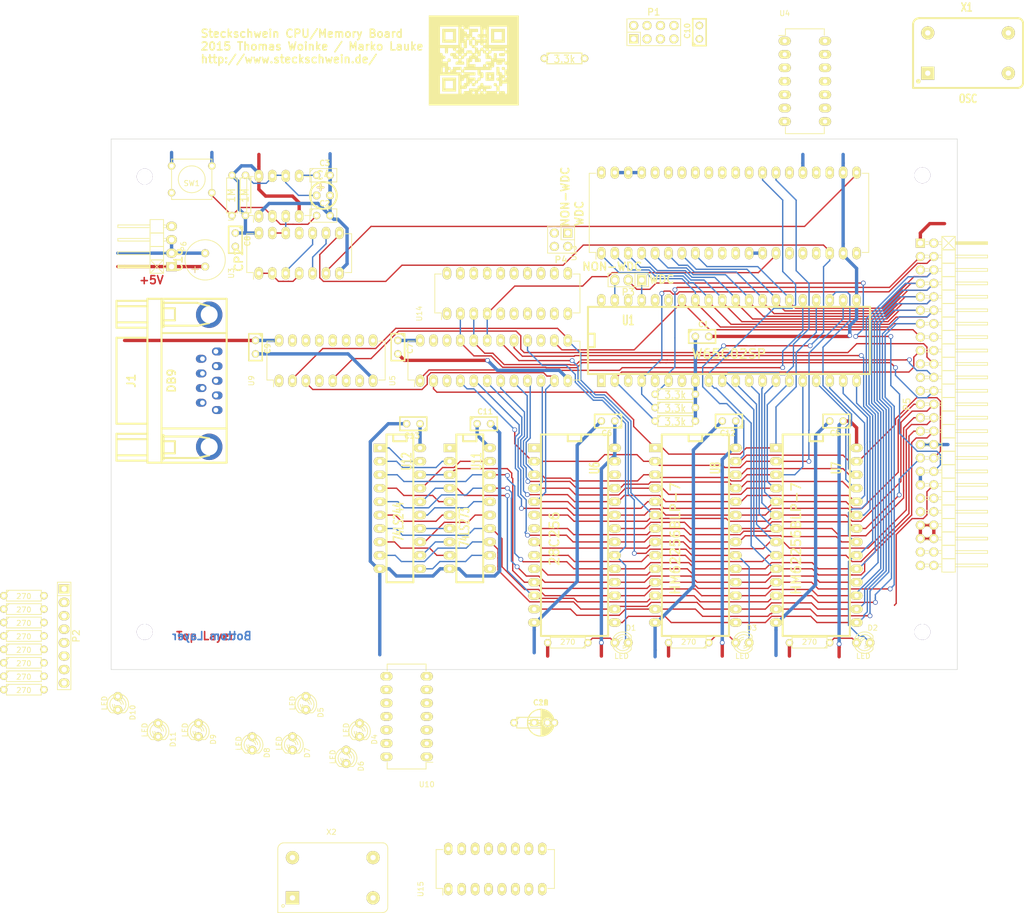
<source format=kicad_pcb>
(kicad_pcb (version 4) (host pcbnew "(2015-03-04 BZR 5473)-product")
  (layers (0 F.Cu signal) (31 B.Cu signal) (35 F.Paste user) (37 F.SilkS user) (39 F.Mask user) (44 Edge.Cuts user))
  (net 0 "")
  (net 1 GND)
  (net 2 VCC)
  (net 3 PHI2)
  (net 4 /RESET)
  (net 5 /RW)
  (net 6 /OE)
  (net 7 /CS_UART)
  (net 8 /CS_VIA)
  (net 9 /WE)
  (net 10 /NMI)
  (net 11 /IRQ)
  (net 12 RDY)
  (net 13 /Connector/D7)
  (net 14 /Connector/D6)
  (net 15 /Connector/D5)
  (net 16 /Connector/D4)
  (net 17 /Connector/D3)
  (net 18 /Connector/D2)
  (net 19 /Connector/D1)
  (net 20 /Connector/D0)
  (net 21 /Connector/A4)
  (net 22 /Connector/A3)
  (net 23 /Connector/A2)
  (net 24 /Connector/A1)
  (net 25 /Connector/A0)
  (net 26 "Net-(C4-Pad1)")
  (net 27 "Net-(P1-Pad1)")
  (net 28 "Net-(P1-Pad2)")
  (net 29 "Net-(P3-Pad3)")
  (net 30 "Net-(P4-Pad1)")
  (net 31 "Net-(P4-Pad2)")
  (net 32 "Net-(P4-Pad3)")
  (net 33 /CS_IO2)
  (net 34 /CS_IO1)
  (net 35 /CS_IO0)
  (net 36 /CS_VDP)
  (net 37 /Connector/A5)
  (net 38 /decoder/A6)
  (net 39 /decoder/A7)
  (net 40 /decoder/A8)
  (net 41 /decoder/A9)
  (net 42 /decoder/A10)
  (net 43 /decoder/A11)
  (net 44 /decoder/A12)
  (net 45 /decoder/A13)
  (net 46 /decoder/A14)
  (net 47 /decoder/A15)
  (net 48 "Net-(U2-Pad3)")
  (net 49 "Net-(U3-Pad10)")
  (net 50 "Net-(U4-Pad1)")
  (net 51 /decoder//CS_LORAM)
  (net 52 /decoder//CS_HIRAM)
  (net 53 "Net-(U5-Pad23)")
  (net 54 "Net-(P1-Pad4)")
  (net 55 "Net-(P1-Pad6)")
  (net 56 "Net-(P1-Pad8)")
  (net 57 /decoder/BANK2)
  (net 58 /decoder/BANK1)
  (net 59 /decoder//ROMOFF)
  (net 60 "Net-(C3-Pad1)")
  (net 61 /decoder//CS_ROM)
  (net 62 "Net-(U5-Pad22)")
  (net 63 "Net-(U12-Pad1)")
  (net 64 "Net-(U11-Pad11)")
  (net 65 /Connector/RESET_TRIG)
  (net 66 "Net-(D1-Pad1)")
  (net 67 "Net-(D2-Pad1)")
  (net 68 "Net-(D3-Pad1)")
  (net 69 "Net-(D7-Pad1)")
  (net 70 "Net-(D8-Pad1)")
  (net 71 "Net-(D9-Pad1)")
  (net 72 "Net-(D10-Pad1)")
  (net 73 "Net-(D11-Pad1)")
  (net 74 "Net-(D4-Pad1)")
  (net 75 "Net-(D5-Pad1)")
  (net 76 "Net-(D6-Pad1)")
  (net 77 "Net-(P2-Pad4)")
  (net 78 "Net-(P2-Pad5)")
  (net 79 "Net-(P2-Pad6)")
  (net 80 "Net-(P2-Pad7)")
  (net 81 "Net-(P2-Pad8)")
  (net 82 "Net-(P6-Pad4)")
  (net 83 "Net-(U1-Pad3)")
  (net 84 "Net-(U1-Pad5)")
  (net 85 "Net-(U1-Pad7)")
  (net 86 "Net-(U1-Pad35)")
  (net 87 "Net-(U1-Pad38)")
  (net 88 "Net-(U4-Pad8)")
  (net 89 "Net-(U4-Pad9)")
  (net 90 "Net-(U4-Pad10)")
  (net 91 "Net-(U4-Pad11)")
  (net 92 /decoder//CS_IO3)
  (net 93 "Net-(U9-Pad11)")
  (net 94 "Net-(U9-Pad12)")
  (net 95 "Net-(U14-Pad7)")
  (net 96 "Net-(U14-Pad8)")
  (net 97 "Net-(U14-Pad13)")
  (net 98 "Net-(U14-Pad14)")
  (net 99 "Net-(U14-Pad15)")
  (net 100 "Net-(U14-Pad16)")
  (net 101 "Net-(U14-Pad17)")
  (net 102 "Net-(U14-Pad18)")
  (net 103 "Net-(U14-Pad19)")
  (net 104 "Net-(X1-Pad1)")
  (net 105 "Net-(C19-Pad1)")
  (net 106 "Net-(C19-Pad2)")
  (net 107 "Net-(C20-Pad1)")
  (net 108 "Net-(C20-Pad2)")
  (net 109 "Net-(C21-Pad2)")
  (net 110 "Net-(C22-Pad1)")
  (net 111 "Net-(J1-Pad3)")
  (net 112 "Net-(J1-Pad4)")
  (net 113 "Net-(J1-Pad2)")
  (net 114 "Net-(J1-Pad1)")
  (net 115 "Net-(J1-Pad6)")
  (net 116 "Net-(J1-Pad7)")
  (net 117 "Net-(J1-Pad8)")
  (net 118 "Net-(J1-Pad9)")
  (net 119 "Net-(P5-Pad5)")
  (net 120 "Net-(P5-Pad14)")
  (net 121 "Net-(P5-Pad16)")
  (net 122 "Net-(P5-Pad18)")
  (net 123 "Net-(P5-Pad39)")
  (net 124 "Net-(P5-Pad40)")
  (net 125 "Net-(P5-Pad41)")
  (net 126 "Net-(P5-Pad42)")
  (net 127 "Net-(R18-Pad2)")
  (net 128 "Net-(U10-Pad1)")
  (net 129 "Net-(U13-Pad15)")
  (net 130 "Net-(U13-Pad10)")
  (net 131 "Net-(U13-Pad11)")
  (net 132 "Net-(U13-Pad16)")
  (net 133 "Net-(U13-Pad17)")
  (net 134 "Net-(U13-Pad20)")
  (net 135 "Net-(U13-Pad23)")
  (net 136 "Net-(U13-Pad24)")
  (net 137 "Net-(U13-Pad29)")
  (net 138 "Net-(U13-Pad31)")
  (net 139 "Net-(U13-Pad32)")
  (net 140 "Net-(U13-Pad33)")
  (net 141 "Net-(U13-Pad34)")
  (net 142 "Net-(U13-Pad36)")
  (net 143 "Net-(U13-Pad40)")
  (net 144 "Net-(X2-Pad1)")
  (module Pin_Headers:Pin_Header_Angled_2x25 (layer F.Cu) (at 216.535 95.885 270)
    (fp_text reference P5 (at 0 3.81 270) (layer F.SilkS) (effects (font (size 1.27 1.27) (thickness 0.2032))))
    (fp_text value CONN_02X25 hide)
    (pad 1 thru_hole rect (at -30.48 1.27 270) (size 1.7272 1.7272) (drill 1.016) (layers *.Cu *.Mask F.SilkS) (net 2 VCC))
    (pad 2 thru_hole oval (at -30.48 -1.27 270) (size 1.7272 1.7272) (drill 1.016) (layers *.Cu *.Mask F.SilkS) (net 4 /RESET))
    (pad 3 thru_hole oval (at -27.94 1.27 270) (size 1.7272 1.7272) (drill 1.016) (layers *.Cu *.Mask F.SilkS) (net 10 /NMI))
    (pad 4 thru_hole oval (at -27.94 -1.27 270) (size 1.7272 1.7272) (drill 1.016) (layers *.Cu *.Mask F.SilkS) (net 11 /IRQ))
    (pad 5 thru_hole oval (at -25.4 1.27 270) (size 1.7272 1.7272) (drill 1.016) (layers *.Cu *.Mask F.SilkS) (net 119 "Net-(P5-Pad5)"))
    (pad 6 thru_hole oval (at -25.4 -1.27 270) (size 1.7272 1.7272) (drill 1.016) (layers *.Cu *.Mask F.SilkS) (net 13 /Connector/D7))
    (pad 7 thru_hole oval (at -22.86 1.27 270) (size 1.7272 1.7272) (drill 1.016) (layers *.Cu *.Mask F.SilkS) (net 14 /Connector/D6))
    (pad 8 thru_hole oval (at -22.86 -1.27 270) (size 1.7272 1.7272) (drill 1.016) (layers *.Cu *.Mask F.SilkS) (net 15 /Connector/D5))
    (pad 9 thru_hole oval (at -20.32 1.27 270) (size 1.7272 1.7272) (drill 1.016) (layers *.Cu *.Mask F.SilkS) (net 16 /Connector/D4))
    (pad 10 thru_hole oval (at -20.32 -1.27 270) (size 1.7272 1.7272) (drill 1.016) (layers *.Cu *.Mask F.SilkS) (net 17 /Connector/D3))
    (pad 11 thru_hole oval (at -17.78 1.27 270) (size 1.7272 1.7272) (drill 1.016) (layers *.Cu *.Mask F.SilkS) (net 18 /Connector/D2))
    (pad 12 thru_hole oval (at -17.78 -1.27 270) (size 1.7272 1.7272) (drill 1.016) (layers *.Cu *.Mask F.SilkS) (net 19 /Connector/D1))
    (pad 13 thru_hole oval (at -15.24 1.27 270) (size 1.7272 1.7272) (drill 1.016) (layers *.Cu *.Mask F.SilkS) (net 20 /Connector/D0))
    (pad 14 thru_hole oval (at -15.24 -1.27 270) (size 1.7272 1.7272) (drill 1.016) (layers *.Cu *.Mask F.SilkS) (net 120 "Net-(P5-Pad14)"))
    (pad 15 thru_hole oval (at -12.7 1.27 270) (size 1.7272 1.7272) (drill 1.016) (layers *.Cu *.Mask F.SilkS) (net 5 /RW))
    (pad 16 thru_hole oval (at -12.7 -1.27 270) (size 1.7272 1.7272) (drill 1.016) (layers *.Cu *.Mask F.SilkS) (net 121 "Net-(P5-Pad16)"))
    (pad 17 thru_hole oval (at -10.16 1.27 270) (size 1.7272 1.7272) (drill 1.016) (layers *.Cu *.Mask F.SilkS) (net 12 RDY))
    (pad 18 thru_hole oval (at -10.16 -1.27 270) (size 1.7272 1.7272) (drill 1.016) (layers *.Cu *.Mask F.SilkS) (net 122 "Net-(P5-Pad18)"))
    (pad 19 thru_hole oval (at -7.62 1.27 270) (size 1.7272 1.7272) (drill 1.016) (layers *.Cu *.Mask F.SilkS) (net 33 /CS_IO2))
    (pad 20 thru_hole oval (at -7.62 -1.27 270) (size 1.7272 1.7272) (drill 1.016) (layers *.Cu *.Mask F.SilkS) (net 34 /CS_IO1))
    (pad 21 thru_hole oval (at -5.08 1.27 270) (size 1.7272 1.7272) (drill 1.016) (layers *.Cu *.Mask F.SilkS) (net 35 /CS_IO0))
    (pad 22 thru_hole oval (at -5.08 -1.27 270) (size 1.7272 1.7272) (drill 1.016) (layers *.Cu *.Mask F.SilkS) (net 8 /CS_VIA))
    (pad 23 thru_hole oval (at -2.54 1.27 270) (size 1.7272 1.7272) (drill 1.016) (layers *.Cu *.Mask F.SilkS) (net 7 /CS_UART))
    (pad 24 thru_hole oval (at -2.54 -1.27 270) (size 1.7272 1.7272) (drill 1.016) (layers *.Cu *.Mask F.SilkS) (net 36 /CS_VDP))
    (pad 25 thru_hole oval (at 0 1.27 270) (size 1.7272 1.7272) (drill 1.016) (layers *.Cu *.Mask F.SilkS) (net 37 /Connector/A5))
    (pad 26 thru_hole oval (at 0 -1.27 270) (size 1.7272 1.7272) (drill 1.016) (layers *.Cu *.Mask F.SilkS) (net 21 /Connector/A4))
    (pad 27 thru_hole oval (at 2.54 1.27 270) (size 1.7272 1.7272) (drill 1.016) (layers *.Cu *.Mask F.SilkS) (net 22 /Connector/A3))
    (pad 28 thru_hole oval (at 2.54 -1.27 270) (size 1.7272 1.7272) (drill 1.016) (layers *.Cu *.Mask F.SilkS) (net 23 /Connector/A2))
    (pad 29 thru_hole oval (at 5.08 1.27 270) (size 1.7272 1.7272) (drill 1.016) (layers *.Cu *.Mask F.SilkS) (net 24 /Connector/A1))
    (pad 30 thru_hole oval (at 5.08 -1.27 270) (size 1.7272 1.7272) (drill 1.016) (layers *.Cu *.Mask F.SilkS) (net 25 /Connector/A0))
    (pad 31 thru_hole oval (at 7.62 1.27 270) (size 1.7272 1.7272) (drill 1.016) (layers *.Cu *.Mask F.SilkS) (net 1 GND))
    (pad 32 thru_hole oval (at 7.62 -1.27 270) (size 1.7272 1.7272) (drill 1.016) (layers *.Cu *.Mask F.SilkS) (net 1 GND))
    (pad 33 thru_hole oval (at 10.16 1.27 270) (size 1.7272 1.7272) (drill 1.016) (layers *.Cu *.Mask F.SilkS) (net 6 /OE))
    (pad 34 thru_hole oval (at 10.16 -1.27 270) (size 1.7272 1.7272) (drill 1.016) (layers *.Cu *.Mask F.SilkS) (net 9 /WE))
    (pad 35 thru_hole oval (at 12.7 1.27 270) (size 1.7272 1.7272) (drill 1.016) (layers *.Cu *.Mask F.SilkS) (net 1 GND))
    (pad 36 thru_hole oval (at 12.7 -1.27 270) (size 1.7272 1.7272) (drill 1.016) (layers *.Cu *.Mask F.SilkS) (net 3 PHI2))
    (pad 37 thru_hole oval (at 15.24 1.27 270) (size 1.7272 1.7272) (drill 1.016) (layers *.Cu *.Mask F.SilkS) (net 1 GND))
    (pad 38 thru_hole oval (at 15.24 -1.27 270) (size 1.7272 1.7272) (drill 1.016) (layers *.Cu *.Mask F.SilkS) (net 65 /Connector/RESET_TRIG))
    (pad 39 thru_hole oval (at 17.78 1.27 270) (size 1.7272 1.7272) (drill 1.016) (layers *.Cu *.Mask F.SilkS) (net 123 "Net-(P5-Pad39)"))
    (pad 40 thru_hole oval (at 17.78 -1.27 270) (size 1.7272 1.7272) (drill 1.016) (layers *.Cu *.Mask F.SilkS) (net 124 "Net-(P5-Pad40)"))
    (pad 41 thru_hole oval (at 20.32 1.27 270) (size 1.7272 1.7272) (drill 1.016) (layers *.Cu *.Mask F.SilkS) (net 125 "Net-(P5-Pad41)"))
    (pad 42 thru_hole oval (at 20.32 -1.27 270) (size 1.7272 1.7272) (drill 1.016) (layers *.Cu *.Mask F.SilkS) (net 126 "Net-(P5-Pad42)"))
    (pad 43 thru_hole oval (at 22.86 1.27 270) (size 1.7272 1.7272) (drill 1.016) (layers *.Cu *.Mask F.SilkS) (net 2 VCC))
    (pad 44 thru_hole oval (at 22.86 -1.27 270) (size 1.7272 1.7272) (drill 1.016) (layers *.Cu *.Mask F.SilkS) (net 2 VCC))
    (pad 45 thru_hole oval (at 25.4 1.27 270) (size 1.7272 1.7272) (drill 1.016) (layers *.Cu *.Mask F.SilkS) (net 2 VCC))
    (pad 46 thru_hole oval (at 25.4 -1.27 270) (size 1.7272 1.7272) (drill 1.016) (layers *.Cu *.Mask F.SilkS) (net 2 VCC))
    (pad 47 thru_hole oval (at 27.94 1.27 270) (size 1.7272 1.7272) (drill 1.016) (layers *.Cu *.Mask F.SilkS) (net 1 GND))
    (pad 48 thru_hole oval (at 27.94 -1.27 270) (size 1.7272 1.7272) (drill 1.016) (layers *.Cu *.Mask F.SilkS) (net 1 GND))
    (pad 49 thru_hole oval (at 30.48 1.27 270) (size 1.7272 1.7272) (drill 1.016) (layers *.Cu *.Mask F.SilkS) (net 1 GND))
    (pad 50 thru_hole oval (at 30.48 -1.27 270) (size 1.7272 1.7272) (drill 1.016) (layers *.Cu *.Mask F.SilkS) (net 1 GND))
  )
  (module Mounting_Holes:MountingHole_3mm (layer F.Cu) (at 68.58 52.832)
    (fp_text reference MH1 hide)
    (fp_text value MountingHole_3mm_RevA_Date21Jun2010 hide)
    (pad 1 thru_hole circle (at 0 0) (size 2.99974 2.99974) (drill 2.99974) (layers))
  )
  (module Mounting_Holes:MountingHole_3mm (layer F.Cu) (at 215.646 52.578)
    (fp_text reference MH2 hide)
    (fp_text value MountingHole_3mm_RevA_Date21Jun2010 hide)
    (pad 1 thru_hole circle (at 0 0) (size 2.99974 2.99974) (drill 2.99974) (layers))
  )
  (module Mounting_Holes:MountingHole_3mm (layer F.Cu) (at 68.58 138.938)
    (fp_text reference MH4 hide)
    (fp_text value MountingHole_3mm_RevA_Date21Jun2010 hide)
    (pad 1 thru_hole circle (at 0 0) (size 2.99974 2.99974) (drill 2.99974) (layers))
  )
  (module Mounting_Holes:MountingHole_3mm (layer F.Cu) (at 215.646 138.938)
    (fp_text reference MH3 hide)
    (fp_text value MountingHole_3mm_RevA_Date21Jun2010 hide)
    (pad 1 thru_hole circle (at 0 0) (size 2.99974 2.99974) (drill 2.99974) (layers))
  )
  (module Discret:C1 (layer F.Cu) (at 173.99 83.058)
    (fp_text reference C1 (at 0.254 -2.286) (layer F.SilkS) (effects (font (size 1.016 1.016) (thickness 0.2032))))
    (fp_text value 100n hide)
    (pad 1 thru_hole circle (at -1.27 0) (size 1.397 1.397) (drill 0.8128) (layers *.Cu *.Mask F.SilkS) (net 2 VCC))
    (pad 2 thru_hole circle (at 1.27 0) (size 1.397 1.397) (drill 0.8128) (layers *.Cu *.Mask F.SilkS) (net 1 GND))
  )
  (module Capacitors_Elko_ThroughHole:Elko_vert_DM5_RM2-5 (layer F.Cu) (at 102.362 56.388)
    (fp_text reference C4 (at 0 -3.81) (layer F.SilkS) (effects (font (thickness 0.3048))))
    (fp_text value 1µ hide)
    (fp_line (start -1.0668 -1.524) (end 0 -1.524) (layer F.Cu) (width 0.381))
    (fp_line (start -0.508 -2.032) (end -0.508 -0.9906) (layer F.Cu) (width 0.381))
    (pad 2 thru_hole circle (at 1.27 0) (size 1.50114 1.50114) (drill 0.8001) (layers *.Cu *.Mask F.SilkS) (net 1 GND))
    (pad 1 thru_hole circle (at -1.27 0) (size 1.50114 1.50114) (drill 0.8001) (layers *.Cu *.Mask F.SilkS) (net 26 "Net-(C4-Pad1)"))
  )
  (module Discret:C1 (layer F.Cu) (at 199.39 99.06 180)
    (fp_text reference C5 (at 0.254 -2.286 180) (layer F.SilkS) (effects (font (size 1.016 1.016) (thickness 0.2032))))
    (fp_text value 100n hide)
    (pad 1 thru_hole circle (at -1.27 0 180) (size 1.397 1.397) (drill 0.8128) (layers *.Cu *.Mask F.SilkS) (net 2 VCC))
    (pad 2 thru_hole circle (at 1.27 0 180) (size 1.397 1.397) (drill 0.8128) (layers *.Cu *.Mask F.SilkS) (net 1 GND))
  )
  (module Discret:C1 (layer F.Cu) (at 156.21 99.06 180)
    (fp_text reference C6 (at 0.254 -2.286 180) (layer F.SilkS) (effects (font (size 1.016 1.016) (thickness 0.2032))))
    (fp_text value 100n hide)
    (pad 1 thru_hole circle (at -1.27 0 180) (size 1.397 1.397) (drill 0.8128) (layers *.Cu *.Mask F.SilkS) (net 2 VCC))
    (pad 2 thru_hole circle (at 1.27 0 180) (size 1.397 1.397) (drill 0.8128) (layers *.Cu *.Mask F.SilkS) (net 1 GND))
  )
  (module Discret:C1 (layer F.Cu) (at 116.459 85.09 270)
    (fp_text reference C7 (at 0.254 -2.286 270) (layer F.SilkS) (effects (font (size 1.016 1.016) (thickness 0.2032))))
    (fp_text value 100n hide)
    (pad 1 thru_hole circle (at -1.27 0 270) (size 1.397 1.397) (drill 0.8128) (layers *.Cu *.Mask F.SilkS) (net 2 VCC))
    (pad 2 thru_hole circle (at 1.27 0 270) (size 1.397 1.397) (drill 0.8128) (layers *.Cu *.Mask F.SilkS) (net 1 GND))
  )
  (module Discret:C1 (layer F.Cu) (at 85.725 64.77 270)
    (fp_text reference C8 (at 0.254 -2.286 270) (layer F.SilkS) (effects (font (size 1.016 1.016) (thickness 0.2032))))
    (fp_text value 100n hide)
    (pad 1 thru_hole circle (at -1.27 0 270) (size 1.397 1.397) (drill 0.8128) (layers *.Cu *.Mask F.SilkS) (net 2 VCC))
    (pad 2 thru_hole circle (at 1.27 0 270) (size 1.397 1.397) (drill 0.8128) (layers *.Cu *.Mask F.SilkS) (net 1 GND))
  )
  (module Discret:C1 (layer F.Cu) (at 173.482 25.527 90)
    (fp_text reference C10 (at 0.254 -2.286 90) (layer F.SilkS) (effects (font (size 1.016 1.016) (thickness 0.2032))))
    (fp_text value 100n hide)
    (pad 1 thru_hole circle (at -1.27 0 90) (size 1.397 1.397) (drill 0.8128) (layers *.Cu *.Mask F.SilkS) (net 2 VCC))
    (pad 2 thru_hole circle (at 1.27 0 90) (size 1.397 1.397) (drill 0.8128) (layers *.Cu *.Mask F.SilkS) (net 1 GND))
  )
  (module Discret:C1 (layer F.Cu) (at 132.715 99.568)
    (fp_text reference C11 (at 0.254 -2.286) (layer F.SilkS) (effects (font (size 1.016 1.016) (thickness 0.2032))))
    (fp_text value 100n hide)
    (pad 1 thru_hole circle (at -1.27 0) (size 1.397 1.397) (drill 0.8128) (layers *.Cu *.Mask F.SilkS) (net 2 VCC))
    (pad 2 thru_hole circle (at 1.27 0) (size 1.397 1.397) (drill 0.8128) (layers *.Cu *.Mask F.SilkS) (net 1 GND))
  )
  (module Discret:C1 (layer F.Cu) (at 179.07 99.06 180)
    (fp_text reference C12 (at 0.254 -2.286 180) (layer F.SilkS) (effects (font (size 1.016 1.016) (thickness 0.2032))))
    (fp_text value 100n hide)
    (pad 1 thru_hole circle (at -1.27 0 180) (size 1.397 1.397) (drill 0.8128) (layers *.Cu *.Mask F.SilkS) (net 2 VCC))
    (pad 2 thru_hole circle (at 1.27 0 180) (size 1.397 1.397) (drill 0.8128) (layers *.Cu *.Mask F.SilkS) (net 1 GND))
  )
  (module Discret:C1 (layer F.Cu) (at 119.38 99.568 180)
    (fp_text reference C13 (at 0.254 -2.286 180) (layer F.SilkS) (effects (font (size 1.016 1.016) (thickness 0.2032))))
    (fp_text value 100n hide)
    (pad 1 thru_hole circle (at -1.27 0 180) (size 1.397 1.397) (drill 0.8128) (layers *.Cu *.Mask F.SilkS) (net 2 VCC))
    (pad 2 thru_hole circle (at 1.27 0 180) (size 1.397 1.397) (drill 0.8128) (layers *.Cu *.Mask F.SilkS) (net 1 GND))
  )
  (module Pin_Headers:Pin_Header_Straight_2x04 (layer F.Cu) (at 164.846 25.527)
    (fp_text reference P1 (at 0 -3.81) (layer F.SilkS) (effects (font (size 1.27 1.27) (thickness 0.2032))))
    (fp_text value CONN_02X04 hide)
    (pad 1 thru_hole rect (at -3.81 1.27) (size 1.7272 1.7272) (drill 1.016) (layers *.Cu *.Mask F.SilkS) (net 27 "Net-(P1-Pad1)"))
    (pad 2 thru_hole oval (at -3.81 -1.27) (size 1.7272 1.7272) (drill 1.016) (layers *.Cu *.Mask F.SilkS) (net 28 "Net-(P1-Pad2)"))
    (pad 3 thru_hole oval (at -1.27 1.27) (size 1.7272 1.7272) (drill 1.016) (layers *.Cu *.Mask F.SilkS) (net 27 "Net-(P1-Pad1)"))
    (pad 4 thru_hole oval (at -1.27 -1.27) (size 1.7272 1.7272) (drill 1.016) (layers *.Cu *.Mask F.SilkS) (net 54 "Net-(P1-Pad4)"))
    (pad 5 thru_hole oval (at 1.27 1.27) (size 1.7272 1.7272) (drill 1.016) (layers *.Cu *.Mask F.SilkS) (net 27 "Net-(P1-Pad1)"))
    (pad 6 thru_hole oval (at 1.27 -1.27) (size 1.7272 1.7272) (drill 1.016) (layers *.Cu *.Mask F.SilkS) (net 55 "Net-(P1-Pad6)"))
    (pad 7 thru_hole oval (at 3.81 1.27) (size 1.7272 1.7272) (drill 1.016) (layers *.Cu *.Mask F.SilkS) (net 27 "Net-(P1-Pad1)"))
    (pad 8 thru_hole oval (at 3.81 -1.27) (size 1.7272 1.7272) (drill 1.016) (layers *.Cu *.Mask F.SilkS) (net 56 "Net-(P1-Pad8)"))
  )
  (module Pin_Headers:Pin_Header_Straight_1x03 (layer F.Cu) (at 160.02 72.39 180)
    (fp_text reference P3 (at 0 -2.286 180) (layer F.SilkS) (effects (font (size 1.27 1.27) (thickness 0.2032))))
    (fp_text value CONN_01X03 hide)
    (pad 1 thru_hole rect (at -2.54 0 180) (size 1.7272 2.032) (drill 1.016) (layers *.Cu *.Mask F.SilkS) (net 27 "Net-(P1-Pad1)"))
    (pad 2 thru_hole oval (at 0 0 180) (size 1.7272 2.032) (drill 1.016) (layers *.Cu *.Mask F.SilkS) (net 3 PHI2))
    (pad 3 thru_hole oval (at 2.54 0 180) (size 1.7272 2.032) (drill 1.016) (layers *.Cu *.Mask F.SilkS) (net 29 "Net-(P3-Pad3)"))
  )
  (module Pin_Headers:Pin_Header_Straight_2x02 (layer F.Cu) (at 147.32 64.77 180)
    (fp_text reference P4 (at 0 -3.81 180) (layer F.SilkS) (effects (font (size 1.27 1.27) (thickness 0.2032))))
    (fp_text value CONN_02X02 hide)
    (pad 1 thru_hole rect (at -1.27 1.27 180) (size 1.7272 1.7272) (drill 1.016) (layers *.Cu *.Mask F.SilkS) (net 30 "Net-(P4-Pad1)"))
    (pad 2 thru_hole oval (at -1.27 -1.27 180) (size 1.7272 1.7272) (drill 1.016) (layers *.Cu *.Mask F.SilkS) (net 31 "Net-(P4-Pad2)"))
    (pad 3 thru_hole oval (at 1.27 1.27 180) (size 1.7272 1.7272) (drill 1.016) (layers *.Cu *.Mask F.SilkS) (net 32 "Net-(P4-Pad3)"))
    (pad 4 thru_hole oval (at 1.27 -1.27 180) (size 1.7272 1.7272) (drill 1.016) (layers *.Cu *.Mask F.SilkS) (net 1 GND))
  )
  (module Discret:R3 (layer F.Cu) (at 168.91 96.52)
    (fp_text reference R1 hide)
    (fp_text value 3.3k (at 0 0.127) (layer F.SilkS) (effects (font (size 1.397 1.27) (thickness 0.2032))))
    (pad 1 thru_hole circle (at -3.81 0) (size 1.397 1.397) (drill 0.8128) (layers *.Cu *.Mask F.SilkS) (net 11 /IRQ))
    (pad 2 thru_hole circle (at 3.81 0) (size 1.397 1.397) (drill 0.8128) (layers *.Cu *.Mask F.SilkS) (net 2 VCC))
  )
  (module Discret:R3 (layer F.Cu) (at 168.91 93.98)
    (fp_text reference R2 hide)
    (fp_text value 3.3k (at 0 0.127) (layer F.SilkS) (effects (font (size 1.397 1.27) (thickness 0.2032))))
    (pad 1 thru_hole circle (at -3.81 0) (size 1.397 1.397) (drill 0.8128) (layers *.Cu *.Mask F.SilkS) (net 10 /NMI))
    (pad 2 thru_hole circle (at 3.81 0) (size 1.397 1.397) (drill 0.8128) (layers *.Cu *.Mask F.SilkS) (net 2 VCC))
  )
  (module Discret:R3 (layer F.Cu) (at 168.91 99.06)
    (fp_text reference R3 hide)
    (fp_text value 3.3k (at 0 0.127) (layer F.SilkS) (effects (font (size 1.397 1.27) (thickness 0.2032))))
    (pad 1 thru_hole circle (at -3.81 0) (size 1.397 1.397) (drill 0.8128) (layers *.Cu *.Mask F.SilkS) (net 12 RDY))
    (pad 2 thru_hole circle (at 3.81 0) (size 1.397 1.397) (drill 0.8128) (layers *.Cu *.Mask F.SilkS) (net 2 VCC))
  )
  (module Discret:R3 (layer F.Cu) (at 147.955 30.48)
    (fp_text reference R4 hide)
    (fp_text value 3.3k (at 0 0.127) (layer F.SilkS) (effects (font (size 1.397 1.27) (thickness 0.2032))))
    (pad 1 thru_hole circle (at -3.81 0) (size 1.397 1.397) (drill 0.8128) (layers *.Cu *.Mask F.SilkS) (net 2 VCC))
    (pad 2 thru_hole circle (at 3.81 0) (size 1.397 1.397) (drill 0.8128) (layers *.Cu *.Mask F.SilkS) (net 31 "Net-(P4-Pad2)"))
  )
  (module Discret:R3 (layer F.Cu) (at 87.63 56.388 270)
    (fp_text reference R6 hide)
    (fp_text value 1M (at 0 0.127 270) (layer F.SilkS) (effects (font (size 1.397 1.27) (thickness 0.2032))))
    (pad 1 thru_hole circle (at -3.81 0 270) (size 1.397 1.397) (drill 0.8128) (layers *.Cu *.Mask F.SilkS) (net 26 "Net-(C4-Pad1)"))
    (pad 2 thru_hole circle (at 3.81 0 270) (size 1.397 1.397) (drill 0.8128) (layers *.Cu *.Mask F.SilkS) (net 2 VCC))
  )
  (module Sockets_DIP:DIP-40__600_ELL (layer F.Cu) (at 179.07 83.82)
    (fp_text reference U1 (at -19.05 -3.81) (layer F.SilkS) (effects (font (size 1.778 1.143) (thickness 0.3048))))
    (fp_text value W65C02SP (at 0 2.54) (layer F.SilkS) (effects (font (size 1.778 1.778) (thickness 0.3048))))
    (pad 1 thru_hole rect (at -24.13 7.62) (size 1.5748 2.286) (drill 0.8128) (layers *.Cu *.Mask F.SilkS) (net 32 "Net-(P4-Pad3)"))
    (pad 2 thru_hole oval (at -21.59 7.62) (size 1.5748 2.286) (drill 0.8128) (layers *.Cu *.Mask F.SilkS) (net 12 RDY))
    (pad 3 thru_hole oval (at -19.05 7.62) (size 1.5748 2.286) (drill 0.8128) (layers *.Cu *.Mask F.SilkS) (net 83 "Net-(U1-Pad3)"))
    (pad 4 thru_hole oval (at -16.51 7.62) (size 1.5748 2.286) (drill 0.8128) (layers *.Cu *.Mask F.SilkS) (net 11 /IRQ))
    (pad 5 thru_hole oval (at -13.97 7.62) (size 1.5748 2.286) (drill 0.8128) (layers *.Cu *.Mask F.SilkS) (net 84 "Net-(U1-Pad5)"))
    (pad 6 thru_hole oval (at -11.43 7.62) (size 1.5748 2.286) (drill 0.8128) (layers *.Cu *.Mask F.SilkS) (net 10 /NMI))
    (pad 7 thru_hole oval (at -8.89 7.62) (size 1.5748 2.286) (drill 0.8128) (layers *.Cu *.Mask F.SilkS) (net 85 "Net-(U1-Pad7)"))
    (pad 8 thru_hole oval (at -6.35 7.62) (size 1.5748 2.286) (drill 0.8128) (layers *.Cu *.Mask F.SilkS) (net 2 VCC))
    (pad 9 thru_hole oval (at -3.81 7.62) (size 1.5748 2.286) (drill 0.8128) (layers *.Cu *.Mask F.SilkS) (net 25 /Connector/A0))
    (pad 10 thru_hole oval (at -1.27 7.62) (size 1.5748 2.286) (drill 0.8128) (layers *.Cu *.Mask F.SilkS) (net 24 /Connector/A1))
    (pad 11 thru_hole oval (at 1.27 7.62) (size 1.5748 2.286) (drill 0.8128) (layers *.Cu *.Mask F.SilkS) (net 23 /Connector/A2))
    (pad 12 thru_hole oval (at 3.81 7.62) (size 1.5748 2.286) (drill 0.8128) (layers *.Cu *.Mask F.SilkS) (net 22 /Connector/A3))
    (pad 13 thru_hole oval (at 6.35 7.62) (size 1.5748 2.286) (drill 0.8128) (layers *.Cu *.Mask F.SilkS) (net 21 /Connector/A4))
    (pad 14 thru_hole oval (at 8.89 7.62) (size 1.5748 2.286) (drill 0.8128) (layers *.Cu *.Mask F.SilkS) (net 37 /Connector/A5))
    (pad 15 thru_hole oval (at 11.43 7.62) (size 1.5748 2.286) (drill 0.8128) (layers *.Cu *.Mask F.SilkS) (net 38 /decoder/A6))
    (pad 16 thru_hole oval (at 13.97 7.62) (size 1.5748 2.286) (drill 0.8128) (layers *.Cu *.Mask F.SilkS) (net 39 /decoder/A7))
    (pad 17 thru_hole oval (at 16.51 7.62) (size 1.5748 2.286) (drill 0.8128) (layers *.Cu *.Mask F.SilkS) (net 40 /decoder/A8))
    (pad 18 thru_hole oval (at 19.05 7.62) (size 1.5748 2.286) (drill 0.8128) (layers *.Cu *.Mask F.SilkS) (net 41 /decoder/A9))
    (pad 19 thru_hole oval (at 21.59 7.62) (size 1.5748 2.286) (drill 0.8128) (layers *.Cu *.Mask F.SilkS) (net 42 /decoder/A10))
    (pad 20 thru_hole oval (at 24.13 7.62) (size 1.5748 2.286) (drill 0.8128) (layers *.Cu *.Mask F.SilkS) (net 43 /decoder/A11))
    (pad 21 thru_hole oval (at 24.13 -7.62) (size 1.5748 2.286) (drill 0.8128) (layers *.Cu *.Mask F.SilkS) (net 1 GND))
    (pad 22 thru_hole oval (at 21.59 -7.62) (size 1.5748 2.286) (drill 0.8128) (layers *.Cu *.Mask F.SilkS) (net 44 /decoder/A12))
    (pad 23 thru_hole oval (at 19.05 -7.62) (size 1.5748 2.286) (drill 0.8128) (layers *.Cu *.Mask F.SilkS) (net 45 /decoder/A13))
    (pad 24 thru_hole oval (at 16.51 -7.62) (size 1.5748 2.286) (drill 0.8128) (layers *.Cu *.Mask F.SilkS) (net 46 /decoder/A14))
    (pad 25 thru_hole oval (at 13.97 -7.62) (size 1.5748 2.286) (drill 0.8128) (layers *.Cu *.Mask F.SilkS) (net 47 /decoder/A15))
    (pad 26 thru_hole oval (at 11.43 -7.62) (size 1.5748 2.286) (drill 0.8128) (layers *.Cu *.Mask F.SilkS) (net 13 /Connector/D7))
    (pad 27 thru_hole oval (at 8.89 -7.62) (size 1.5748 2.286) (drill 0.8128) (layers *.Cu *.Mask F.SilkS) (net 14 /Connector/D6))
    (pad 28 thru_hole oval (at 6.35 -7.62) (size 1.5748 2.286) (drill 0.8128) (layers *.Cu *.Mask F.SilkS) (net 15 /Connector/D5))
    (pad 29 thru_hole oval (at 3.81 -7.62) (size 1.5748 2.286) (drill 0.8128) (layers *.Cu *.Mask F.SilkS) (net 16 /Connector/D4))
    (pad 30 thru_hole oval (at 1.27 -7.62) (size 1.5748 2.286) (drill 0.8128) (layers *.Cu *.Mask F.SilkS) (net 17 /Connector/D3))
    (pad 31 thru_hole oval (at -1.27 -7.62) (size 1.5748 2.286) (drill 0.8128) (layers *.Cu *.Mask F.SilkS) (net 18 /Connector/D2))
    (pad 32 thru_hole oval (at -3.81 -7.62) (size 1.5748 2.286) (drill 0.8128) (layers *.Cu *.Mask F.SilkS) (net 19 /Connector/D1))
    (pad 33 thru_hole oval (at -6.35 -7.62) (size 1.5748 2.286) (drill 0.8128) (layers *.Cu *.Mask F.SilkS) (net 20 /Connector/D0))
    (pad 34 thru_hole oval (at -8.89 -7.62) (size 1.5748 2.286) (drill 0.8128) (layers *.Cu *.Mask F.SilkS) (net 5 /RW))
    (pad 35 thru_hole oval (at -11.43 -7.62) (size 1.5748 2.286) (drill 0.8128) (layers *.Cu *.Mask F.SilkS) (net 86 "Net-(U1-Pad35)"))
    (pad 36 thru_hole oval (at -13.97 -7.62) (size 1.5748 2.286) (drill 0.8128) (layers *.Cu *.Mask F.SilkS) (net 30 "Net-(P4-Pad1)"))
    (pad 37 thru_hole oval (at -16.51 -7.62) (size 1.5748 2.286) (drill 0.8128) (layers *.Cu *.Mask F.SilkS) (net 27 "Net-(P1-Pad1)"))
    (pad 38 thru_hole oval (at -19.05 -7.62) (size 1.5748 2.286) (drill 0.8128) (layers *.Cu *.Mask F.SilkS) (net 87 "Net-(U1-Pad38)"))
    (pad 39 thru_hole oval (at -21.59 -7.62) (size 1.5748 2.286) (drill 0.8128) (layers *.Cu *.Mask F.SilkS) (net 29 "Net-(P3-Pad3)"))
    (pad 40 thru_hole oval (at -24.13 -7.62) (size 1.5748 2.286) (drill 0.8128) (layers *.Cu *.Mask F.SilkS) (net 4 /RESET))
  )
  (module Sockets_DIP:DIP-28__600_ELL (layer F.Cu) (at 149.86 120.65 270)
    (fp_text reference U6 (at -12.7 -3.81 270) (layer F.SilkS) (effects (font (size 1.778 1.143) (thickness 0.3048))))
    (fp_text value 28C256 (at 0.635 3.81 270) (layer F.SilkS) (effects (font (size 1.778 1.778) (thickness 0.3048))))
    (pad 1 thru_hole rect (at -16.51 7.62 270) (size 1.5748 2.286) (drill 0.8128) (layers *.Cu *.Mask F.SilkS) (net 57 /decoder/BANK2))
    (pad 2 thru_hole oval (at -13.97 7.62 270) (size 1.5748 2.286) (drill 0.8128) (layers *.Cu *.Mask F.SilkS) (net 44 /decoder/A12))
    (pad 3 thru_hole oval (at -11.43 7.62 270) (size 1.5748 2.286) (drill 0.8128) (layers *.Cu *.Mask F.SilkS) (net 39 /decoder/A7))
    (pad 4 thru_hole oval (at -8.89 7.62 270) (size 1.5748 2.286) (drill 0.8128) (layers *.Cu *.Mask F.SilkS) (net 38 /decoder/A6))
    (pad 5 thru_hole oval (at -6.35 7.62 270) (size 1.5748 2.286) (drill 0.8128) (layers *.Cu *.Mask F.SilkS) (net 37 /Connector/A5))
    (pad 6 thru_hole oval (at -3.81 7.62 270) (size 1.5748 2.286) (drill 0.8128) (layers *.Cu *.Mask F.SilkS) (net 21 /Connector/A4))
    (pad 7 thru_hole oval (at -1.27 7.62 270) (size 1.5748 2.286) (drill 0.8128) (layers *.Cu *.Mask F.SilkS) (net 22 /Connector/A3))
    (pad 8 thru_hole oval (at 1.27 7.62 270) (size 1.5748 2.286) (drill 0.8128) (layers *.Cu *.Mask F.SilkS) (net 23 /Connector/A2))
    (pad 9 thru_hole oval (at 3.81 7.62 270) (size 1.5748 2.286) (drill 0.8128) (layers *.Cu *.Mask F.SilkS) (net 24 /Connector/A1))
    (pad 10 thru_hole oval (at 6.35 7.62 270) (size 1.5748 2.286) (drill 0.8128) (layers *.Cu *.Mask F.SilkS) (net 25 /Connector/A0))
    (pad 11 thru_hole oval (at 8.89 7.62 270) (size 1.5748 2.286) (drill 0.8128) (layers *.Cu *.Mask F.SilkS) (net 20 /Connector/D0))
    (pad 12 thru_hole oval (at 11.43 7.62 270) (size 1.5748 2.286) (drill 0.8128) (layers *.Cu *.Mask F.SilkS) (net 19 /Connector/D1))
    (pad 13 thru_hole oval (at 13.97 7.62 270) (size 1.5748 2.286) (drill 0.8128) (layers *.Cu *.Mask F.SilkS) (net 18 /Connector/D2))
    (pad 14 thru_hole oval (at 16.51 7.62 270) (size 1.5748 2.286) (drill 0.8128) (layers *.Cu *.Mask F.SilkS) (net 1 GND))
    (pad 15 thru_hole oval (at 16.51 -7.62 270) (size 1.5748 2.286) (drill 0.8128) (layers *.Cu *.Mask F.SilkS) (net 17 /Connector/D3))
    (pad 16 thru_hole oval (at 13.97 -7.62 270) (size 1.5748 2.286) (drill 0.8128) (layers *.Cu *.Mask F.SilkS) (net 16 /Connector/D4))
    (pad 17 thru_hole oval (at 11.43 -7.62 270) (size 1.5748 2.286) (drill 0.8128) (layers *.Cu *.Mask F.SilkS) (net 15 /Connector/D5))
    (pad 18 thru_hole oval (at 8.89 -7.62 270) (size 1.5748 2.286) (drill 0.8128) (layers *.Cu *.Mask F.SilkS) (net 14 /Connector/D6))
    (pad 19 thru_hole oval (at 6.35 -7.62 270) (size 1.5748 2.286) (drill 0.8128) (layers *.Cu *.Mask F.SilkS) (net 13 /Connector/D7))
    (pad 20 thru_hole oval (at 3.81 -7.62 270) (size 1.5748 2.286) (drill 0.8128) (layers *.Cu *.Mask F.SilkS) (net 61 /decoder//CS_ROM))
    (pad 21 thru_hole oval (at 1.27 -7.62 270) (size 1.5748 2.286) (drill 0.8128) (layers *.Cu *.Mask F.SilkS) (net 42 /decoder/A10))
    (pad 22 thru_hole oval (at -1.27 -7.62 270) (size 1.5748 2.286) (drill 0.8128) (layers *.Cu *.Mask F.SilkS) (net 6 /OE))
    (pad 23 thru_hole oval (at -3.81 -7.62 270) (size 1.5748 2.286) (drill 0.8128) (layers *.Cu *.Mask F.SilkS) (net 43 /decoder/A11))
    (pad 24 thru_hole oval (at -6.35 -7.62 270) (size 1.5748 2.286) (drill 0.8128) (layers *.Cu *.Mask F.SilkS) (net 41 /decoder/A9))
    (pad 25 thru_hole oval (at -8.89 -7.62 270) (size 1.5748 2.286) (drill 0.8128) (layers *.Cu *.Mask F.SilkS) (net 40 /decoder/A8))
    (pad 26 thru_hole oval (at -11.43 -7.62 270) (size 1.5748 2.286) (drill 0.8128) (layers *.Cu *.Mask F.SilkS) (net 58 /decoder/BANK1))
    (pad 27 thru_hole oval (at -13.97 -7.62 270) (size 1.5748 2.286) (drill 0.8128) (layers *.Cu *.Mask F.SilkS) (net 2 VCC))
    (pad 28 thru_hole oval (at -16.51 -7.62 270) (size 1.5748 2.286) (drill 0.8128) (layers *.Cu *.Mask F.SilkS) (net 2 VCC))
  )
  (module Sockets_DIP:DIP-28__600_ELL (layer F.Cu) (at 195.58 120.65 270)
    (fp_text reference U7 (at -12.7 -3.81 270) (layer F.SilkS) (effects (font (size 1.778 1.143) (thickness 0.3048))))
    (fp_text value HM62256BLP-7 (at 0.635 3.81 270) (layer F.SilkS) (effects (font (size 1.778 1.778) (thickness 0.3048))))
    (pad 1 thru_hole rect (at -16.51 7.62 270) (size 1.5748 2.286) (drill 0.8128) (layers *.Cu *.Mask F.SilkS) (net 46 /decoder/A14))
    (pad 2 thru_hole oval (at -13.97 7.62 270) (size 1.5748 2.286) (drill 0.8128) (layers *.Cu *.Mask F.SilkS) (net 44 /decoder/A12))
    (pad 3 thru_hole oval (at -11.43 7.62 270) (size 1.5748 2.286) (drill 0.8128) (layers *.Cu *.Mask F.SilkS) (net 39 /decoder/A7))
    (pad 4 thru_hole oval (at -8.89 7.62 270) (size 1.5748 2.286) (drill 0.8128) (layers *.Cu *.Mask F.SilkS) (net 38 /decoder/A6))
    (pad 5 thru_hole oval (at -6.35 7.62 270) (size 1.5748 2.286) (drill 0.8128) (layers *.Cu *.Mask F.SilkS) (net 37 /Connector/A5))
    (pad 6 thru_hole oval (at -3.81 7.62 270) (size 1.5748 2.286) (drill 0.8128) (layers *.Cu *.Mask F.SilkS) (net 21 /Connector/A4))
    (pad 7 thru_hole oval (at -1.27 7.62 270) (size 1.5748 2.286) (drill 0.8128) (layers *.Cu *.Mask F.SilkS) (net 22 /Connector/A3))
    (pad 8 thru_hole oval (at 1.27 7.62 270) (size 1.5748 2.286) (drill 0.8128) (layers *.Cu *.Mask F.SilkS) (net 23 /Connector/A2))
    (pad 9 thru_hole oval (at 3.81 7.62 270) (size 1.5748 2.286) (drill 0.8128) (layers *.Cu *.Mask F.SilkS) (net 24 /Connector/A1))
    (pad 10 thru_hole oval (at 6.35 7.62 270) (size 1.5748 2.286) (drill 0.8128) (layers *.Cu *.Mask F.SilkS) (net 25 /Connector/A0))
    (pad 11 thru_hole oval (at 8.89 7.62 270) (size 1.5748 2.286) (drill 0.8128) (layers *.Cu *.Mask F.SilkS) (net 20 /Connector/D0))
    (pad 12 thru_hole oval (at 11.43 7.62 270) (size 1.5748 2.286) (drill 0.8128) (layers *.Cu *.Mask F.SilkS) (net 19 /Connector/D1))
    (pad 13 thru_hole oval (at 13.97 7.62 270) (size 1.5748 2.286) (drill 0.8128) (layers *.Cu *.Mask F.SilkS) (net 18 /Connector/D2))
    (pad 14 thru_hole oval (at 16.51 7.62 270) (size 1.5748 2.286) (drill 0.8128) (layers *.Cu *.Mask F.SilkS) (net 1 GND))
    (pad 15 thru_hole oval (at 16.51 -7.62 270) (size 1.5748 2.286) (drill 0.8128) (layers *.Cu *.Mask F.SilkS) (net 17 /Connector/D3))
    (pad 16 thru_hole oval (at 13.97 -7.62 270) (size 1.5748 2.286) (drill 0.8128) (layers *.Cu *.Mask F.SilkS) (net 16 /Connector/D4))
    (pad 17 thru_hole oval (at 11.43 -7.62 270) (size 1.5748 2.286) (drill 0.8128) (layers *.Cu *.Mask F.SilkS) (net 15 /Connector/D5))
    (pad 18 thru_hole oval (at 8.89 -7.62 270) (size 1.5748 2.286) (drill 0.8128) (layers *.Cu *.Mask F.SilkS) (net 14 /Connector/D6))
    (pad 19 thru_hole oval (at 6.35 -7.62 270) (size 1.5748 2.286) (drill 0.8128) (layers *.Cu *.Mask F.SilkS) (net 13 /Connector/D7))
    (pad 20 thru_hole oval (at 3.81 -7.62 270) (size 1.5748 2.286) (drill 0.8128) (layers *.Cu *.Mask F.SilkS) (net 51 /decoder//CS_LORAM))
    (pad 21 thru_hole oval (at 1.27 -7.62 270) (size 1.5748 2.286) (drill 0.8128) (layers *.Cu *.Mask F.SilkS) (net 42 /decoder/A10))
    (pad 22 thru_hole oval (at -1.27 -7.62 270) (size 1.5748 2.286) (drill 0.8128) (layers *.Cu *.Mask F.SilkS) (net 6 /OE))
    (pad 23 thru_hole oval (at -3.81 -7.62 270) (size 1.5748 2.286) (drill 0.8128) (layers *.Cu *.Mask F.SilkS) (net 43 /decoder/A11))
    (pad 24 thru_hole oval (at -6.35 -7.62 270) (size 1.5748 2.286) (drill 0.8128) (layers *.Cu *.Mask F.SilkS) (net 41 /decoder/A9))
    (pad 25 thru_hole oval (at -8.89 -7.62 270) (size 1.5748 2.286) (drill 0.8128) (layers *.Cu *.Mask F.SilkS) (net 40 /decoder/A8))
    (pad 26 thru_hole oval (at -11.43 -7.62 270) (size 1.5748 2.286) (drill 0.8128) (layers *.Cu *.Mask F.SilkS) (net 45 /decoder/A13))
    (pad 27 thru_hole oval (at -13.97 -7.62 270) (size 1.5748 2.286) (drill 0.8128) (layers *.Cu *.Mask F.SilkS) (net 9 /WE))
    (pad 28 thru_hole oval (at -16.51 -7.62 270) (size 1.5748 2.286) (drill 0.8128) (layers *.Cu *.Mask F.SilkS) (net 2 VCC))
  )
  (module Sockets_DIP:DIP-28__600_ELL (layer F.Cu) (at 172.72 120.65 270)
    (fp_text reference U8 (at -12.7 -3.81 270) (layer F.SilkS) (effects (font (size 1.778 1.143) (thickness 0.3048))))
    (fp_text value HM62256BLP-7 (at 0.635 3.81 270) (layer F.SilkS) (effects (font (size 1.778 1.778) (thickness 0.3048))))
    (pad 1 thru_hole rect (at -16.51 7.62 270) (size 1.5748 2.286) (drill 0.8128) (layers *.Cu *.Mask F.SilkS) (net 46 /decoder/A14))
    (pad 2 thru_hole oval (at -13.97 7.62 270) (size 1.5748 2.286) (drill 0.8128) (layers *.Cu *.Mask F.SilkS) (net 44 /decoder/A12))
    (pad 3 thru_hole oval (at -11.43 7.62 270) (size 1.5748 2.286) (drill 0.8128) (layers *.Cu *.Mask F.SilkS) (net 39 /decoder/A7))
    (pad 4 thru_hole oval (at -8.89 7.62 270) (size 1.5748 2.286) (drill 0.8128) (layers *.Cu *.Mask F.SilkS) (net 38 /decoder/A6))
    (pad 5 thru_hole oval (at -6.35 7.62 270) (size 1.5748 2.286) (drill 0.8128) (layers *.Cu *.Mask F.SilkS) (net 37 /Connector/A5))
    (pad 6 thru_hole oval (at -3.81 7.62 270) (size 1.5748 2.286) (drill 0.8128) (layers *.Cu *.Mask F.SilkS) (net 21 /Connector/A4))
    (pad 7 thru_hole oval (at -1.27 7.62 270) (size 1.5748 2.286) (drill 0.8128) (layers *.Cu *.Mask F.SilkS) (net 22 /Connector/A3))
    (pad 8 thru_hole oval (at 1.27 7.62 270) (size 1.5748 2.286) (drill 0.8128) (layers *.Cu *.Mask F.SilkS) (net 23 /Connector/A2))
    (pad 9 thru_hole oval (at 3.81 7.62 270) (size 1.5748 2.286) (drill 0.8128) (layers *.Cu *.Mask F.SilkS) (net 24 /Connector/A1))
    (pad 10 thru_hole oval (at 6.35 7.62 270) (size 1.5748 2.286) (drill 0.8128) (layers *.Cu *.Mask F.SilkS) (net 25 /Connector/A0))
    (pad 11 thru_hole oval (at 8.89 7.62 270) (size 1.5748 2.286) (drill 0.8128) (layers *.Cu *.Mask F.SilkS) (net 20 /Connector/D0))
    (pad 12 thru_hole oval (at 11.43 7.62 270) (size 1.5748 2.286) (drill 0.8128) (layers *.Cu *.Mask F.SilkS) (net 19 /Connector/D1))
    (pad 13 thru_hole oval (at 13.97 7.62 270) (size 1.5748 2.286) (drill 0.8128) (layers *.Cu *.Mask F.SilkS) (net 18 /Connector/D2))
    (pad 14 thru_hole oval (at 16.51 7.62 270) (size 1.5748 2.286) (drill 0.8128) (layers *.Cu *.Mask F.SilkS) (net 1 GND))
    (pad 15 thru_hole oval (at 16.51 -7.62 270) (size 1.5748 2.286) (drill 0.8128) (layers *.Cu *.Mask F.SilkS) (net 17 /Connector/D3))
    (pad 16 thru_hole oval (at 13.97 -7.62 270) (size 1.5748 2.286) (drill 0.8128) (layers *.Cu *.Mask F.SilkS) (net 16 /Connector/D4))
    (pad 17 thru_hole oval (at 11.43 -7.62 270) (size 1.5748 2.286) (drill 0.8128) (layers *.Cu *.Mask F.SilkS) (net 15 /Connector/D5))
    (pad 18 thru_hole oval (at 8.89 -7.62 270) (size 1.5748 2.286) (drill 0.8128) (layers *.Cu *.Mask F.SilkS) (net 14 /Connector/D6))
    (pad 19 thru_hole oval (at 6.35 -7.62 270) (size 1.5748 2.286) (drill 0.8128) (layers *.Cu *.Mask F.SilkS) (net 13 /Connector/D7))
    (pad 20 thru_hole oval (at 3.81 -7.62 270) (size 1.5748 2.286) (drill 0.8128) (layers *.Cu *.Mask F.SilkS) (net 52 /decoder//CS_HIRAM))
    (pad 21 thru_hole oval (at 1.27 -7.62 270) (size 1.5748 2.286) (drill 0.8128) (layers *.Cu *.Mask F.SilkS) (net 42 /decoder/A10))
    (pad 22 thru_hole oval (at -1.27 -7.62 270) (size 1.5748 2.286) (drill 0.8128) (layers *.Cu *.Mask F.SilkS) (net 6 /OE))
    (pad 23 thru_hole oval (at -3.81 -7.62 270) (size 1.5748 2.286) (drill 0.8128) (layers *.Cu *.Mask F.SilkS) (net 43 /decoder/A11))
    (pad 24 thru_hole oval (at -6.35 -7.62 270) (size 1.5748 2.286) (drill 0.8128) (layers *.Cu *.Mask F.SilkS) (net 41 /decoder/A9))
    (pad 25 thru_hole oval (at -8.89 -7.62 270) (size 1.5748 2.286) (drill 0.8128) (layers *.Cu *.Mask F.SilkS) (net 40 /decoder/A8))
    (pad 26 thru_hole oval (at -11.43 -7.62 270) (size 1.5748 2.286) (drill 0.8128) (layers *.Cu *.Mask F.SilkS) (net 45 /decoder/A13))
    (pad 27 thru_hole oval (at -13.97 -7.62 270) (size 1.5748 2.286) (drill 0.8128) (layers *.Cu *.Mask F.SilkS) (net 9 /WE))
    (pad 28 thru_hole oval (at -16.51 -7.62 270) (size 1.5748 2.286) (drill 0.8128) (layers *.Cu *.Mask F.SilkS) (net 2 VCC))
  )
  (module Sockets_DIP:DIP-20__300_ELL (layer F.Cu) (at 130.048 115.57 270)
    (fp_text reference U11 (at -8.89 -1.27 270) (layer F.SilkS) (effects (font (size 1.778 1.143) (thickness 0.3048))))
    (fp_text value 74LS273 (at 3.556 1.016 270) (layer F.SilkS) (effects (font (size 1.778 1.143) (thickness 0.28575))))
    (pad 1 thru_hole rect (at -11.43 3.81 270) (size 1.5748 2.286) (drill 0.8128) (layers *.Cu *.Mask F.SilkS) (net 4 /RESET))
    (pad 2 thru_hole oval (at -8.89 3.81 270) (size 1.5748 2.286) (drill 0.8128) (layers *.Cu *.Mask F.SilkS) (net 59 /decoder//ROMOFF))
    (pad 3 thru_hole oval (at -6.35 3.81 270) (size 1.5748 2.286) (drill 0.8128) (layers *.Cu *.Mask F.SilkS) (net 20 /Connector/D0))
    (pad 4 thru_hole oval (at -3.81 3.81 270) (size 1.5748 2.286) (drill 0.8128) (layers *.Cu *.Mask F.SilkS) (net 19 /Connector/D1))
    (pad 5 thru_hole oval (at -1.27 3.81 270) (size 1.5748 2.286) (drill 0.8128) (layers *.Cu *.Mask F.SilkS) (net 58 /decoder/BANK1))
    (pad 6 thru_hole oval (at 1.27 3.81 270) (size 1.5748 2.286) (drill 0.8128) (layers *.Cu *.Mask F.SilkS) (net 57 /decoder/BANK2))
    (pad 7 thru_hole oval (at 3.81 3.81 270) (size 1.5748 2.286) (drill 0.8128) (layers *.Cu *.Mask F.SilkS) (net 18 /Connector/D2))
    (pad 8 thru_hole oval (at 6.35 3.81 270) (size 1.5748 2.286) (drill 0.8128) (layers *.Cu *.Mask F.SilkS) (net 17 /Connector/D3))
    (pad 9 thru_hole oval (at 8.89 3.81 270) (size 1.5748 2.286) (drill 0.8128) (layers *.Cu *.Mask F.SilkS) (net 77 "Net-(P2-Pad4)"))
    (pad 10 thru_hole oval (at 11.43 3.81 270) (size 1.5748 2.286) (drill 0.8128) (layers *.Cu *.Mask F.SilkS) (net 1 GND))
    (pad 11 thru_hole oval (at 11.43 -3.81 270) (size 1.5748 2.286) (drill 0.8128) (layers *.Cu *.Mask F.SilkS) (net 64 "Net-(U11-Pad11)"))
    (pad 12 thru_hole oval (at 8.89 -3.81 270) (size 1.5748 2.286) (drill 0.8128) (layers *.Cu *.Mask F.SilkS) (net 78 "Net-(P2-Pad5)"))
    (pad 13 thru_hole oval (at 6.35 -3.81 270) (size 1.5748 2.286) (drill 0.8128) (layers *.Cu *.Mask F.SilkS) (net 16 /Connector/D4))
    (pad 14 thru_hole oval (at 3.81 -3.81 270) (size 1.5748 2.286) (drill 0.8128) (layers *.Cu *.Mask F.SilkS) (net 15 /Connector/D5))
    (pad 15 thru_hole oval (at 1.27 -3.81 270) (size 1.5748 2.286) (drill 0.8128) (layers *.Cu *.Mask F.SilkS) (net 79 "Net-(P2-Pad6)"))
    (pad 16 thru_hole oval (at -1.27 -3.81 270) (size 1.5748 2.286) (drill 0.8128) (layers *.Cu *.Mask F.SilkS) (net 80 "Net-(P2-Pad7)"))
    (pad 17 thru_hole oval (at -3.81 -3.81 270) (size 1.5748 2.286) (drill 0.8128) (layers *.Cu *.Mask F.SilkS) (net 14 /Connector/D6))
    (pad 18 thru_hole oval (at -6.35 -3.81 270) (size 1.5748 2.286) (drill 0.8128) (layers *.Cu *.Mask F.SilkS) (net 13 /Connector/D7))
    (pad 19 thru_hole oval (at -8.89 -3.81 270) (size 1.5748 2.286) (drill 0.8128) (layers *.Cu *.Mask F.SilkS) (net 81 "Net-(P2-Pad8)"))
    (pad 20 thru_hole oval (at -11.43 -3.81 270) (size 1.5748 2.286) (drill 0.8128) (layers *.Cu *.Mask F.SilkS) (net 2 VCC))
  )
  (module Oscillator-Modules:OSCILLATOR_KXO-200_LargePads (layer F.Cu) (at 224.282 29.464)
    (fp_text reference X1 (at -0.254 -8.636) (layer F.SilkS) (effects (font (size 1.524 1.143) (thickness 0.28702))))
    (fp_text value OSC (at 0 8.636) (layer F.SilkS) (effects (font (size 1.524 1.143) (thickness 0.28702))))
    (pad 1 thru_hole rect (at -7.62 3.81) (size 2.49936 2.49936) (drill 1.00076) (layers *.Cu *.Mask F.SilkS) (net 104 "Net-(X1-Pad1)"))
    (pad 7 thru_hole circle (at 7.62 3.81) (size 2.49936 2.49936) (drill 1.00076) (layers *.Cu *.Mask F.SilkS) (net 1 GND))
    (pad 8 thru_hole circle (at 7.62 -3.81) (size 2.49936 2.49936) (drill 1.00076) (layers *.Cu *.Mask F.SilkS) (net 50 "Net-(U4-Pad1)"))
    (pad 14 thru_hole circle (at -7.62 -3.81) (size 2.49936 2.49936) (drill 1.00076) (layers *.Cu *.Mask F.SilkS) (net 2 VCC))
  )
  (module Discret:C1 (layer F.Cu) (at 89.535 85.09 270)
    (fp_text reference C9 (at 0.254 -2.286 270) (layer F.SilkS) (effects (font (size 1.016 1.016) (thickness 0.2032))))
    (fp_text value 100n hide)
    (pad 1 thru_hole circle (at -1.27 0 270) (size 1.397 1.397) (drill 0.8128) (layers *.Cu *.Mask F.SilkS) (net 2 VCC))
    (pad 2 thru_hole circle (at 1.27 0 270) (size 1.397 1.397) (drill 0.8128) (layers *.Cu *.Mask F.SilkS) (net 1 GND))
  )
  (module Capacitors_Elko_ThroughHole:Elko_vert_11.2x7.5mm_RM2.5 (layer F.Cu) (at 80.01 69.85 90)
    (fp_text reference C16 (at 1.27 -5.08 90) (layer F.SilkS) (effects (font (thickness 0.3048))))
    (fp_text value CP2 (at 1.27 6.35 90) (layer F.SilkS) (effects (font (thickness 0.3048))))
    (fp_line (start -0.508 -2.54) (end -0.508 -1.27) (layer F.Cu) (width 0.15))
    (fp_line (start -1.143 -1.905) (end 0 -1.905) (layer F.Cu) (width 0.15))
    (pad 2 thru_hole circle (at 2.54 0 90) (size 1.50114 1.50114) (drill 0.8001) (layers *.Cu *.Mask F.SilkS) (net 1 GND))
    (pad 1 thru_hole circle (at 0 0 90) (size 1.50114 1.50114) (drill 0.8001) (layers *.Cu *.Mask F.SilkS) (net 2 VCC))
  )
  (module Pin_Headers:Pin_Header_Straight_1x08 (layer F.Cu) (at 53.34 139.7 270)
    (fp_text reference P2 (at 0 -2.286 270) (layer F.SilkS) (effects (font (size 1.27 1.27) (thickness 0.2032))))
    (fp_text value CONN_01X08 hide)
    (pad 1 thru_hole rect (at -8.89 0 270) (size 1.7272 2.032) (drill 1.016) (layers *.Cu *.Mask F.SilkS) (net 59 /decoder//ROMOFF))
    (pad 2 thru_hole oval (at -6.35 0 270) (size 1.7272 2.032) (drill 1.016) (layers *.Cu *.Mask F.SilkS) (net 58 /decoder/BANK1))
    (pad 3 thru_hole oval (at -3.81 0 270) (size 1.7272 2.032) (drill 1.016) (layers *.Cu *.Mask F.SilkS) (net 57 /decoder/BANK2))
    (pad 4 thru_hole oval (at -1.27 0 270) (size 1.7272 2.032) (drill 1.016) (layers *.Cu *.Mask F.SilkS) (net 77 "Net-(P2-Pad4)"))
    (pad 5 thru_hole oval (at 1.27 0 270) (size 1.7272 2.032) (drill 1.016) (layers *.Cu *.Mask F.SilkS) (net 78 "Net-(P2-Pad5)"))
    (pad 6 thru_hole oval (at 3.81 0 270) (size 1.7272 2.032) (drill 1.016) (layers *.Cu *.Mask F.SilkS) (net 79 "Net-(P2-Pad6)"))
    (pad 7 thru_hole oval (at 6.35 0 270) (size 1.7272 2.032) (drill 1.016) (layers *.Cu *.Mask F.SilkS) (net 80 "Net-(P2-Pad7)"))
    (pad 8 thru_hole oval (at 8.89 0 270) (size 1.7272 2.032) (drill 1.016) (layers *.Cu *.Mask F.SilkS) (net 81 "Net-(P2-Pad8)"))
  )
  (module Sockets_DIP:DIP-20__300_ELL (layer F.Cu) (at 116.84 115.57 270)
    (fp_text reference U12 (at -8.89 -1.27 270) (layer F.SilkS) (effects (font (size 1.778 1.143) (thickness 0.3048))))
    (fp_text value 74LS244 (at 2.54 0.254 270) (layer F.SilkS) (effects (font (size 1.778 1.143) (thickness 0.28575))))
    (pad 1 thru_hole rect (at -11.43 3.81 270) (size 1.5748 2.286) (drill 0.8128) (layers *.Cu *.Mask F.SilkS) (net 63 "Net-(U12-Pad1)"))
    (pad 2 thru_hole oval (at -8.89 3.81 270) (size 1.5748 2.286) (drill 0.8128) (layers *.Cu *.Mask F.SilkS) (net 59 /decoder//ROMOFF))
    (pad 3 thru_hole oval (at -6.35 3.81 270) (size 1.5748 2.286) (drill 0.8128) (layers *.Cu *.Mask F.SilkS) (net 13 /Connector/D7))
    (pad 4 thru_hole oval (at -3.81 3.81 270) (size 1.5748 2.286) (drill 0.8128) (layers *.Cu *.Mask F.SilkS) (net 58 /decoder/BANK1))
    (pad 5 thru_hole oval (at -1.27 3.81 270) (size 1.5748 2.286) (drill 0.8128) (layers *.Cu *.Mask F.SilkS) (net 14 /Connector/D6))
    (pad 6 thru_hole oval (at 1.27 3.81 270) (size 1.5748 2.286) (drill 0.8128) (layers *.Cu *.Mask F.SilkS) (net 57 /decoder/BANK2))
    (pad 7 thru_hole oval (at 3.81 3.81 270) (size 1.5748 2.286) (drill 0.8128) (layers *.Cu *.Mask F.SilkS) (net 15 /Connector/D5))
    (pad 8 thru_hole oval (at 6.35 3.81 270) (size 1.5748 2.286) (drill 0.8128) (layers *.Cu *.Mask F.SilkS) (net 77 "Net-(P2-Pad4)"))
    (pad 9 thru_hole oval (at 8.89 3.81 270) (size 1.5748 2.286) (drill 0.8128) (layers *.Cu *.Mask F.SilkS) (net 16 /Connector/D4))
    (pad 10 thru_hole oval (at 11.43 3.81 270) (size 1.5748 2.286) (drill 0.8128) (layers *.Cu *.Mask F.SilkS) (net 1 GND))
    (pad 11 thru_hole oval (at 11.43 -3.81 270) (size 1.5748 2.286) (drill 0.8128) (layers *.Cu *.Mask F.SilkS) (net 78 "Net-(P2-Pad5)"))
    (pad 12 thru_hole oval (at 8.89 -3.81 270) (size 1.5748 2.286) (drill 0.8128) (layers *.Cu *.Mask F.SilkS) (net 17 /Connector/D3))
    (pad 13 thru_hole oval (at 6.35 -3.81 270) (size 1.5748 2.286) (drill 0.8128) (layers *.Cu *.Mask F.SilkS) (net 79 "Net-(P2-Pad6)"))
    (pad 14 thru_hole oval (at 3.81 -3.81 270) (size 1.5748 2.286) (drill 0.8128) (layers *.Cu *.Mask F.SilkS) (net 18 /Connector/D2))
    (pad 15 thru_hole oval (at 1.27 -3.81 270) (size 1.5748 2.286) (drill 0.8128) (layers *.Cu *.Mask F.SilkS) (net 80 "Net-(P2-Pad7)"))
    (pad 16 thru_hole oval (at -1.27 -3.81 270) (size 1.5748 2.286) (drill 0.8128) (layers *.Cu *.Mask F.SilkS) (net 19 /Connector/D1))
    (pad 17 thru_hole oval (at -3.81 -3.81 270) (size 1.5748 2.286) (drill 0.8128) (layers *.Cu *.Mask F.SilkS) (net 81 "Net-(P2-Pad8)"))
    (pad 18 thru_hole oval (at -6.35 -3.81 270) (size 1.5748 2.286) (drill 0.8128) (layers *.Cu *.Mask F.SilkS) (net 20 /Connector/D0))
    (pad 19 thru_hole oval (at -8.89 -3.81 270) (size 1.5748 2.286) (drill 0.8128) (layers *.Cu *.Mask F.SilkS) (net 63 "Net-(U12-Pad1)"))
    (pad 20 thru_hole oval (at -11.43 -3.81 270) (size 1.5748 2.286) (drill 0.8128) (layers *.Cu *.Mask F.SilkS) (net 2 VCC))
  )
  (module Discret:C1 (layer F.Cu) (at 102.362 60.198)
    (fp_text reference C2 (at 0.254 -2.286) (layer F.SilkS) (effects (font (size 1.016 1.016) (thickness 0.2032))))
    (fp_text value 10n hide)
    (pad 1 thru_hole circle (at -1.27 0) (size 1.397 1.397) (drill 0.8128) (layers *.Cu *.Mask F.SilkS) (net 65 /Connector/RESET_TRIG))
    (pad 2 thru_hole circle (at 1.27 0) (size 1.397 1.397) (drill 0.8128) (layers *.Cu *.Mask F.SilkS) (net 1 GND))
  )
  (module Discret:C1 (layer F.Cu) (at 102.362 52.578)
    (fp_text reference C3 (at 0.254 -2.286) (layer F.SilkS) (effects (font (size 1.016 1.016) (thickness 0.2032))))
    (fp_text value 1n hide)
    (pad 1 thru_hole circle (at -1.27 0) (size 1.397 1.397) (drill 0.8128) (layers *.Cu *.Mask F.SilkS) (net 60 "Net-(C3-Pad1)"))
    (pad 2 thru_hole circle (at 1.27 0) (size 1.397 1.397) (drill 0.8128) (layers *.Cu *.Mask F.SilkS) (net 1 GND))
  )
  (module Discret:R3 (layer F.Cu) (at 85.09 56.388 270)
    (fp_text reference R5 hide)
    (fp_text value 1M (at 0 0.127 450) (layer F.SilkS) (effects (font (size 1.397 1.27) (thickness 0.2032))))
    (pad 1 thru_hole circle (at -3.81 0 270) (size 1.397 1.397) (drill 0.8128) (layers *.Cu *.Mask F.SilkS) (net 2 VCC))
    (pad 2 thru_hole circle (at 3.81 0 270) (size 1.397 1.397) (drill 0.8128) (layers *.Cu *.Mask F.SilkS) (net 65 /Connector/RESET_TRIG))
  )
  (module Pin_Headers:Pin_Header_Angled_1x04 (layer F.Cu) (at 73.66 66.04 90)
    (fp_text reference P6 (at 0 2.286 90) (layer F.SilkS))
    (fp_text value POWER hide)
    (pad 1 thru_hole rect (at -3.81 0 90) (size 1.7272 2.032) (drill 1.016) (layers *.Cu *.Mask F.SilkS) (net 2 VCC))
    (pad 2 thru_hole oval (at -1.27 0 90) (size 1.7272 2.032) (drill 1.016) (layers *.Cu *.Mask F.SilkS) (net 1 GND))
    (pad 3 thru_hole oval (at 1.27 0 90) (size 1.7272 2.032) (drill 1.016) (layers *.Cu *.Mask F.SilkS) (net 1 GND))
    (pad 4 thru_hole oval (at 3.81 0 90) (size 1.7272 2.032) (drill 1.016) (layers *.Cu *.Mask F.SilkS) (net 82 "Net-(P6-Pad4)"))
  )
  (module LEDs:LED-3MM (layer F.Cu) (at 158.75 140.97)
    (fp_text reference D1 (at 1.778 -2.794) (layer F.SilkS))
    (fp_text value LED (at 0 2.54) (layer F.SilkS))
    (pad 1 thru_hole circle (at -1.27 0) (size 1.6764 1.6764) (drill 0.8128) (layers *.Cu *.Mask F.SilkS) (net 66 "Net-(D1-Pad1)"))
    (pad 2 thru_hole circle (at 1.27 0) (size 1.6764 1.6764) (drill 0.8128) (layers *.Cu *.Mask F.SilkS) (net 61 /decoder//CS_ROM))
  )
  (module LEDs:LED-3MM (layer F.Cu) (at 204.47 140.97)
    (fp_text reference D2 (at 1.778 -2.794) (layer F.SilkS))
    (fp_text value LED (at 0 2.54) (layer F.SilkS))
    (pad 1 thru_hole circle (at -1.27 0) (size 1.6764 1.6764) (drill 0.8128) (layers *.Cu *.Mask F.SilkS) (net 67 "Net-(D2-Pad1)"))
    (pad 2 thru_hole circle (at 1.27 0) (size 1.6764 1.6764) (drill 0.8128) (layers *.Cu *.Mask F.SilkS) (net 51 /decoder//CS_LORAM))
  )
  (module LEDs:LED-3MM (layer F.Cu) (at 181.61 140.97)
    (fp_text reference D3 (at 1.778 -2.794) (layer F.SilkS))
    (fp_text value LED (at 0 2.54) (layer F.SilkS))
    (pad 1 thru_hole circle (at -1.27 0) (size 1.6764 1.6764) (drill 0.8128) (layers *.Cu *.Mask F.SilkS) (net 68 "Net-(D3-Pad1)"))
    (pad 2 thru_hole circle (at 1.27 0) (size 1.6764 1.6764) (drill 0.8128) (layers *.Cu *.Mask F.SilkS) (net 52 /decoder//CS_HIRAM))
  )
  (module Discret:R3 (layer F.Cu) (at 148.59 140.97 180)
    (fp_text reference R7 hide)
    (fp_text value 270 (at 0 0.127 180) (layer F.SilkS))
    (pad 1 thru_hole circle (at -3.81 0 180) (size 1.397 1.397) (drill 0.8128) (layers *.Cu *.Mask F.SilkS) (net 66 "Net-(D1-Pad1)"))
    (pad 2 thru_hole circle (at 3.81 0 180) (size 1.397 1.397) (drill 0.8128) (layers *.Cu *.Mask F.SilkS) (net 2 VCC))
  )
  (module Discret:R3 (layer F.Cu) (at 194.31 140.97 180)
    (fp_text reference R8 hide)
    (fp_text value 270 (at 0 0.127 180) (layer F.SilkS))
    (pad 1 thru_hole circle (at -3.81 0 180) (size 1.397 1.397) (drill 0.8128) (layers *.Cu *.Mask F.SilkS) (net 67 "Net-(D2-Pad1)"))
    (pad 2 thru_hole circle (at 3.81 0 180) (size 1.397 1.397) (drill 0.8128) (layers *.Cu *.Mask F.SilkS) (net 2 VCC))
  )
  (module Discret:R3 (layer F.Cu) (at 171.45 140.97 180)
    (fp_text reference R9 hide)
    (fp_text value 270 (at 0 0.127 180) (layer F.SilkS))
    (pad 1 thru_hole circle (at -3.81 0 180) (size 1.397 1.397) (drill 0.8128) (layers *.Cu *.Mask F.SilkS) (net 68 "Net-(D3-Pad1)"))
    (pad 2 thru_hole circle (at 3.81 0 180) (size 1.397 1.397) (drill 0.8128) (layers *.Cu *.Mask F.SilkS) (net 2 VCC))
  )
  (module LEDs:LED-3MM (layer F.Cu) (at 109.22 157.48 270)
    (fp_text reference D4 (at 1.778 -2.794 270) (layer F.SilkS))
    (fp_text value LED (at 0 2.54 270) (layer F.SilkS))
    (pad 1 thru_hole circle (at -1.27 0 270) (size 1.6764 1.6764) (drill 0.8128) (layers *.Cu *.Mask F.SilkS) (net 74 "Net-(D4-Pad1)"))
    (pad 2 thru_hole circle (at 1.27 0 270) (size 1.6764 1.6764) (drill 0.8128) (layers *.Cu *.Mask F.SilkS) (net 1 GND))
  )
  (module LEDs:LED-3MM (layer F.Cu) (at 99.06 152.4 270)
    (fp_text reference D5 (at 1.778 -2.794 270) (layer F.SilkS))
    (fp_text value LED (at 0 2.54 270) (layer F.SilkS))
    (pad 1 thru_hole circle (at -1.27 0 270) (size 1.6764 1.6764) (drill 0.8128) (layers *.Cu *.Mask F.SilkS) (net 75 "Net-(D5-Pad1)"))
    (pad 2 thru_hole circle (at 1.27 0 270) (size 1.6764 1.6764) (drill 0.8128) (layers *.Cu *.Mask F.SilkS) (net 1 GND))
  )
  (module LEDs:LED-3MM (layer F.Cu) (at 106.68 162.56 270)
    (fp_text reference D6 (at 1.778 -2.794 270) (layer F.SilkS))
    (fp_text value LED (at 0 2.54 270) (layer F.SilkS))
    (pad 1 thru_hole circle (at -1.27 0 270) (size 1.6764 1.6764) (drill 0.8128) (layers *.Cu *.Mask F.SilkS) (net 76 "Net-(D6-Pad1)"))
    (pad 2 thru_hole circle (at 1.27 0 270) (size 1.6764 1.6764) (drill 0.8128) (layers *.Cu *.Mask F.SilkS) (net 1 GND))
  )
  (module LEDs:LED-3MM (layer F.Cu) (at 96.52 160.02 270)
    (fp_text reference D7 (at 1.778 -2.794 270) (layer F.SilkS))
    (fp_text value LED (at 0 2.54 270) (layer F.SilkS))
    (pad 1 thru_hole circle (at -1.27 0 270) (size 1.6764 1.6764) (drill 0.8128) (layers *.Cu *.Mask F.SilkS) (net 69 "Net-(D7-Pad1)"))
    (pad 2 thru_hole circle (at 1.27 0 270) (size 1.6764 1.6764) (drill 0.8128) (layers *.Cu *.Mask F.SilkS) (net 1 GND))
  )
  (module LEDs:LED-3MM (layer F.Cu) (at 88.9 160.02 270)
    (fp_text reference D8 (at 1.778 -2.794 270) (layer F.SilkS))
    (fp_text value LED (at 0 2.54 270) (layer F.SilkS))
    (pad 1 thru_hole circle (at -1.27 0 270) (size 1.6764 1.6764) (drill 0.8128) (layers *.Cu *.Mask F.SilkS) (net 70 "Net-(D8-Pad1)"))
    (pad 2 thru_hole circle (at 1.27 0 270) (size 1.6764 1.6764) (drill 0.8128) (layers *.Cu *.Mask F.SilkS) (net 1 GND))
  )
  (module LEDs:LED-3MM (layer F.Cu) (at 78.74 157.48 270)
    (fp_text reference D9 (at 1.778 -2.794 270) (layer F.SilkS))
    (fp_text value LED (at 0 2.54 270) (layer F.SilkS))
    (pad 1 thru_hole circle (at -1.27 0 270) (size 1.6764 1.6764) (drill 0.8128) (layers *.Cu *.Mask F.SilkS) (net 71 "Net-(D9-Pad1)"))
    (pad 2 thru_hole circle (at 1.27 0 270) (size 1.6764 1.6764) (drill 0.8128) (layers *.Cu *.Mask F.SilkS) (net 1 GND))
  )
  (module LEDs:LED-3MM (layer F.Cu) (at 63.5 152.4 270)
    (fp_text reference D10 (at 1.778 -2.794 270) (layer F.SilkS))
    (fp_text value LED (at 0 2.54 270) (layer F.SilkS))
    (pad 1 thru_hole circle (at -1.27 0 270) (size 1.6764 1.6764) (drill 0.8128) (layers *.Cu *.Mask F.SilkS) (net 72 "Net-(D10-Pad1)"))
    (pad 2 thru_hole circle (at 1.27 0 270) (size 1.6764 1.6764) (drill 0.8128) (layers *.Cu *.Mask F.SilkS) (net 1 GND))
  )
  (module LEDs:LED-3MM (layer F.Cu) (at 71.12 157.48 270)
    (fp_text reference D11 (at 1.778 -2.794 270) (layer F.SilkS))
    (fp_text value LED (at 0 2.54 270) (layer F.SilkS))
    (pad 1 thru_hole circle (at -1.27 0 270) (size 1.6764 1.6764) (drill 0.8128) (layers *.Cu *.Mask F.SilkS) (net 73 "Net-(D11-Pad1)"))
    (pad 2 thru_hole circle (at 1.27 0 270) (size 1.6764 1.6764) (drill 0.8128) (layers *.Cu *.Mask F.SilkS) (net 1 GND))
  )
  (module Discret:R3 (layer F.Cu) (at 45.72 132.08)
    (fp_text reference R10 hide)
    (fp_text value 270 (at 0 0.127) (layer F.SilkS))
    (pad 1 thru_hole circle (at -3.81 0) (size 1.397 1.397) (drill 0.8128) (layers *.Cu *.Mask F.SilkS) (net 74 "Net-(D4-Pad1)"))
    (pad 2 thru_hole circle (at 3.81 0) (size 1.397 1.397) (drill 0.8128) (layers *.Cu *.Mask F.SilkS) (net 59 /decoder//ROMOFF))
  )
  (module Discret:R3 (layer F.Cu) (at 45.72 134.62)
    (fp_text reference R11 hide)
    (fp_text value 270 (at 0 0.127) (layer F.SilkS))
    (pad 1 thru_hole circle (at -3.81 0) (size 1.397 1.397) (drill 0.8128) (layers *.Cu *.Mask F.SilkS) (net 75 "Net-(D5-Pad1)"))
    (pad 2 thru_hole circle (at 3.81 0) (size 1.397 1.397) (drill 0.8128) (layers *.Cu *.Mask F.SilkS) (net 58 /decoder/BANK1))
  )
  (module Discret:R3 (layer F.Cu) (at 45.72 137.16)
    (fp_text reference R12 hide)
    (fp_text value 270 (at 0 0.127) (layer F.SilkS))
    (pad 1 thru_hole circle (at -3.81 0) (size 1.397 1.397) (drill 0.8128) (layers *.Cu *.Mask F.SilkS) (net 76 "Net-(D6-Pad1)"))
    (pad 2 thru_hole circle (at 3.81 0) (size 1.397 1.397) (drill 0.8128) (layers *.Cu *.Mask F.SilkS) (net 57 /decoder/BANK2))
  )
  (module Discret:R3 (layer F.Cu) (at 45.72 139.7)
    (fp_text reference R13 hide)
    (fp_text value 270 (at 0 0.127) (layer F.SilkS))
    (pad 1 thru_hole circle (at -3.81 0) (size 1.397 1.397) (drill 0.8128) (layers *.Cu *.Mask F.SilkS) (net 69 "Net-(D7-Pad1)"))
    (pad 2 thru_hole circle (at 3.81 0) (size 1.397 1.397) (drill 0.8128) (layers *.Cu *.Mask F.SilkS) (net 77 "Net-(P2-Pad4)"))
  )
  (module Discret:R3 (layer F.Cu) (at 45.72 142.24)
    (fp_text reference R14 hide)
    (fp_text value 270 (at 0 0.127) (layer F.SilkS))
    (pad 1 thru_hole circle (at -3.81 0) (size 1.397 1.397) (drill 0.8128) (layers *.Cu *.Mask F.SilkS) (net 70 "Net-(D8-Pad1)"))
    (pad 2 thru_hole circle (at 3.81 0) (size 1.397 1.397) (drill 0.8128) (layers *.Cu *.Mask F.SilkS) (net 78 "Net-(P2-Pad5)"))
  )
  (module Discret:R3 (layer F.Cu) (at 45.72 144.78)
    (fp_text reference R15 hide)
    (fp_text value 270 (at 0 0.127) (layer F.SilkS))
    (pad 1 thru_hole circle (at -3.81 0) (size 1.397 1.397) (drill 0.8128) (layers *.Cu *.Mask F.SilkS) (net 71 "Net-(D9-Pad1)"))
    (pad 2 thru_hole circle (at 3.81 0) (size 1.397 1.397) (drill 0.8128) (layers *.Cu *.Mask F.SilkS) (net 79 "Net-(P2-Pad6)"))
  )
  (module Discret:R3 (layer F.Cu) (at 45.72 147.32)
    (fp_text reference R16 hide)
    (fp_text value 270 (at 0 0.127) (layer F.SilkS))
    (pad 1 thru_hole circle (at -3.81 0) (size 1.397 1.397) (drill 0.8128) (layers *.Cu *.Mask F.SilkS) (net 72 "Net-(D10-Pad1)"))
    (pad 2 thru_hole circle (at 3.81 0) (size 1.397 1.397) (drill 0.8128) (layers *.Cu *.Mask F.SilkS) (net 80 "Net-(P2-Pad7)"))
  )
  (module Discret:R3 (layer F.Cu) (at 45.72 149.86)
    (fp_text reference R17 hide)
    (fp_text value 270 (at 0 0.127) (layer F.SilkS))
    (pad 1 thru_hole circle (at -3.81 0) (size 1.397 1.397) (drill 0.8128) (layers *.Cu *.Mask F.SilkS) (net 73 "Net-(D11-Pad1)"))
    (pad 2 thru_hole circle (at 3.81 0) (size 1.397 1.397) (drill 0.8128) (layers *.Cu *.Mask F.SilkS) (net 81 "Net-(P2-Pad8)"))
  )
  (module Steckschwein:QRCODE (layer F.Cu) (at 130.81 30.861)
    (fp_text reference G*** hide)
    (fp_text value LOGO hide)
  )
  (module Housings_DIP:DIP-20_W7.62mm_LongPads (layer F.Cu) (at 125.73 78.74 90)
    (fp_text reference U14 (at 0 -5.22 90) (layer F.SilkS))
    (fp_text value GAL16V8)
    (pad 1 thru_hole oval (at 0 0 90) (size 2.3 1.6) (drill 0.8) (layers *.Cu *.Mask F.SilkS) (net 3 PHI2))
    (pad 2 thru_hole oval (at 0 2.54 90) (size 2.3 1.6) (drill 0.8) (layers *.Cu *.Mask F.SilkS) (net 36 /CS_VDP))
    (pad 3 thru_hole oval (at 0 5.08 90) (size 2.3 1.6) (drill 0.8) (layers *.Cu *.Mask F.SilkS) (net 8 /CS_VIA))
    (pad 4 thru_hole oval (at 0 7.62 90) (size 2.3 1.6) (drill 0.8) (layers *.Cu *.Mask F.SilkS) (net 7 /CS_UART))
    (pad 5 thru_hole oval (at 0 10.16 90) (size 2.3 1.6) (drill 0.8) (layers *.Cu *.Mask F.SilkS) (net 61 /decoder//CS_ROM))
    (pad 6 thru_hole oval (at 0 12.7 90) (size 2.3 1.6) (drill 0.8) (layers *.Cu *.Mask F.SilkS) (net 35 /CS_IO0))
    (pad 7 thru_hole oval (at 0 15.24 90) (size 2.3 1.6) (drill 0.8) (layers *.Cu *.Mask F.SilkS) (net 95 "Net-(U14-Pad7)"))
    (pad 8 thru_hole oval (at 0 17.78 90) (size 2.3 1.6) (drill 0.8) (layers *.Cu *.Mask F.SilkS) (net 96 "Net-(U14-Pad8)"))
    (pad 9 thru_hole oval (at 0 20.32 90) (size 2.3 1.6) (drill 0.8) (layers *.Cu *.Mask F.SilkS) (net 1 GND))
    (pad 10 thru_hole oval (at 0 22.86 90) (size 2.3 1.6) (drill 0.8) (layers *.Cu *.Mask F.SilkS) (net 1 GND))
    (pad 11 thru_hole oval (at 7.62 22.86 90) (size 2.3 1.6) (drill 0.8) (layers *.Cu *.Mask F.SilkS) (net 1 GND))
    (pad 12 thru_hole oval (at 7.62 20.32 90) (size 2.3 1.6) (drill 0.8) (layers *.Cu *.Mask F.SilkS) (net 12 RDY))
    (pad 13 thru_hole oval (at 7.62 17.78 90) (size 2.3 1.6) (drill 0.8) (layers *.Cu *.Mask F.SilkS) (net 97 "Net-(U14-Pad13)"))
    (pad 14 thru_hole oval (at 7.62 15.24 90) (size 2.3 1.6) (drill 0.8) (layers *.Cu *.Mask F.SilkS) (net 98 "Net-(U14-Pad14)"))
    (pad 15 thru_hole oval (at 7.62 12.7 90) (size 2.3 1.6) (drill 0.8) (layers *.Cu *.Mask F.SilkS) (net 99 "Net-(U14-Pad15)"))
    (pad 16 thru_hole oval (at 7.62 10.16 90) (size 2.3 1.6) (drill 0.8) (layers *.Cu *.Mask F.SilkS) (net 100 "Net-(U14-Pad16)"))
    (pad 17 thru_hole oval (at 7.62 7.62 90) (size 2.3 1.6) (drill 0.8) (layers *.Cu *.Mask F.SilkS) (net 101 "Net-(U14-Pad17)"))
    (pad 18 thru_hole oval (at 7.62 5.08 90) (size 2.3 1.6) (drill 0.8) (layers *.Cu *.Mask F.SilkS) (net 102 "Net-(U14-Pad18)"))
    (pad 19 thru_hole oval (at 7.62 2.54 90) (size 2.3 1.6) (drill 0.8) (layers *.Cu *.Mask F.SilkS) (net 103 "Net-(U14-Pad19)"))
    (pad 20 thru_hole oval (at 7.62 0 90) (size 2.3 1.6) (drill 0.8) (layers *.Cu *.Mask F.SilkS) (net 2 VCC))
  )
  (module Capacitors_ThroughHole:C_Radial_D5_L6_P2.5 (layer F.Cu) (at 142.24 156.100001)
    (fp_text reference C18 (at 1.25 -3.8) (layer F.SilkS))
    (fp_text value 1µF)
    (pad 1 thru_hole rect (at 0 0) (size 1.3 1.3) (drill 0.8) (layers *.Cu *.Mask F.SilkS) (net 2 VCC))
    (pad 2 thru_hole circle (at 2.5 0) (size 1.3 1.3) (drill 0.8) (layers *.Cu *.Mask F.SilkS) (net 1 GND))
  )
  (module Capacitors_ThroughHole:C_Radial_D5_L6_P2.5 (layer F.Cu) (at 142.24 156.100001)
    (fp_text reference C19 (at 1.25 -3.8) (layer F.SilkS))
    (fp_text value CP2)
    (pad 1 thru_hole rect (at 0 0) (size 1.3 1.3) (drill 0.8) (layers *.Cu *.Mask F.SilkS) (net 105 "Net-(C19-Pad1)"))
    (pad 2 thru_hole circle (at 2.5 0) (size 1.3 1.3) (drill 0.8) (layers *.Cu *.Mask F.SilkS) (net 106 "Net-(C19-Pad2)"))
  )
  (module Capacitors_ThroughHole:C_Radial_D5_L6_P2.5 (layer F.Cu) (at 142.24 156.100001)
    (fp_text reference C20 (at 1.25 -3.8) (layer F.SilkS))
    (fp_text value CP2)
    (pad 1 thru_hole rect (at 0 0) (size 1.3 1.3) (drill 0.8) (layers *.Cu *.Mask F.SilkS) (net 107 "Net-(C20-Pad1)"))
    (pad 2 thru_hole circle (at 2.5 0) (size 1.3 1.3) (drill 0.8) (layers *.Cu *.Mask F.SilkS) (net 108 "Net-(C20-Pad2)"))
  )
  (module Capacitors_ThroughHole:C_Radial_D5_L6_P2.5 (layer F.Cu) (at 142.24 156.100001)
    (fp_text reference C21 (at 1.25 -3.8) (layer F.SilkS))
    (fp_text value CP2)
    (pad 1 thru_hole rect (at 0 0) (size 1.3 1.3) (drill 0.8) (layers *.Cu *.Mask F.SilkS) (net 1 GND))
    (pad 2 thru_hole circle (at 2.5 0) (size 1.3 1.3) (drill 0.8) (layers *.Cu *.Mask F.SilkS) (net 109 "Net-(C21-Pad2)"))
  )
  (module Capacitors_ThroughHole:C_Radial_D5_L11_P2.5 (layer F.Cu) (at 142.24 156.100001)
    (fp_text reference C22 (at 1.25 -3.8) (layer F.SilkS))
    (fp_text value CP2)
    (pad 1 thru_hole rect (at 0 0) (size 1.3 1.3) (drill 0.8) (layers *.Cu *.Mask F.SilkS) (net 110 "Net-(C22-Pad1)"))
    (pad 2 thru_hole circle (at 2.5 0) (size 1.3 1.3) (drill 0.8) (layers *.Cu *.Mask F.SilkS) (net 2 VCC))
  )
  (module w_conn_d-sub:DB_9M (layer F.Cu) (at 73.66 91.44 270)
    (fp_text reference J1 (at 0 7.62 270) (layer F.SilkS) (effects (font (thickness 0.3048))))
    (fp_text value DB9 (at 0 0 270) (layer F.SilkS) (effects (font (thickness 0.3048))))
    (pad "" thru_hole circle (at 12.49426 -7.112 270) (size 5.00126 5.00126) (drill 3.2004) (layers *.Cu *.Mask))
    (pad 3 thru_hole oval (at 0 -8.382 270) (size 1.50114 1.99898) (drill 0.89916 (offset 0 -0.24892)) (layers *.Cu *.Mask) (net 111 "Net-(J1-Pad3)"))
    (pad 4 thru_hole oval (at 2.77114 -8.382 270) (size 1.50114 1.99898) (drill 0.89916 (offset 0 -0.24892)) (layers *.Cu *.Mask) (net 112 "Net-(J1-Pad4)"))
    (pad 5 thru_hole oval (at 5.53974 -8.382 270) (size 1.50114 1.99898) (drill 0.89916 (offset 0 -0.24892)) (layers *.Cu *.Mask) (net 1 GND))
    (pad 2 thru_hole oval (at -2.77114 -8.382 270) (size 1.50114 1.99898) (drill 0.89916 (offset 0 -0.24892)) (layers *.Cu *.Mask) (net 113 "Net-(J1-Pad2)"))
    (pad 1 thru_hole oval (at -5.53974 -8.382 270) (size 1.50114 1.99898) (drill 0.89916 (offset 0 -0.24892)) (layers *.Cu *.Mask) (net 114 "Net-(J1-Pad1)"))
    (pad 6 thru_hole oval (at -4.15544 -5.842 270) (size 1.50114 1.99898) (drill 0.89916 (offset 0 0.24892)) (layers *.Cu *.Mask) (net 115 "Net-(J1-Pad6)"))
    (pad 7 thru_hole oval (at -1.3843 -5.842 270) (size 1.50114 1.99898) (drill 0.89916 (offset 0 0.24892)) (layers *.Cu *.Mask) (net 116 "Net-(J1-Pad7)"))
    (pad 8 thru_hole oval (at 1.3843 -5.842 270) (size 1.50114 1.99898) (drill 0.89916 (offset 0 0.24892)) (layers *.Cu *.Mask) (net 117 "Net-(J1-Pad8)"))
    (pad 9 thru_hole oval (at 4.15544 -5.842 270) (size 1.50114 1.99898) (drill 0.89916 (offset 0 0.24892)) (layers *.Cu *.Mask) (net 118 "Net-(J1-Pad9)"))
    (pad "" thru_hole circle (at -12.49426 -7.112 270) (size 5.00126 5.00126) (drill 3.2004) (layers *.Cu *.Mask))
  )
  (module Discret:R3 (layer F.Cu) (at 142.24 156.100001)
    (fp_text reference R18 (at 0 0.127) (layer F.SilkS))
    (fp_text value 4k7)
    (pad 1 thru_hole circle (at -3.81 0) (size 1.397 1.397) (drill 0.8128) (layers *.Cu *.Mask F.SilkS) (net 2 VCC))
    (pad 2 thru_hole circle (at 3.81 0) (size 1.397 1.397) (drill 0.8128) (layers *.Cu *.Mask F.SilkS) (net 127 "Net-(R18-Pad2)"))
  )
  (module Discret:R3 (layer F.Cu) (at 142.24 156.100001)
    (fp_text reference R19 (at 0 0.127) (layer F.SilkS))
    (fp_text value 3k3)
    (pad 1 thru_hole circle (at -3.81 0) (size 1.397 1.397) (drill 0.8128) (layers *.Cu *.Mask F.SilkS) (net 112 "Net-(J1-Pad4)"))
    (pad 2 thru_hole circle (at 3.81 0) (size 1.397 1.397) (drill 0.8128) (layers *.Cu *.Mask F.SilkS) (net 110 "Net-(C22-Pad1)"))
  )
  (module Housings_DIP:DIP-14_W7.62mm_LongPads (layer F.Cu) (at 121.92 162.56 180)
    (fp_text reference U10 (at 0 -5.22 180) (layer F.SilkS))
    (fp_text value 74LS06)
    (pad 1 thru_hole oval (at 0 0 180) (size 2.3 1.6) (drill 0.8) (layers *.Cu *.Mask F.SilkS) (net 128 "Net-(U10-Pad1)"))
    (pad 2 thru_hole oval (at 0 2.54 180) (size 2.3 1.6) (drill 0.8) (layers *.Cu *.Mask F.SilkS) (net 11 /IRQ))
    (pad 3 thru_hole oval (at 0 5.08 180) (size 2.3 1.6) (drill 0.8) (layers *.Cu *.Mask F.SilkS) (net 4 /RESET))
    (pad 4 thru_hole oval (at 0 7.62 180) (size 2.3 1.6) (drill 0.8) (layers *.Cu *.Mask F.SilkS) (net 127 "Net-(R18-Pad2)"))
    (pad 5 thru_hole oval (at 0 10.16 180) (size 2.3 1.6) (drill 0.8) (layers *.Cu *.Mask F.SilkS))
    (pad 6 thru_hole oval (at 0 12.7 180) (size 2.3 1.6) (drill 0.8) (layers *.Cu *.Mask F.SilkS))
    (pad 7 thru_hole oval (at 0 15.24 180) (size 2.3 1.6) (drill 0.8) (layers *.Cu *.Mask F.SilkS) (net 1 GND))
    (pad 8 thru_hole oval (at 7.62 15.24 180) (size 2.3 1.6) (drill 0.8) (layers *.Cu *.Mask F.SilkS))
    (pad 9 thru_hole oval (at 7.62 12.7 180) (size 2.3 1.6) (drill 0.8) (layers *.Cu *.Mask F.SilkS))
    (pad 10 thru_hole oval (at 7.62 10.16 180) (size 2.3 1.6) (drill 0.8) (layers *.Cu *.Mask F.SilkS))
    (pad 11 thru_hole oval (at 7.62 7.62 180) (size 2.3 1.6) (drill 0.8) (layers *.Cu *.Mask F.SilkS))
    (pad 12 thru_hole oval (at 7.62 5.08 180) (size 2.3 1.6) (drill 0.8) (layers *.Cu *.Mask F.SilkS))
    (pad 13 thru_hole oval (at 7.62 2.54 180) (size 2.3 1.6) (drill 0.8) (layers *.Cu *.Mask F.SilkS))
    (pad 14 thru_hole oval (at 7.62 0 180) (size 2.3 1.6) (drill 0.8) (layers *.Cu *.Mask F.SilkS) (net 2 VCC))
  )
  (module Housings_DIP:DIP-40_W15.24mm_LongPads (layer F.Cu) (at 154.94 67.31 90)
    (fp_text reference U13 (at 0 -5.22 90) (layer F.SilkS))
    (fp_text value 16550)
    (pad 1 thru_hole oval (at 0 0 90) (size 2.3 1.6) (drill 0.8) (layers *.Cu *.Mask F.SilkS) (net 20 /Connector/D0))
    (pad 2 thru_hole oval (at 0 2.54 90) (size 2.3 1.6) (drill 0.8) (layers *.Cu *.Mask F.SilkS) (net 19 /Connector/D1))
    (pad 3 thru_hole oval (at 0 5.08 90) (size 2.3 1.6) (drill 0.8) (layers *.Cu *.Mask F.SilkS) (net 18 /Connector/D2))
    (pad 4 thru_hole oval (at 0 7.62 90) (size 2.3 1.6) (drill 0.8) (layers *.Cu *.Mask F.SilkS) (net 17 /Connector/D3))
    (pad 5 thru_hole oval (at 0 10.16 90) (size 2.3 1.6) (drill 0.8) (layers *.Cu *.Mask F.SilkS) (net 16 /Connector/D4))
    (pad 6 thru_hole oval (at 0 12.7 90) (size 2.3 1.6) (drill 0.8) (layers *.Cu *.Mask F.SilkS) (net 15 /Connector/D5))
    (pad 7 thru_hole oval (at 0 15.24 90) (size 2.3 1.6) (drill 0.8) (layers *.Cu *.Mask F.SilkS) (net 14 /Connector/D6))
    (pad 8 thru_hole oval (at 0 17.78 90) (size 2.3 1.6) (drill 0.8) (layers *.Cu *.Mask F.SilkS) (net 13 /Connector/D7))
    (pad 9 thru_hole oval (at 0 20.32 90) (size 2.3 1.6) (drill 0.8) (layers *.Cu *.Mask F.SilkS) (net 129 "Net-(U13-Pad15)"))
    (pad 10 thru_hole oval (at 0 22.86 90) (size 2.3 1.6) (drill 0.8) (layers *.Cu *.Mask F.SilkS) (net 130 "Net-(U13-Pad10)"))
    (pad 11 thru_hole oval (at 0 25.4 90) (size 2.3 1.6) (drill 0.8) (layers *.Cu *.Mask F.SilkS) (net 131 "Net-(U13-Pad11)"))
    (pad 12 thru_hole oval (at 0 27.94 90) (size 2.3 1.6) (drill 0.8) (layers *.Cu *.Mask F.SilkS) (net 2 VCC))
    (pad 13 thru_hole oval (at 0 30.48 90) (size 2.3 1.6) (drill 0.8) (layers *.Cu *.Mask F.SilkS) (net 2 VCC))
    (pad 14 thru_hole oval (at 0 33.02 90) (size 2.3 1.6) (drill 0.8) (layers *.Cu *.Mask F.SilkS) (net 7 /CS_UART))
    (pad 15 thru_hole oval (at 0 35.56 90) (size 2.3 1.6) (drill 0.8) (layers *.Cu *.Mask F.SilkS) (net 129 "Net-(U13-Pad15)"))
    (pad 16 thru_hole oval (at 0 38.1 90) (size 2.3 1.6) (drill 0.8) (layers *.Cu *.Mask F.SilkS) (net 132 "Net-(U13-Pad16)"))
    (pad 17 thru_hole oval (at 0 40.64 90) (size 2.3 1.6) (drill 0.8) (layers *.Cu *.Mask F.SilkS) (net 133 "Net-(U13-Pad17)"))
    (pad 18 thru_hole oval (at 0 43.18 90) (size 2.3 1.6) (drill 0.8) (layers *.Cu *.Mask F.SilkS) (net 9 /WE))
    (pad 19 thru_hole oval (at 0 45.72 90) (size 2.3 1.6) (drill 0.8) (layers *.Cu *.Mask F.SilkS) (net 1 GND))
    (pad 20 thru_hole oval (at 0 48.26 90) (size 2.3 1.6) (drill 0.8) (layers *.Cu *.Mask F.SilkS) (net 134 "Net-(U13-Pad20)"))
    (pad 21 thru_hole oval (at 15.24 48.26 90) (size 2.3 1.6) (drill 0.8) (layers *.Cu *.Mask F.SilkS) (net 6 /OE))
    (pad 22 thru_hole oval (at 15.24 45.72 90) (size 2.3 1.6) (drill 0.8) (layers *.Cu *.Mask F.SilkS) (net 1 GND))
    (pad 23 thru_hole oval (at 15.24 43.18 90) (size 2.3 1.6) (drill 0.8) (layers *.Cu *.Mask F.SilkS) (net 135 "Net-(U13-Pad23)"))
    (pad 24 thru_hole oval (at 15.24 40.64 90) (size 2.3 1.6) (drill 0.8) (layers *.Cu *.Mask F.SilkS) (net 136 "Net-(U13-Pad24)"))
    (pad 25 thru_hole oval (at 15.24 38.1 90) (size 2.3 1.6) (drill 0.8) (layers *.Cu *.Mask F.SilkS) (net 1 GND))
    (pad 26 thru_hole oval (at 15.24 35.56 90) (size 2.3 1.6) (drill 0.8) (layers *.Cu *.Mask F.SilkS) (net 23 /Connector/A2))
    (pad 27 thru_hole oval (at 15.24 33.02 90) (size 2.3 1.6) (drill 0.8) (layers *.Cu *.Mask F.SilkS) (net 24 /Connector/A1))
    (pad 28 thru_hole oval (at 15.24 30.48 90) (size 2.3 1.6) (drill 0.8) (layers *.Cu *.Mask F.SilkS) (net 25 /Connector/A0))
    (pad 29 thru_hole oval (at 15.24 27.94 90) (size 2.3 1.6) (drill 0.8) (layers *.Cu *.Mask F.SilkS) (net 137 "Net-(U13-Pad29)"))
    (pad 30 thru_hole oval (at 15.24 25.4 90) (size 2.3 1.6) (drill 0.8) (layers *.Cu *.Mask F.SilkS) (net 128 "Net-(U10-Pad1)"))
    (pad 31 thru_hole oval (at 15.24 22.86 90) (size 2.3 1.6) (drill 0.8) (layers *.Cu *.Mask F.SilkS) (net 138 "Net-(U13-Pad31)"))
    (pad 32 thru_hole oval (at 15.24 20.32 90) (size 2.3 1.6) (drill 0.8) (layers *.Cu *.Mask F.SilkS) (net 139 "Net-(U13-Pad32)"))
    (pad 33 thru_hole oval (at 15.24 17.78 90) (size 2.3 1.6) (drill 0.8) (layers *.Cu *.Mask F.SilkS) (net 140 "Net-(U13-Pad33)"))
    (pad 34 thru_hole oval (at 15.24 15.24 90) (size 2.3 1.6) (drill 0.8) (layers *.Cu *.Mask F.SilkS) (net 141 "Net-(U13-Pad34)"))
    (pad 35 thru_hole oval (at 15.24 12.7 90) (size 2.3 1.6) (drill 0.8) (layers *.Cu *.Mask F.SilkS) (net 127 "Net-(R18-Pad2)"))
    (pad 36 thru_hole oval (at 15.24 10.16 90) (size 2.3 1.6) (drill 0.8) (layers *.Cu *.Mask F.SilkS) (net 142 "Net-(U13-Pad36)"))
    (pad 37 thru_hole oval (at 15.24 7.62 90) (size 2.3 1.6) (drill 0.8) (layers *.Cu *.Mask F.SilkS) (net 2 VCC))
    (pad 38 thru_hole oval (at 15.24 5.08 90) (size 2.3 1.6) (drill 0.8) (layers *.Cu *.Mask F.SilkS) (net 2 VCC))
    (pad 39 thru_hole oval (at 15.24 2.54 90) (size 2.3 1.6) (drill 0.8) (layers *.Cu *.Mask F.SilkS) (net 2 VCC))
    (pad 40 thru_hole oval (at 15.24 0 90) (size 2.3 1.6) (drill 0.8) (layers *.Cu *.Mask F.SilkS) (net 143 "Net-(U13-Pad40)"))
  )
  (module Housings_DIP:DIP-16_W7.62mm_LongPads (layer F.Cu) (at 125.984 187.579 90)
    (fp_text reference U15 (at 0 -5.22 90) (layer F.SilkS))
    (fp_text value MAX232)
    (pad 1 thru_hole oval (at 0 0 90) (size 2.3 1.6) (drill 0.8) (layers *.Cu *.Mask F.SilkS) (net 105 "Net-(C19-Pad1)"))
    (pad 2 thru_hole oval (at 0 2.54 90) (size 2.3 1.6) (drill 0.8) (layers *.Cu *.Mask F.SilkS) (net 110 "Net-(C22-Pad1)"))
    (pad 3 thru_hole oval (at 0 5.08 90) (size 2.3 1.6) (drill 0.8) (layers *.Cu *.Mask F.SilkS) (net 106 "Net-(C19-Pad2)"))
    (pad 4 thru_hole oval (at 0 7.62 90) (size 2.3 1.6) (drill 0.8) (layers *.Cu *.Mask F.SilkS) (net 107 "Net-(C20-Pad1)"))
    (pad 5 thru_hole oval (at 0 10.16 90) (size 2.3 1.6) (drill 0.8) (layers *.Cu *.Mask F.SilkS) (net 108 "Net-(C20-Pad2)"))
    (pad 6 thru_hole oval (at 0 12.7 90) (size 2.3 1.6) (drill 0.8) (layers *.Cu *.Mask F.SilkS) (net 109 "Net-(C21-Pad2)"))
    (pad 7 thru_hole oval (at 0 15.24 90) (size 2.3 1.6) (drill 0.8) (layers *.Cu *.Mask F.SilkS) (net 111 "Net-(J1-Pad3)"))
    (pad 8 thru_hole oval (at 0 17.78 90) (size 2.3 1.6) (drill 0.8) (layers *.Cu *.Mask F.SilkS) (net 113 "Net-(J1-Pad2)"))
    (pad 9 thru_hole oval (at 7.62 17.78 90) (size 2.3 1.6) (drill 0.8) (layers *.Cu *.Mask F.SilkS) (net 130 "Net-(U13-Pad10)"))
    (pad 10 thru_hole oval (at 7.62 15.24 90) (size 2.3 1.6) (drill 0.8) (layers *.Cu *.Mask F.SilkS) (net 131 "Net-(U13-Pad11)"))
    (pad 11 thru_hole oval (at 7.62 12.7 90) (size 2.3 1.6) (drill 0.8) (layers *.Cu *.Mask F.SilkS) (net 139 "Net-(U13-Pad32)"))
    (pad 12 thru_hole oval (at 7.62 10.16 90) (size 2.3 1.6) (drill 0.8) (layers *.Cu *.Mask F.SilkS) (net 142 "Net-(U13-Pad36)"))
    (pad 13 thru_hole oval (at 7.62 7.62 90) (size 2.3 1.6) (drill 0.8) (layers *.Cu *.Mask F.SilkS) (net 117 "Net-(J1-Pad8)"))
    (pad 14 thru_hole oval (at 7.62 5.08 90) (size 2.3 1.6) (drill 0.8) (layers *.Cu *.Mask F.SilkS) (net 116 "Net-(J1-Pad7)"))
    (pad 15 thru_hole oval (at 7.62 2.54 90) (size 2.3 1.6) (drill 0.8) (layers *.Cu *.Mask F.SilkS) (net 1 GND))
    (pad 16 thru_hole oval (at 7.62 0 90) (size 2.3 1.6) (drill 0.8) (layers *.Cu *.Mask F.SilkS) (net 2 VCC))
  )
  (module Oscillators:KXO-200_LargePads (layer F.Cu) (at 104.14 185.42)
    (fp_text reference X2 (at -0.254 -8.636) (layer F.SilkS))
    (fp_text value OSC)
    (pad 1 thru_hole rect (at -7.62 3.81) (size 2.49936 2.49936) (drill 1.00076) (layers *.Cu *.Mask F.SilkS) (net 144 "Net-(X2-Pad1)"))
    (pad 7 thru_hole circle (at 7.62 3.81) (size 2.49936 2.49936) (drill 1.00076) (layers *.Cu *.Mask F.SilkS) (net 1 GND))
    (pad 8 thru_hole circle (at 7.62 -3.81) (size 2.49936 2.49936) (drill 1.00076) (layers *.Cu *.Mask F.SilkS) (net 132 "Net-(U13-Pad16)"))
    (pad 14 thru_hole circle (at -7.62 -3.81) (size 2.49936 2.49936) (drill 1.00076) (layers *.Cu *.Mask F.SilkS) (net 2 VCC))
  )
  (module Buttons_Switches_ThroughHole:SW_PUSH_SMALL (layer F.Cu) (at 77.47 53.34 180)
    (fp_text reference SW1 (at 0 -0.762 180) (layer F.SilkS))
    (fp_text value SW_PUSH)
    (pad 1 thru_hole circle (at 3.81 -2.54 180) (size 1.397 1.397) (drill 0.8128) (layers *.Cu *.Mask F.SilkS) (net 65 /Connector/RESET_TRIG))
    (pad 2 thru_hole circle (at 3.81 2.54 180) (size 1.397 1.397) (drill 0.8128) (layers *.Cu *.Mask F.SilkS) (net 1 GND))
    (pad 1 thru_hole circle (at -3.81 -2.54 180) (size 1.397 1.397) (drill 0.8128) (layers *.Cu *.Mask F.SilkS) (net 65 /Connector/RESET_TRIG))
    (pad 2 thru_hole circle (at -3.81 2.54 180) (size 1.397 1.397) (drill 0.8128) (layers *.Cu *.Mask F.SilkS) (net 1 GND))
  )
  (module Housings_DIP:DIP-24_W7.62mm_LongPads (layer F.Cu) (at 120.65 91.44 90)
    (fp_text reference U5 (at 0 -5.22 90) (layer F.SilkS))
    (fp_text value GAL22V10)
    (pad 1 thru_hole oval (at 0 0 90) (size 2.3 1.6) (drill 0.8) (layers *.Cu *.Mask F.SilkS) (net 47 /decoder/A15))
    (pad 2 thru_hole oval (at 0 2.54 90) (size 2.3 1.6) (drill 0.8) (layers *.Cu *.Mask F.SilkS) (net 46 /decoder/A14))
    (pad 3 thru_hole oval (at 0 5.08 90) (size 2.3 1.6) (drill 0.8) (layers *.Cu *.Mask F.SilkS) (net 45 /decoder/A13))
    (pad 4 thru_hole oval (at 0 7.62 90) (size 2.3 1.6) (drill 0.8) (layers *.Cu *.Mask F.SilkS) (net 44 /decoder/A12))
    (pad 5 thru_hole oval (at 0 10.16 90) (size 2.3 1.6) (drill 0.8) (layers *.Cu *.Mask F.SilkS) (net 43 /decoder/A11))
    (pad 6 thru_hole oval (at 0 12.7 90) (size 2.3 1.6) (drill 0.8) (layers *.Cu *.Mask F.SilkS) (net 42 /decoder/A10))
    (pad 7 thru_hole oval (at 0 15.24 90) (size 2.3 1.6) (drill 0.8) (layers *.Cu *.Mask F.SilkS) (net 41 /decoder/A9))
    (pad 8 thru_hole oval (at 0 17.78 90) (size 2.3 1.6) (drill 0.8) (layers *.Cu *.Mask F.SilkS) (net 40 /decoder/A8))
    (pad 9 thru_hole oval (at 0 20.32 90) (size 2.3 1.6) (drill 0.8) (layers *.Cu *.Mask F.SilkS) (net 39 /decoder/A7))
    (pad 10 thru_hole oval (at 0 22.86 90) (size 2.3 1.6) (drill 0.8) (layers *.Cu *.Mask F.SilkS) (net 38 /decoder/A6))
    (pad 11 thru_hole oval (at 0 25.4 90) (size 2.3 1.6) (drill 0.8) (layers *.Cu *.Mask F.SilkS) (net 37 /Connector/A5))
    (pad 12 thru_hole oval (at 0 27.94 90) (size 2.3 1.6) (drill 0.8) (layers *.Cu *.Mask F.SilkS) (net 1 GND))
    (pad 13 thru_hole oval (at 7.62 27.94 90) (size 2.3 1.6) (drill 0.8) (layers *.Cu *.Mask F.SilkS) (net 21 /Connector/A4))
    (pad 14 thru_hole oval (at 7.62 25.4 90) (size 2.3 1.6) (drill 0.8) (layers *.Cu *.Mask F.SilkS) (net 5 /RW))
    (pad 15 thru_hole oval (at 7.62 22.86 90) (size 2.3 1.6) (drill 0.8) (layers *.Cu *.Mask F.SilkS) (net 59 /decoder//ROMOFF))
    (pad 16 thru_hole oval (at 7.62 20.32 90) (size 2.3 1.6) (drill 0.8) (layers *.Cu *.Mask F.SilkS) (net 61 /decoder//CS_ROM))
    (pad 17 thru_hole oval (at 7.62 17.78 90) (size 2.3 1.6) (drill 0.8) (layers *.Cu *.Mask F.SilkS) (net 51 /decoder//CS_LORAM))
    (pad 18 thru_hole oval (at 7.62 15.24 90) (size 2.3 1.6) (drill 0.8) (layers *.Cu *.Mask F.SilkS) (net 52 /decoder//CS_HIRAM))
    (pad 19 thru_hole oval (at 7.62 12.7 90) (size 2.3 1.6) (drill 0.8) (layers *.Cu *.Mask F.SilkS) (net 7 /CS_UART))
    (pad 20 thru_hole oval (at 7.62 10.16 90) (size 2.3 1.6) (drill 0.8) (layers *.Cu *.Mask F.SilkS) (net 8 /CS_VIA))
    (pad 21 thru_hole oval (at 7.62 7.62 90) (size 2.3 1.6) (drill 0.8) (layers *.Cu *.Mask F.SilkS) (net 36 /CS_VDP))
    (pad 22 thru_hole oval (at 7.62 5.08 90) (size 2.3 1.6) (drill 0.8) (layers *.Cu *.Mask F.SilkS) (net 62 "Net-(U5-Pad22)"))
    (pad 23 thru_hole oval (at 7.62 2.54 90) (size 2.3 1.6) (drill 0.8) (layers *.Cu *.Mask F.SilkS) (net 53 "Net-(U5-Pad23)"))
    (pad 24 thru_hole oval (at 7.62 0 90) (size 2.3 1.6) (drill 0.8) (layers *.Cu *.Mask F.SilkS) (net 2 VCC))
  )
  (module Housings_DIP:DIP-14_W7.62mm_LongPads (layer F.Cu) (at 189.611 27.178)
    (fp_text reference U4 (at 0 -5.22) (layer F.SilkS))
    (fp_text value 74LS393)
    (pad 1 thru_hole oval (at 0 0) (size 2.3 1.6) (drill 0.8) (layers *.Cu *.Mask F.SilkS) (net 50 "Net-(U4-Pad1)"))
    (pad 2 thru_hole oval (at 0 2.54) (size 2.3 1.6) (drill 0.8) (layers *.Cu *.Mask F.SilkS) (net 1 GND))
    (pad 3 thru_hole oval (at 0 5.08) (size 2.3 1.6) (drill 0.8) (layers *.Cu *.Mask F.SilkS) (net 28 "Net-(P1-Pad2)"))
    (pad 4 thru_hole oval (at 0 7.62) (size 2.3 1.6) (drill 0.8) (layers *.Cu *.Mask F.SilkS) (net 54 "Net-(P1-Pad4)"))
    (pad 5 thru_hole oval (at 0 10.16) (size 2.3 1.6) (drill 0.8) (layers *.Cu *.Mask F.SilkS) (net 55 "Net-(P1-Pad6)"))
    (pad 6 thru_hole oval (at 0 12.7) (size 2.3 1.6) (drill 0.8) (layers *.Cu *.Mask F.SilkS) (net 56 "Net-(P1-Pad8)"))
    (pad 7 thru_hole oval (at 0 15.24) (size 2.3 1.6) (drill 0.8) (layers *.Cu *.Mask F.SilkS) (net 1 GND))
    (pad 8 thru_hole oval (at 7.62 15.24) (size 2.3 1.6) (drill 0.8) (layers *.Cu *.Mask F.SilkS) (net 88 "Net-(U4-Pad8)"))
    (pad 9 thru_hole oval (at 7.62 12.7) (size 2.3 1.6) (drill 0.8) (layers *.Cu *.Mask F.SilkS) (net 89 "Net-(U4-Pad9)"))
    (pad 10 thru_hole oval (at 7.62 10.16) (size 2.3 1.6) (drill 0.8) (layers *.Cu *.Mask F.SilkS) (net 90 "Net-(U4-Pad10)"))
    (pad 11 thru_hole oval (at 7.62 7.62) (size 2.3 1.6) (drill 0.8) (layers *.Cu *.Mask F.SilkS) (net 91 "Net-(U4-Pad11)"))
    (pad 12 thru_hole oval (at 7.62 5.08) (size 2.3 1.6) (drill 0.8) (layers *.Cu *.Mask F.SilkS) (net 1 GND))
    (pad 13 thru_hole oval (at 7.62 2.54) (size 2.3 1.6) (drill 0.8) (layers *.Cu *.Mask F.SilkS) (net 1 GND))
    (pad 14 thru_hole oval (at 7.62 0) (size 2.3 1.6) (drill 0.8) (layers *.Cu *.Mask F.SilkS) (net 2 VCC))
  )
  (module Housings_DIP:DIP-14_W7.62mm_LongPads (layer F.Cu) (at 90.17 71.12 90)
    (fp_text reference U3 (at 0 -5.22 90) (layer F.SilkS))
    (fp_text value 74HCT00)
    (pad 1 thru_hole oval (at 0 0 90) (size 2.3 1.6) (drill 0.8) (layers *.Cu *.Mask F.SilkS) (net 5 /RW))
    (pad 2 thru_hole oval (at 0 2.54 90) (size 2.3 1.6) (drill 0.8) (layers *.Cu *.Mask F.SilkS) (net 5 /RW))
    (pad 3 thru_hole oval (at 0 5.08 90) (size 2.3 1.6) (drill 0.8) (layers *.Cu *.Mask F.SilkS) (net 49 "Net-(U3-Pad10)"))
    (pad 4 thru_hole oval (at 0 7.62 90) (size 2.3 1.6) (drill 0.8) (layers *.Cu *.Mask F.SilkS) (net 5 /RW))
    (pad 5 thru_hole oval (at 0 10.16 90) (size 2.3 1.6) (drill 0.8) (layers *.Cu *.Mask F.SilkS) (net 3 PHI2))
    (pad 6 thru_hole oval (at 0 12.7 90) (size 2.3 1.6) (drill 0.8) (layers *.Cu *.Mask F.SilkS) (net 6 /OE))
    (pad 7 thru_hole oval (at 0 15.24 90) (size 2.3 1.6) (drill 0.8) (layers *.Cu *.Mask F.SilkS) (net 1 GND))
    (pad 8 thru_hole oval (at 7.62 15.24 90) (size 2.3 1.6) (drill 0.8) (layers *.Cu *.Mask F.SilkS) (net 9 /WE))
    (pad 9 thru_hole oval (at 7.62 12.7 90) (size 2.3 1.6) (drill 0.8) (layers *.Cu *.Mask F.SilkS) (net 3 PHI2))
    (pad 10 thru_hole oval (at 7.62 10.16 90) (size 2.3 1.6) (drill 0.8) (layers *.Cu *.Mask F.SilkS) (net 49 "Net-(U3-Pad10)"))
    (pad 11 thru_hole oval (at 7.62 7.62 90) (size 2.3 1.6) (drill 0.8) (layers *.Cu *.Mask F.SilkS) (net 4 /RESET))
    (pad 12 thru_hole oval (at 7.62 5.08 90) (size 2.3 1.6) (drill 0.8) (layers *.Cu *.Mask F.SilkS) (net 48 "Net-(U2-Pad3)"))
    (pad 13 thru_hole oval (at 7.62 2.54 90) (size 2.3 1.6) (drill 0.8) (layers *.Cu *.Mask F.SilkS) (net 48 "Net-(U2-Pad3)"))
    (pad 14 thru_hole oval (at 7.62 0 90) (size 2.3 1.6) (drill 0.8) (layers *.Cu *.Mask F.SilkS) (net 2 VCC))
  )
  (module Housings_DIP:DIP-8_W7.62mm_LongPads (layer F.Cu) (at 90.17 60.325 90)
    (fp_text reference U2 (at 0 -5.22 90) (layer F.SilkS))
    (fp_text value LM555N)
    (pad 1 thru_hole oval (at 0 0 90) (size 2.3 1.6) (drill 0.8) (layers *.Cu *.Mask F.SilkS) (net 1 GND))
    (pad 2 thru_hole oval (at 0 2.54 90) (size 2.3 1.6) (drill 0.8) (layers *.Cu *.Mask F.SilkS) (net 65 /Connector/RESET_TRIG))
    (pad 3 thru_hole oval (at 0 5.08 90) (size 2.3 1.6) (drill 0.8) (layers *.Cu *.Mask F.SilkS) (net 48 "Net-(U2-Pad3)"))
    (pad 4 thru_hole oval (at 0 7.62 90) (size 2.3 1.6) (drill 0.8) (layers *.Cu *.Mask F.SilkS) (net 2 VCC))
    (pad 5 thru_hole oval (at 7.62 7.62 90) (size 2.3 1.6) (drill 0.8) (layers *.Cu *.Mask F.SilkS) (net 60 "Net-(C3-Pad1)"))
    (pad 6 thru_hole oval (at 7.62 5.08 90) (size 2.3 1.6) (drill 0.8) (layers *.Cu *.Mask F.SilkS) (net 26 "Net-(C4-Pad1)"))
    (pad 7 thru_hole oval (at 7.62 2.54 90) (size 2.3 1.6) (drill 0.8) (layers *.Cu *.Mask F.SilkS) (net 26 "Net-(C4-Pad1)"))
    (pad 8 thru_hole oval (at 7.62 0 90) (size 2.3 1.6) (drill 0.8) (layers *.Cu *.Mask F.SilkS) (net 2 VCC))
  )
  (module Housings_DIP:DIP-16_W7.62mm_LongPads (layer F.Cu) (at 93.98 91.44 90)
    (fp_text reference U9 (at 0 -5.22 90) (layer F.SilkS))
    (fp_text value 74LS139)
    (pad 1 thru_hole oval (at 0 0 90) (size 2.3 1.6) (drill 0.8) (layers *.Cu *.Mask F.SilkS) (net 53 "Net-(U5-Pad23)"))
    (pad 2 thru_hole oval (at 0 2.54 90) (size 2.3 1.6) (drill 0.8) (layers *.Cu *.Mask F.SilkS) (net 21 /Connector/A4))
    (pad 3 thru_hole oval (at 0 5.08 90) (size 2.3 1.6) (drill 0.8) (layers *.Cu *.Mask F.SilkS) (net 37 /Connector/A5))
    (pad 4 thru_hole oval (at 0 7.62 90) (size 2.3 1.6) (drill 0.8) (layers *.Cu *.Mask F.SilkS) (net 35 /CS_IO0))
    (pad 5 thru_hole oval (at 0 10.16 90) (size 2.3 1.6) (drill 0.8) (layers *.Cu *.Mask F.SilkS) (net 34 /CS_IO1))
    (pad 6 thru_hole oval (at 0 12.7 90) (size 2.3 1.6) (drill 0.8) (layers *.Cu *.Mask F.SilkS) (net 33 /CS_IO2))
    (pad 7 thru_hole oval (at 0 15.24 90) (size 2.3 1.6) (drill 0.8) (layers *.Cu *.Mask F.SilkS) (net 92 /decoder//CS_IO3))
    (pad 8 thru_hole oval (at 0 17.78 90) (size 2.3 1.6) (drill 0.8) (layers *.Cu *.Mask F.SilkS) (net 1 GND))
    (pad 9 thru_hole oval (at 7.62 17.78 90) (size 2.3 1.6) (drill 0.8) (layers *.Cu *.Mask F.SilkS) (net 63 "Net-(U12-Pad1)"))
    (pad 10 thru_hole oval (at 7.62 15.24 90) (size 2.3 1.6) (drill 0.8) (layers *.Cu *.Mask F.SilkS) (net 64 "Net-(U11-Pad11)"))
    (pad 11 thru_hole oval (at 7.62 12.7 90) (size 2.3 1.6) (drill 0.8) (layers *.Cu *.Mask F.SilkS) (net 93 "Net-(U9-Pad11)"))
    (pad 12 thru_hole oval (at 7.62 10.16 90) (size 2.3 1.6) (drill 0.8) (layers *.Cu *.Mask F.SilkS) (net 94 "Net-(U9-Pad12)"))
    (pad 13 thru_hole oval (at 7.62 7.62 90) (size 2.3 1.6) (drill 0.8) (layers *.Cu *.Mask F.SilkS) (net 3 PHI2))
    (pad 14 thru_hole oval (at 7.62 5.08 90) (size 2.3 1.6) (drill 0.8) (layers *.Cu *.Mask F.SilkS) (net 5 /RW))
    (pad 15 thru_hole oval (at 7.62 2.54 90) (size 2.3 1.6) (drill 0.8) (layers *.Cu *.Mask F.SilkS) (net 62 "Net-(U5-Pad22)"))
    (pad 16 thru_hole oval (at 7.62 0 90) (size 2.3 1.6) (drill 0.8) (layers *.Cu *.Mask F.SilkS) (net 2 VCC))
  )
  (gr_text "Bottom Layer" (at 81.28 139.7) (layer B.Cu) (effects (font (size 1.5 1.5) (thickness 0.3)) (justify mirror)))
  (gr_text "Top Layer" (at 80.01 139.7) (layer F.Cu) (effects (font (size 1.5 1.5) (thickness 0.3))))
  (gr_text +5V (at 69.85 72.39) (layer F.Cu) (effects (font (size 1.5 1.5) (thickness 0.3))))
  (gr_text "Steckschwein CPU/Memory Board\n2015 Thomas Woinke / Marko Lauke\nhttp://www.steckschwein.de/" (at 78.994 28.194) (layer F.SilkS) (effects (font (size 1.5 1.5) (thickness 0.3)) (justify left)))
  (gr_text NON-WDC (at 156.972 69.85) (layer F.SilkS) (effects (font (size 1.5 1.5) (thickness 0.3))))
  (gr_text WDC (at 166.37 72.263) (layer F.SilkS) (effects (font (size 1.5 1.5) (thickness 0.3))))
  (gr_text NON-WDC (at 148.082 56.642 90) (layer F.SilkS) (effects (font (size 1.5 1.5) (thickness 0.3))))
  (gr_text WDC (at 150.749 59.817 90) (layer F.SilkS) (effects (font (size 1.5 1.5) (thickness 0.3))))
  (gr_line (start 62.23 146.05) (end 62.23 45.72) (angle 90) (layer Edge.Cuts) (width 0.1))
  (gr_line (start 222.25 146.05) (end 62.23 146.05) (angle 90) (layer Edge.Cuts) (width 0.1))
  (gr_line (start 222.25 45.72) (end 222.25 146.05) (angle 90) (layer Edge.Cuts) (width 0.1))
  (gr_line (start 62.23 45.72) (end 222.25 45.72) (angle 90) (layer Edge.Cuts) (width 0.1))
  (via (at 133.406041 87.583501) (size 0.889) (drill 0.635) (layers F.Cu B.Cu) (net 1))
  (segment (start 117.682501 87.583501) (end 132.777424 87.583501) (width 0.635) (layer F.Cu) (net 1))
  (segment (start 132.777424 87.583501) (end 133.406041 87.583501) (width 0.635) (layer F.Cu) (net 1))
  (segment (start 111.252 102.958898) (end 111.252 125.5776) (width 0.635) (layer B.Cu) (net 1))
  (segment (start 114.642898 99.568) (end 111.252 102.958898) (width 0.635) (layer B.Cu) (net 1))
  (segment (start 73.66 50.8) (end 73.66 48.26) (width 0.635) (layer B.Cu) (net 1))
  (segment (start 81.28 50.8) (end 81.28 49.122805) (width 0.635) (layer B.Cu) (net 1))
  (segment (start 81.28 48.26) (end 81.28 49.122805) (width 0.635) (layer B.Cu) (net 1))
  (segment (start 103.632 51.590172) (end 103.632 48.514) (width 0.635) (layer B.Cu) (net 1))
  (segment (start 103.632 52.578) (end 103.632 51.590172) (width 0.635) (layer B.Cu) (net 1))
  (segment (start 105.41 71.12) (end 105.41 70.77) (width 0.635) (layer B.Cu) (net 1))
  (segment (start 105.41 70.77) (end 106.845 69.335) (width 0.635) (layer B.Cu) (net 1))
  (segment (start 106.845 69.335) (end 106.845 62.645392) (width 0.635) (layer B.Cu) (net 1))
  (segment (start 106.845 62.645392) (end 105.096107 60.896499) (width 0.635) (layer B.Cu) (net 1))
  (segment (start 105.096107 60.896499) (end 104.330499 60.896499) (width 0.635) (layer B.Cu) (net 1))
  (segment (start 104.330499 60.896499) (end 103.632 60.198) (width 0.635) (layer B.Cu) (net 1))
  (segment (start 105.537 71.12) (end 105.41 71.12) (width 0.635) (layer B.Cu) (net 1))
  (segment (start 105.41 71.12) (end 105.41 71.4756) (width 0.635) (layer B.Cu) (net 1))
  (segment (start 105.41 71.247) (end 105.41 71.12) (width 0.635) (layer F.Cu) (net 1))
  (segment (start 89.535 86.36) (end 107.0356 86.36) (width 0.635) (layer B.Cu) (net 1))
  (segment (start 107.0356 86.36) (end 111.76 91.0844) (width 0.635) (layer B.Cu) (net 1))
  (segment (start 111.76 91.0844) (end 111.76 91.44) (width 0.635) (layer B.Cu) (net 1))
  (segment (start 165.1 142.367) (end 165.1 143.637) (width 0.635) (layer B.Cu) (net 1))
  (segment (start 92.1004 57.912) (end 101.346 57.912) (width 0.635) (layer B.Cu) (net 1))
  (segment (start 90.17 60.198) (end 90.17 59.8424) (width 0.635) (layer B.Cu) (net 1))
  (segment (start 90.17 59.8424) (end 92.1004 57.912) (width 0.635) (layer B.Cu) (net 1))
  (segment (start 150.368 103.632) (end 150.368 129.3876) (width 0.635) (layer B.Cu) (net 1))
  (segment (start 150.368 129.3876) (end 142.5956 137.16) (width 0.635) (layer B.Cu) (net 1))
  (segment (start 142.5956 137.16) (end 142.24 137.16) (width 0.635) (layer B.Cu) (net 1))
  (segment (start 154.94 99.06) (end 150.368 103.632) (width 0.635) (layer B.Cu) (net 1))
  (segment (start 198.12 99.06) (end 195.453 101.727) (width 0.635) (layer B.Cu) (net 1))
  (segment (start 188.3156 137.16) (end 187.96 137.16) (width 0.635) (layer B.Cu) (net 1))
  (segment (start 195.453 101.727) (end 195.453 130.0226) (width 0.635) (layer B.Cu) (net 1))
  (segment (start 195.453 130.0226) (end 188.3156 137.16) (width 0.635) (layer B.Cu) (net 1))
  (segment (start 177.8 99.06) (end 172.339 104.521) (width 0.635) (layer B.Cu) (net 1))
  (segment (start 172.339 104.521) (end 172.339 130.2766) (width 0.635) (layer B.Cu) (net 1))
  (segment (start 172.339 130.2766) (end 165.4556 137.16) (width 0.635) (layer B.Cu) (net 1))
  (segment (start 165.4556 137.16) (end 165.1 137.16) (width 0.635) (layer B.Cu) (net 1))
  (segment (start 73.66 64.77) (end 73.66 67.31) (width 0.635) (layer B.Cu) (net 1))
  (segment (start 73.66 67.31) (end 63.5 67.31) (width 0.635) (layer B.Cu) (net 1))
  (segment (start 187.96 138.5824) (end 187.96 143.383) (width 0.635) (layer B.Cu) (net 1))
  (segment (start 187.96 137.16) (end 187.96 138.5824) (width 0.635) (layer B.Cu) (net 1))
  (segment (start 165.1 137.16) (end 165.1 142.367) (width 0.635) (layer B.Cu) (net 1))
  (segment (start 142.24 138.5824) (end 142.24 142.875) (width 0.635) (layer B.Cu) (net 1))
  (segment (start 142.24 137.16) (end 142.24 138.5824) (width 0.635) (layer B.Cu) (net 1))
  (segment (start 217.805 103.505) (end 220.472 103.505) (width 0.635) (layer B.Cu) (net 1))
  (segment (start 215.265 103.505) (end 217.805 103.505) (width 0.635) (layer B.Cu) (net 1))
  (segment (start 103.632 52.578) (end 103.632 56.388) (width 0.635) (layer B.Cu) (net 1))
  (segment (start 215.265 111.125) (end 215.265 108.585) (width 0.635) (layer B.Cu) (net 1))
  (segment (start 201.721309 83.058) (end 201.90707 82.872239) (width 0.635) (layer F.Cu) (net 1))
  (via (at 201.90707 82.872239) (size 0.889) (drill 0.635) (layers F.Cu B.Cu) (net 1))
  (segment (start 175.26 83.058) (end 201.721309 83.058) (width 0.635) (layer F.Cu) (net 1))
  (segment (start 73.66 67.31) (end 80.01 67.31) (width 0.635) (layer B.Cu) (net 1))
  (segment (start 201.90707 82.243622) (end 201.90707 82.872239) (width 0.635) (layer B.Cu) (net 1))
  (segment (start 203.2 76.2) (end 203.2 79.727842) (width 0.635) (layer B.Cu) (net 1))
  (segment (start 203.2 79.727842) (end 201.90707 81.020772) (width 0.635) (layer B.Cu) (net 1))
  (segment (start 201.90707 81.020772) (end 201.90707 82.243622) (width 0.635) (layer B.Cu) (net 1))
  (segment (start 101.346 57.912) (end 103.632 60.198) (width 0.635) (layer B.Cu) (net 1))
  (segment (start 103.632 52.578) (end 103.632 60.198) (width 0.635) (layer B.Cu) (net 1))
  (segment (start 146.971531 89.471531) (end 135.294071 89.471531) (width 0.635) (layer B.Cu) (net 1))
  (segment (start 133.85054 88.028) (end 133.406041 87.583501) (width 0.635) (layer B.Cu) (net 1))
  (segment (start 148.59 91.44) (end 148.59 91.09) (width 0.635) (layer B.Cu) (net 1))
  (segment (start 135.294071 89.471531) (end 133.85054 88.028) (width 0.635) (layer B.Cu) (net 1))
  (segment (start 116.459 86.36) (end 117.682501 87.583501) (width 0.635) (layer F.Cu) (net 1))
  (segment (start 148.59 91.09) (end 146.971531 89.471531) (width 0.635) (layer B.Cu) (net 1))
  (segment (start 111.252 125.5776) (end 112.6744 127) (width 0.635) (layer B.Cu) (net 1))
  (segment (start 112.6744 127) (end 113.03 127) (width 0.635) (layer B.Cu) (net 1))
  (segment (start 118.11 99.568) (end 114.642898 99.568) (width 0.635) (layer B.Cu) (net 1))
  (segment (start 124.46 127) (end 126.238 127) (width 0.635) (layer B.Cu) (net 1))
  (segment (start 123.10109 128.35891) (end 124.46 127) (width 0.635) (layer B.Cu) (net 1))
  (segment (start 116.16691 128.35891) (end 123.10109 128.35891) (width 0.635) (layer B.Cu) (net 1))
  (segment (start 114.808 127) (end 116.16691 128.35891) (width 0.635) (layer B.Cu) (net 1))
  (segment (start 113.03 127) (end 114.808 127) (width 0.635) (layer B.Cu) (net 1))
  (segment (start 113.03 127) (end 113.03 128.4224) (width 0.635) (layer B.Cu) (net 1))
  (segment (start 113.03 128.4224) (end 113.03 143.256) (width 0.635) (layer B.Cu) (net 1))
  (segment (start 128.016 127) (end 126.238 127) (width 0.635) (layer B.Cu) (net 1))
  (segment (start 133.985 99.568) (end 135.69949 101.28249) (width 0.635) (layer B.Cu) (net 1))
  (segment (start 135.69949 101.28249) (end 135.69949 127.435898) (width 0.635) (layer B.Cu) (net 1))
  (segment (start 135.69949 127.435898) (end 134.776478 128.35891) (width 0.635) (layer B.Cu) (net 1))
  (segment (start 134.776478 128.35891) (end 129.37491 128.35891) (width 0.635) (layer B.Cu) (net 1))
  (segment (start 129.37491 128.35891) (end 128.016 127) (width 0.635) (layer B.Cu) (net 1))
  (segment (start 200.66 67.66) (end 200.66 67.31) (width 0.635) (layer B.Cu) (net 1))
  (segment (start 203.2 70.2) (end 200.66 67.66) (width 0.635) (layer B.Cu) (net 1))
  (segment (start 203.2 76.2) (end 203.2 70.2) (width 0.635) (layer B.Cu) (net 1))
  (segment (start 200.66 65.525) (end 200.66 52.07) (width 0.635) (layer B.Cu) (net 1))
  (segment (start 200.66 67.31) (end 200.66 65.525) (width 0.635) (layer B.Cu) (net 1))
  (segment (start 200.66 52.07) (end 200.66 50.285) (width 0.635) (layer B.Cu) (net 1))
  (segment (start 200.66 50.285) (end 200.66 48.641) (width 0.635) (layer B.Cu) (net 1))
  (segment (start 193.04 52.07) (end 193.04 50.285) (width 0.635) (layer B.Cu) (net 1))
  (segment (start 193.04 50.285) (end 193.04 48.641) (width 0.635) (layer B.Cu) (net 1))
  (segment (start 172.72 91.44) (end 172.72 99.06) (width 0.635) (layer B.Cu) (net 2))
  (segment (start 97.79 60.325) (end 97.79 57.785) (width 0.635) (layer F.Cu) (net 2))
  (segment (start 97.79 57.785) (end 96.52 56.515) (width 0.635) (layer F.Cu) (net 2))
  (segment (start 96.52 56.515) (end 91.44 56.515) (width 0.635) (layer F.Cu) (net 2))
  (segment (start 91.44 56.515) (end 90.17 55.245) (width 0.635) (layer F.Cu) (net 2))
  (segment (start 90.17 55.245) (end 90.17 52.705) (width 0.635) (layer F.Cu) (net 2))
  (segment (start 90.17 50.92) (end 90.17 48.641) (width 0.635) (layer F.Cu) (net 2))
  (segment (start 90.17 52.705) (end 90.17 50.92) (width 0.635) (layer F.Cu) (net 2))
  (segment (start 90.17 52.2224) (end 90.17 52.578) (width 0.635) (layer F.Cu) (net 2))
  (segment (start 97.79 60.198) (end 97.79 59.8424) (width 0.635) (layer F.Cu) (net 2))
  (segment (start 90.17 52.9336) (end 90.17 52.578) (width 0.635) (layer F.Cu) (net 2))
  (segment (start 90.17 63.85) (end 90.17 63.5) (width 0.635) (layer F.Cu) (net 2))
  (segment (start 120.65 83.82) (end 116.459 83.82) (width 0.635) (layer B.Cu) (net 2))
  (segment (start 89.535 83.82) (end 64.77 83.82) (width 0.635) (layer F.Cu) (net 2))
  (segment (start 93.98 83.82) (end 89.535 83.82) (width 0.635) (layer B.Cu) (net 2))
  (segment (start 144.78 140.97) (end 144.78 143.51) (width 0.635) (layer F.Cu) (net 2))
  (segment (start 167.64 140.97) (end 167.64 143.51) (width 0.635) (layer F.Cu) (net 2))
  (segment (start 177.8 143.51) (end 177.8 140.97) (width 0.635) (layer F.Cu) (net 2))
  (segment (start 177.8 140.341383) (end 177.8 140.97) (width 0.635) (layer B.Cu) (net 2))
  (segment (start 177.8 106.3244) (end 177.8 140.341383) (width 0.635) (layer B.Cu) (net 2))
  (segment (start 179.9844 104.14) (end 177.8 106.3244) (width 0.635) (layer B.Cu) (net 2))
  (segment (start 180.34 104.14) (end 179.9844 104.14) (width 0.635) (layer B.Cu) (net 2))
  (via (at 177.8 140.97) (size 0.889) (drill 0.635) (layers F.Cu B.Cu) (net 2))
  (segment (start 154.94 143.51) (end 154.94 140.97) (width 0.635) (layer F.Cu) (net 2))
  (segment (start 154.94 140.341383) (end 154.94 140.97) (width 0.635) (layer B.Cu) (net 2))
  (segment (start 154.94 108.1024) (end 154.94 140.341383) (width 0.635) (layer B.Cu) (net 2))
  (segment (start 157.48 105.5624) (end 154.94 108.1024) (width 0.635) (layer B.Cu) (net 2))
  (segment (start 157.48 104.14) (end 157.48 105.5624) (width 0.635) (layer B.Cu) (net 2))
  (via (at 154.94 140.97) (size 0.889) (drill 0.635) (layers F.Cu B.Cu) (net 2))
  (segment (start 190.5 140.97) (end 190.5 143.51) (width 0.635) (layer F.Cu) (net 2))
  (segment (start 199.898 143.637) (end 199.898 141.852617) (width 0.635) (layer F.Cu) (net 2))
  (segment (start 199.898 141.852617) (end 199.898 141.224) (width 0.635) (layer F.Cu) (net 2))
  (segment (start 199.898 140.595383) (end 199.898 141.224) (width 0.635) (layer B.Cu) (net 2))
  (segment (start 199.898 99.822) (end 199.898 140.595383) (width 0.635) (layer B.Cu) (net 2))
  (via (at 199.898 141.224) (size 0.889) (drill 0.635) (layers F.Cu B.Cu) (net 2))
  (segment (start 200.66 99.06) (end 199.898 99.822) (width 0.635) (layer B.Cu) (net 2))
  (segment (start 86.36 53.848) (end 86.36 58.928) (width 0.635) (layer B.Cu) (net 2))
  (segment (start 85.09 52.578) (end 86.36 53.848) (width 0.635) (layer B.Cu) (net 2))
  (segment (start 86.36 58.928) (end 87.63 60.198) (width 0.635) (layer B.Cu) (net 2))
  (segment (start 201.93 99.06) (end 203.2 100.33) (width 0.635) (layer F.Cu) (net 2))
  (segment (start 203.2 100.33) (end 203.2 104.14) (width 0.635) (layer F.Cu) (net 2))
  (segment (start 200.66 99.06) (end 201.93 99.06) (width 0.635) (layer F.Cu) (net 2))
  (segment (start 215.265 65.405) (end 215.265 63.5) (width 0.635) (layer F.Cu) (net 2))
  (segment (start 217.043 61.722) (end 219.837 61.722) (width 0.635) (layer F.Cu) (net 2))
  (segment (start 215.265 63.5) (end 217.043 61.722) (width 0.635) (layer F.Cu) (net 2))
  (segment (start 120.65 99.568) (end 120.65 104.14) (width 0.635) (layer B.Cu) (net 2))
  (segment (start 215.265 121.285) (end 217.805 121.285) (width 0.635) (layer F.Cu) (net 2))
  (segment (start 217.805 121.285) (end 217.805 118.745) (width 0.635) (layer F.Cu) (net 2))
  (segment (start 217.805 118.745) (end 215.265 118.745) (width 0.635) (layer F.Cu) (net 2))
  (segment (start 215.265 118.745) (end 215.265 121.285) (width 0.635) (layer F.Cu) (net 2))
  (segment (start 180.34 99.06) (end 180.34 104.14) (width 0.635) (layer B.Cu) (net 2))
  (segment (start 157.48 99.06) (end 157.48 104.14) (width 0.635) (layer B.Cu) (net 2))
  (segment (start 157.48 104.14) (end 157.48 106.68) (width 0.635) (layer B.Cu) (net 2))
  (segment (start 90.17 52.2224) (end 90.17 52.578) (width 0.635) (layer B.Cu) (net 2))
  (segment (start 86.868 50.8) (end 88.7476 50.8) (width 0.635) (layer B.Cu) (net 2))
  (segment (start 88.7476 50.8) (end 90.17 52.2224) (width 0.635) (layer B.Cu) (net 2))
  (segment (start 85.09 52.578) (end 86.868 50.8) (width 0.635) (layer B.Cu) (net 2))
  (segment (start 172.72 89.662) (end 172.72 83.058) (width 0.635) (layer B.Cu) (net 2))
  (segment (start 172.72 91.44) (end 172.72 89.662) (width 0.635) (layer B.Cu) (net 2))
  (segment (start 172.72 91.44) (end 172.72 91.7956) (width 0.635) (layer B.Cu) (net 2))
  (segment (start 64.77 69.85) (end 63.5 69.85) (width 0.635) (layer F.Cu) (net 2))
  (segment (start 73.66 69.85) (end 64.77 69.85) (width 0.635) (layer F.Cu) (net 2))
  (segment (start 80.01 69.85) (end 73.66 69.85) (width 0.635) (layer F.Cu) (net 2))
  (segment (start 131.445 101.727) (end 133.858 104.14) (width 0.635) (layer B.Cu) (net 2))
  (segment (start 131.445 99.568) (end 131.445 101.727) (width 0.635) (layer B.Cu) (net 2))
  (segment (start 87.63 63.441487) (end 87.571487 63.5) (width 0.635) (layer B.Cu) (net 2))
  (segment (start 87.63 60.198) (end 87.63 63.441487) (width 0.635) (layer B.Cu) (net 2))
  (segment (start 87.571487 63.5) (end 90.17 63.5) (width 0.635) (layer B.Cu) (net 2))
  (segment (start 85.725 63.5) (end 87.571487 63.5) (width 0.635) (layer B.Cu) (net 2))
  (segment (start 182.88 67.31) (end 185.42 67.31) (width 0.635) (layer B.Cu) (net 2))
  (segment (start 157.48 52.07) (end 160.02 52.07) (width 0.635) (layer B.Cu) (net 2))
  (segment (start 160.02 52.07) (end 162.56 52.07) (width 0.635) (layer B.Cu) (net 2))
  (segment (start 102.87 63.5) (end 102.87 63.1444) (width 0.254) (layer F.Cu) (net 3))
  (via (at 203.034886 83.058001) (size 0.889) (drill 0.635) (layers F.Cu B.Cu) (net 3))
  (segment (start 203.034886 83.058001) (end 209.048383 83.058) (width 0.254) (layer F.Cu) (net 3))
  (via (at 209.677 83.058) (size 0.889) (drill 0.635) (layers F.Cu B.Cu) (net 3))
  (segment (start 209.048383 83.058) (end 209.677 83.058) (width 0.254) (layer F.Cu) (net 3))
  (segment (start 209.677 83.686617) (end 209.677 83.058) (width 0.254) (layer B.Cu) (net 3))
  (segment (start 211.328 101.41001) (end 211.328 93.98) (width 0.254) (layer B.Cu) (net 3))
  (segment (start 214.69299 104.775) (end 211.328 101.41001) (width 0.254) (layer B.Cu) (net 3))
  (segment (start 218.37701 104.775) (end 214.69299 104.775) (width 0.254) (layer B.Cu) (net 3))
  (segment (start 211.328 93.98) (end 209.677 92.329) (width 0.254) (layer B.Cu) (net 3))
  (segment (start 219.049601 105.447591) (end 218.37701 104.775) (width 0.254) (layer B.Cu) (net 3))
  (segment (start 209.677 92.329) (end 209.677 83.686617) (width 0.254) (layer B.Cu) (net 3))
  (segment (start 219.049601 107.340399) (end 219.049601 105.447591) (width 0.254) (layer B.Cu) (net 3))
  (segment (start 217.805 108.585) (end 219.049601 107.340399) (width 0.254) (layer B.Cu) (net 3))
  (segment (start 100.33 68.072) (end 102.87 65.532) (width 0.254) (layer B.Cu) (net 3))
  (segment (start 102.87 65.532) (end 102.87 63.5) (width 0.254) (layer B.Cu) (net 3))
  (segment (start 100.33 71.12) (end 100.33 68.072) (width 0.254) (layer B.Cu) (net 3))
  (segment (start 203.841383 72.961522) (end 204.47 72.961522) (width 0.254) (layer F.Cu) (net 3))
  (via (at 204.47 72.961522) (size 0.889) (drill 0.635) (layers F.Cu B.Cu) (net 3))
  (segment (start 160.02 72.5424) (end 161.6202 74.1426) (width 0.254) (layer F.Cu) (net 3))
  (segment (start 164.1094 74.1426) (end 165.290478 72.961522) (width 0.254) (layer F.Cu) (net 3))
  (segment (start 203.034886 83.058001) (end 204.47 81.622887) (width 0.254) (layer B.Cu) (net 3))
  (segment (start 204.47 81.622887) (end 204.47 73.590139) (width 0.254) (layer B.Cu) (net 3))
  (segment (start 204.47 73.590139) (end 204.47 72.961522) (width 0.254) (layer B.Cu) (net 3))
  (segment (start 160.02 72.39) (end 160.02 72.5424) (width 0.254) (layer F.Cu) (net 3))
  (segment (start 161.6202 74.1426) (end 164.1094 74.1426) (width 0.254) (layer F.Cu) (net 3))
  (segment (start 165.290478 72.961522) (end 203.841383 72.961522) (width 0.254) (layer F.Cu) (net 3))
  (segment (start 97.79 63.5) (end 97.79 63.1444) (width 0.254) (layer B.Cu) (net 4))
  (segment (start 97.79 63.5) (end 97.79 63.881) (width 0.254) (layer F.Cu) (net 4))
  (segment (start 97.79 63.5) (end 97.79 63.8556) (width 0.254) (layer F.Cu) (net 4))
  (segment (start 125.222 104.14) (end 126.238 104.14) (width 0.254) (layer F.Cu) (net 4))
  (segment (start 154.94 75.8444) (end 154.94 76.2) (width 0.254) (layer F.Cu) (net 4))
  (segment (start 161.13762 85.59798) (end 170.18 76.5556) (width 0.254) (layer F.Cu) (net 5))
  (segment (start 146.05 84.17) (end 147.47798 85.59798) (width 0.254) (layer F.Cu) (net 5))
  (segment (start 147.47798 85.59798) (end 161.13762 85.59798) (width 0.254) (layer F.Cu) (net 5))
  (segment (start 146.05 83.82) (end 146.05 84.17) (width 0.254) (layer F.Cu) (net 5))
  (segment (start 92.71 71.12) (end 92.71 71.47) (width 0.254) (layer F.Cu) (net 5))
  (segment (start 92.71 71.47) (end 93.8784 72.6384) (width 0.254) (layer F.Cu) (net 5))
  (segment (start 93.8784 72.6384) (end 93.8784 72.644) (width 0.254) (layer F.Cu) (net 5))
  (segment (start 90.17 71.12) (end 91.2114 71.12) (width 0.254) (layer F.Cu) (net 5))
  (segment (start 97.79 70.7644) (end 97.79 71.12) (width 0.254) (layer F.Cu) (net 5))
  (segment (start 91.2114 71.12) (end 92.71 71.12) (width 0.254) (layer F.Cu) (net 5))
  (segment (start 97.79 71.4756) (end 97.79 71.12) (width 0.254) (layer F.Cu) (net 5))
  (segment (start 96.6216 72.644) (end 97.79 71.4756) (width 0.254) (layer F.Cu) (net 5))
  (segment (start 95.733981 72.644) (end 96.6216 72.644) (width 0.254) (layer F.Cu) (net 5))
  (segment (start 95.733971 72.64401) (end 95.733981 72.644) (width 0.254) (layer F.Cu) (net 5))
  (segment (start 94.766029 72.64401) (end 95.733971 72.64401) (width 0.254) (layer F.Cu) (net 5))
  (segment (start 94.766019 72.644) (end 94.766029 72.64401) (width 0.254) (layer F.Cu) (net 5))
  (segment (start 93.8784 72.644) (end 94.766019 72.644) (width 0.254) (layer F.Cu) (net 5))
  (segment (start 92.71 71.12) (end 92.71 71.4756) (width 0.254) (layer F.Cu) (net 5))
  (segment (start 146.304 83.82) (end 146.304 83.4644) (width 0.254) (layer F.Cu) (net 5))
  (segment (start 170.18 76.5556) (end 170.18 76.2) (width 0.254) (layer F.Cu) (net 5))
  (segment (start 214.401401 82.321401) (end 215.265 83.185) (width 0.254) (layer F.Cu) (net 5))
  (segment (start 175.412486 81.788086) (end 213.868086 81.788086) (width 0.254) (layer F.Cu) (net 5))
  (segment (start 170.18 76.5556) (end 175.412486 81.788086) (width 0.254) (layer F.Cu) (net 5))
  (segment (start 213.868086 81.788086) (end 214.401401 82.321401) (width 0.254) (layer F.Cu) (net 5))
  (segment (start 203.2 52.07) (end 203.2 52.42) (width 0.254) (layer F.Cu) (net 6))
  (segment (start 203.2 52.42) (end 193.364601 62.255399) (width 0.254) (layer F.Cu) (net 6))
  (segment (start 193.364601 62.255399) (end 111.384601 62.255399) (width 0.254) (layer F.Cu) (net 6))
  (segment (start 111.384601 62.255399) (end 102.87 70.77) (width 0.254) (layer F.Cu) (net 6))
  (segment (start 102.87 70.77) (end 102.87 71.12) (width 0.254) (layer F.Cu) (net 6))
  (segment (start 180.34 119.38) (end 185.952019 119.38) (width 0.254) (layer F.Cu) (net 6))
  (segment (start 185.952019 119.38) (end 187.222019 118.11) (width 0.254) (layer F.Cu) (net 6))
  (segment (start 187.222019 118.11) (end 201.5744 118.11) (width 0.254) (layer F.Cu) (net 6))
  (segment (start 201.5744 118.11) (end 202.8444 119.38) (width 0.254) (layer F.Cu) (net 6))
  (segment (start 202.8444 119.38) (end 203.2 119.38) (width 0.254) (layer F.Cu) (net 6))
  (via (at 211.264501 113.03) (size 0.889) (drill 0.635) (layers F.Cu B.Cu) (net 6))
  (segment (start 215.265 106.045) (end 211.264501 110.045499) (width 0.254) (layer B.Cu) (net 6))
  (segment (start 211.264501 110.045499) (end 211.264501 112.401383) (width 0.254) (layer B.Cu) (net 6))
  (segment (start 211.264501 112.401383) (end 211.264501 113.03) (width 0.254) (layer B.Cu) (net 6))
  (segment (start 203.2 119.38) (end 204.914501 119.38) (width 0.254) (layer F.Cu) (net 6))
  (segment (start 204.914501 119.38) (end 210.820002 113.474499) (width 0.254) (layer F.Cu) (net 6))
  (segment (start 210.820002 113.474499) (end 211.264501 113.03) (width 0.254) (layer F.Cu) (net 6))
  (segment (start 171.831 119.38) (end 180.34 119.38) (width 0.254) (layer F.Cu) (net 6))
  (segment (start 170.66259 118.21159) (end 171.831 119.38) (width 0.254) (layer F.Cu) (net 6))
  (segment (start 164.260429 118.21159) (end 170.66259 118.21159) (width 0.254) (layer F.Cu) (net 6))
  (segment (start 163.092019 119.38) (end 164.260429 118.21159) (width 0.254) (layer F.Cu) (net 6))
  (segment (start 157.48 119.38) (end 163.092019 119.38) (width 0.254) (layer F.Cu) (net 6))
  (segment (start 133.35 83.82) (end 133.35 78.74) (width 0.254) (layer B.Cu) (net 7))
  (segment (start 133.604 83.82) (end 133.604 84.1756) (width 0.254) (layer F.Cu) (net 7))
  (segment (start 187.96 67.31) (end 187.96 67.66) (width 0.254) (layer F.Cu) (net 7))
  (segment (start 187.96 67.66) (end 184.62701 70.99299) (width 0.254) (layer F.Cu) (net 7))
  (segment (start 156.964466 70.99299) (end 156.21 71.747456) (width 0.254) (layer F.Cu) (net 7))
  (segment (start 153.169544 71.747456) (end 151.384 73.533) (width 0.254) (layer F.Cu) (net 7))
  (segment (start 184.62701 70.99299) (end 156.964466 70.99299) (width 0.254) (layer F.Cu) (net 7))
  (segment (start 156.21 71.747456) (end 153.169544 71.747456) (width 0.254) (layer F.Cu) (net 7))
  (segment (start 138.557 73.533) (end 133.35 78.74) (width 0.254) (layer F.Cu) (net 7))
  (segment (start 151.384 73.533) (end 138.557 73.533) (width 0.254) (layer F.Cu) (net 7))
  (segment (start 133.604 78.994) (end 133.35 78.74) (width 0.254) (layer B.Cu) (net 7))
  (segment (start 215.138 93.472) (end 215.265 93.345) (width 0.254) (layer F.Cu) (net 7))
  (segment (start 167.382275 87.502973) (end 167.382292 87.50299) (width 0.254) (layer F.Cu) (net 8))
  (segment (start 165.865708 87.50299) (end 165.865728 87.50297) (width 0.254) (layer F.Cu) (net 8))
  (segment (start 212.566262 87.471767) (end 213.194879 87.471767) (width 0.254) (layer F.Cu) (net 8))
  (segment (start 149.025232 88.38496) (end 149.095792 88.45552) (width 0.254) (layer F.Cu) (net 8))
  (segment (start 132.87296 86.23296) (end 134.409526 86.23296) (width 0.254) (layer F.Cu) (net 8))
  (segment (start 165.865728 87.50297) (end 167.382275 87.502973) (width 0.254) (layer F.Cu) (net 8))
  (segment (start 167.382292 87.50299) (end 212.535039 87.50299) (width 0.254) (layer F.Cu) (net 8))
  (segment (start 130.81 83.82) (end 130.81 84.17) (width 0.254) (layer F.Cu) (net 8))
  (segment (start 149.095792 88.45552) (end 150.103886 88.45552) (width 0.254) (layer F.Cu) (net 8))
  (segment (start 213.194879 88.100384) (end 213.194879 87.471767) (width 0.254) (layer B.Cu) (net 8))
  (segment (start 216.509601 89.509601) (end 214.604096 89.509601) (width 0.254) (layer B.Cu) (net 8))
  (via (at 213.194879 87.471767) (size 0.889) (drill 0.635) (layers F.Cu B.Cu) (net 8))
  (segment (start 150.103886 88.45552) (end 151.056416 87.50299) (width 0.254) (layer F.Cu) (net 8))
  (segment (start 136.561526 88.38496) (end 149.025232 88.38496) (width 0.254) (layer F.Cu) (net 8))
  (segment (start 212.535039 87.50299) (end 212.566262 87.471767) (width 0.254) (layer F.Cu) (net 8))
  (segment (start 151.056416 87.50299) (end 165.865708 87.50299) (width 0.254) (layer F.Cu) (net 8))
  (segment (start 134.409526 86.23296) (end 136.561526 88.38496) (width 0.254) (layer F.Cu) (net 8))
  (segment (start 130.81 84.17) (end 132.87296 86.23296) (width 0.254) (layer F.Cu) (net 8))
  (segment (start 214.604096 89.509601) (end 213.194879 88.100384) (width 0.254) (layer B.Cu) (net 8))
  (segment (start 217.805 90.805) (end 216.509601 89.509601) (width 0.254) (layer B.Cu) (net 8))
  (segment (start 130.81 83.82) (end 130.81 78.74) (width 0.254) (layer B.Cu) (net 8))
  (segment (start 194.424777 84.823777) (end 184.035223 84.823777) (width 0.254) (layer F.Cu) (net 9))
  (via (at 194.424777 84.823777) (size 0.889) (drill 0.635) (layers F.Cu B.Cu) (net 9))
  (segment (start 196.95159 82.296964) (end 194.424777 84.823777) (width 0.254) (layer B.Cu) (net 9))
  (segment (start 198.12 68.714) (end 196.95159 69.88241) (width 0.254) (layer B.Cu) (net 9))
  (segment (start 196.95159 69.88241) (end 196.95159 82.296964) (width 0.254) (layer B.Cu) (net 9))
  (segment (start 198.12 67.31) (end 198.12 68.714) (width 0.254) (layer B.Cu) (net 9))
  (segment (start 184.023 84.836) (end 178.054 84.836) (width 0.254) (layer F.Cu) (net 9))
  (segment (start 184.035223 84.823777) (end 184.023 84.836) (width 0.254) (layer F.Cu) (net 9))
  (segment (start 147.70801 69.58899) (end 151.51801 65.77899) (width 0.254) (layer F.Cu) (net 9))
  (segment (start 151.51801 65.77899) (end 196.93899 65.77899) (width 0.254) (layer F.Cu) (net 9))
  (segment (start 196.93899 65.77899) (end 198.12 66.96) (width 0.254) (layer F.Cu) (net 9))
  (segment (start 198.12 66.96) (end 198.12 67.31) (width 0.254) (layer F.Cu) (net 9))
  (segment (start 114.16599 72.65101) (end 117.22801 69.58899) (width 0.254) (layer F.Cu) (net 9))
  (segment (start 117.22801 69.58899) (end 147.70801 69.58899) (width 0.254) (layer F.Cu) (net 9))
  (segment (start 105.41 63.5) (end 105.41 63.85) (width 0.254) (layer F.Cu) (net 9))
  (segment (start 105.41 63.85) (end 101.68899 67.57101) (width 0.254) (layer F.Cu) (net 9))
  (segment (start 101.68899 67.57101) (end 101.68899 71.95919) (width 0.254) (layer F.Cu) (net 9))
  (segment (start 102.38081 72.65101) (end 114.16599 72.65101) (width 0.254) (layer F.Cu) (net 9))
  (segment (start 101.68899 71.95919) (end 102.38081 72.65101) (width 0.254) (layer F.Cu) (net 9))
  (segment (start 178.054 84.836) (end 174.09159 88.79841) (width 0.254) (layer B.Cu) (net 9))
  (segment (start 174.09159 88.79841) (end 174.09159 92.55759) (width 0.254) (layer B.Cu) (net 9))
  (segment (start 174.09159 92.55759) (end 177.292 95.758) (width 0.254) (layer B.Cu) (net 9))
  (segment (start 177.292 95.758) (end 178.635662 95.758) (width 0.254) (layer B.Cu) (net 9))
  (segment (start 178.635662 95.758) (end 181.86401 98.986348) (width 0.254) (layer B.Cu) (net 9))
  (segment (start 181.86401 98.986348) (end 181.86401 105.51159) (width 0.254) (layer B.Cu) (net 9))
  (segment (start 181.86401 105.51159) (end 180.6956 106.68) (width 0.254) (layer B.Cu) (net 9))
  (segment (start 180.6956 106.68) (end 180.34 106.68) (width 0.254) (layer B.Cu) (net 9))
  (segment (start 182.499 84.836) (end 178.054 84.836) (width 0.254) (layer F.Cu) (net 9))
  (via (at 178.054 84.836) (size 0.889) (drill 0.635) (layers F.Cu B.Cu) (net 9))
  (segment (start 203.2 106.68) (end 201.803 106.68) (width 0.254) (layer F.Cu) (net 9))
  (segment (start 201.803 106.68) (end 200.63459 105.51159) (width 0.254) (layer F.Cu) (net 9))
  (segment (start 200.63459 105.51159) (end 182.39741 105.51159) (width 0.254) (layer F.Cu) (net 9))
  (segment (start 182.39741 105.51159) (end 181.229 106.68) (width 0.254) (layer F.Cu) (net 9))
  (segment (start 181.229 106.68) (end 180.34 106.68) (width 0.254) (layer F.Cu) (net 9))
  (segment (start 218.668599 105.181401) (end 217.805 106.045) (width 0.254) (layer F.Cu) (net 9))
  (segment (start 219.049601 104.800399) (end 218.668599 105.181401) (width 0.254) (layer F.Cu) (net 9))
  (segment (start 219.049601 95.287591) (end 219.049601 104.800399) (width 0.254) (layer F.Cu) (net 9))
  (segment (start 218.402409 94.640399) (end 219.049601 95.287591) (width 0.254) (layer F.Cu) (net 9))
  (segment (start 214.569853 94.640399) (end 218.402409 94.640399) (width 0.254) (layer F.Cu) (net 9))
  (segment (start 210.565991 98.644261) (end 214.569853 94.640399) (width 0.254) (layer F.Cu) (net 9))
  (segment (start 210.56599 99.66961) (end 210.565991 98.644261) (width 0.254) (layer F.Cu) (net 9))
  (segment (start 203.5556 106.68) (end 210.56599 99.66961) (width 0.254) (layer F.Cu) (net 9))
  (segment (start 203.2 106.68) (end 203.5556 106.68) (width 0.254) (layer F.Cu) (net 9))
  (segment (start 165.1 93.98) (end 167.64 91.44) (width 0.254) (layer B.Cu) (net 10))
  (segment (start 215.138 67.818) (end 215.265 67.945) (width 0.254) (layer F.Cu) (net 10))
  (segment (start 167.64 91.0844) (end 167.64 91.44) (width 0.254) (layer F.Cu) (net 10))
  (segment (start 167.64 90.043) (end 168.846936 88.836064) (width 0.254) (layer B.Cu) (net 10))
  (segment (start 167.64 91.44) (end 167.64 90.043) (width 0.254) (layer B.Cu) (net 10))
  (segment (start 168.846936 88.836064) (end 168.846936 83.316608) (width 0.254) (layer B.Cu) (net 10))
  (via (at 168.846973 74.231541) (size 0.889) (drill 0.635) (layers F.Cu B.Cu) (net 10))
  (segment (start 168.846936 83.316608) (end 168.846936 74.231578) (width 0.254) (layer B.Cu) (net 10))
  (segment (start 168.846936 74.231578) (end 168.846973 74.231541) (width 0.254) (layer B.Cu) (net 10))
  (segment (start 215.265 67.945) (end 209.422958 73.787042) (width 0.254) (layer F.Cu) (net 10))
  (segment (start 169.291472 73.787042) (end 168.846973 74.231541) (width 0.254) (layer F.Cu) (net 10))
  (segment (start 209.422958 73.787042) (end 169.291472 73.787042) (width 0.254) (layer F.Cu) (net 10))
  (segment (start 165.1 96.52) (end 162.56 93.98) (width 0.254) (layer B.Cu) (net 11))
  (segment (start 162.56 93.98) (end 162.56 91.44) (width 0.254) (layer B.Cu) (net 11))
  (segment (start 162.56 91.0844) (end 162.56 91.44) (width 0.254) (layer B.Cu) (net 11))
  (segment (start 162.56 91.0844) (end 162.56 91.44) (width 0.254) (layer F.Cu) (net 11))
  (via (at 166.37 74.93) (size 0.889) (drill 0.635) (layers F.Cu B.Cu) (net 11))
  (segment (start 162.56 91.0844) (end 166.37 87.2744) (width 0.254) (layer B.Cu) (net 11))
  (segment (start 166.37 87.2744) (end 166.37 75.558617) (width 0.254) (layer B.Cu) (net 11))
  (segment (start 166.37 75.558617) (end 166.37 74.93) (width 0.254) (layer B.Cu) (net 11))
  (segment (start 166.814499 74.485501) (end 166.37 74.93) (width 0.254) (layer F.Cu) (net 11))
  (segment (start 214.688035 69.240399) (end 209.300673 74.627761) (width 0.254) (layer F.Cu) (net 11))
  (segment (start 216.509601 69.240399) (end 214.688035 69.240399) (width 0.254) (layer F.Cu) (net 11))
  (segment (start 217.805 67.945) (end 216.509601 69.240399) (width 0.254) (layer F.Cu) (net 11))
  (segment (start 169.672514 74.627761) (end 169.243214 75.057061) (width 0.254) (layer F.Cu) (net 11))
  (segment (start 209.300673 74.627761) (end 169.672514 74.627761) (width 0.254) (layer F.Cu) (net 11))
  (segment (start 168.505042 75.057061) (end 167.933482 74.485501) (width 0.254) (layer F.Cu) (net 11))
  (segment (start 169.243214 75.057061) (end 168.505042 75.057061) (width 0.254) (layer F.Cu) (net 11))
  (segment (start 167.933482 74.485501) (end 166.814499 74.485501) (width 0.254) (layer F.Cu) (net 11))
  (segment (start 165.1 99.06) (end 161.29 95.25) (width 0.254) (layer B.Cu) (net 12))
  (segment (start 161.29 95.25) (end 157.48 91.44) (width 0.254) (layer B.Cu) (net 12))
  (segment (start 157.48 91.44) (end 157.48 91.0844) (width 0.254) (layer F.Cu) (net 12))
  (segment (start 157.48 91.0844) (end 158.7754 89.789) (width 0.254) (layer F.Cu) (net 12))
  (segment (start 158.7754 89.789) (end 213.106 89.789) (width 0.254) (layer F.Cu) (net 12))
  (segment (start 213.106 89.789) (end 214.020399 88.874601) (width 0.254) (layer F.Cu) (net 12))
  (segment (start 214.020399 88.874601) (end 214.020399 86.969601) (width 0.254) (layer F.Cu) (net 12))
  (segment (start 214.020399 86.969601) (end 215.265 85.725) (width 0.254) (layer F.Cu) (net 12))
  (segment (start 215.138 85.852) (end 215.265 85.725) (width 0.254) (layer F.Cu) (net 12))
  (segment (start 157.48 91.0844) (end 157.48 91.44) (width 0.254) (layer B.Cu) (net 12))
  (segment (start 216.509601 71.780399) (end 212.964717 71.780399) (width 0.254) (layer B.Cu) (net 13))
  (segment (start 206.756039 123.799561) (end 203.5556 127) (width 0.254) (layer B.Cu) (net 13))
  (segment (start 203.5556 127) (end 203.2 127) (width 0.254) (layer B.Cu) (net 13))
  (segment (start 217.805 70.485) (end 216.509601 71.780399) (width 0.254) (layer B.Cu) (net 13))
  (segment (start 212.964717 71.780399) (end 205.041501 79.703615) (width 0.254) (layer B.Cu) (net 13))
  (segment (start 206.756039 97.778941) (end 206.756039 123.799561) (width 0.254) (layer B.Cu) (net 13))
  (segment (start 205.041501 79.703615) (end 205.041501 96.064403) (width 0.254) (layer B.Cu) (net 13))
  (segment (start 205.041501 96.064403) (end 206.756039 97.778941) (width 0.254) (layer B.Cu) (net 13))
  (segment (start 191.668404 77.724004) (end 208.076958 77.724004) (width 0.254) (layer F.Cu) (net 13))
  (segment (start 190.5 76.5556) (end 191.668404 77.724004) (width 0.254) (layer F.Cu) (net 13))
  (segment (start 190.5 76.2) (end 190.5 76.5556) (width 0.254) (layer F.Cu) (net 13))
  (segment (start 113.03 109.22) (end 116.332 109.22) (width 0.254) (layer B.Cu) (net 13))
  (segment (start 116.332 109.22) (end 117.602 110.49) (width 0.254) (layer B.Cu) (net 13))
  (segment (start 117.602 110.49) (end 129.286 110.49) (width 0.254) (layer B.Cu) (net 13))
  (segment (start 129.286 110.49) (end 130.556 109.22) (width 0.254) (layer B.Cu) (net 13))
  (segment (start 130.556 109.22) (end 133.858 109.22) (width 0.254) (layer B.Cu) (net 13))
  (segment (start 203.2 127) (end 195.961 127) (width 0.254) (layer F.Cu) (net 13))
  (segment (start 195.961 127) (end 194.79259 125.83159) (width 0.254) (layer F.Cu) (net 13))
  (segment (start 187.120429 125.83159) (end 185.952019 127) (width 0.254) (layer F.Cu) (net 13))
  (segment (start 194.79259 125.83159) (end 187.120429 125.83159) (width 0.254) (layer F.Cu) (net 13))
  (segment (start 185.952019 127) (end 182.626 127) (width 0.254) (layer F.Cu) (net 13))
  (segment (start 182.626 127) (end 180.34 127) (width 0.254) (layer F.Cu) (net 13))
  (segment (start 113.03 108.966) (end 113.3856 108.966) (width 0.254) (layer B.Cu) (net 13))
  (segment (start 203.2 127) (end 203.5556 127) (width 0.254) (layer F.Cu) (net 13))
  (segment (start 172.636566 127) (end 180.34 127) (width 0.254) (layer F.Cu) (net 13))
  (segment (start 171.468156 125.83159) (end 172.636566 127) (width 0.254) (layer F.Cu) (net 13))
  (segment (start 164.260429 125.83159) (end 171.468156 125.83159) (width 0.254) (layer F.Cu) (net 13))
  (segment (start 163.092019 127) (end 164.260429 125.83159) (width 0.254) (layer F.Cu) (net 13))
  (segment (start 157.48 127) (end 163.092019 127) (width 0.254) (layer F.Cu) (net 13))
  (segment (start 208.076958 77.724004) (end 214.071361 71.729601) (width 0.254) (layer F.Cu) (net 13))
  (segment (start 214.071361 71.729601) (end 216.560399 71.729601) (width 0.254) (layer F.Cu) (net 13))
  (segment (start 216.941401 71.348599) (end 217.805 70.485) (width 0.254) (layer F.Cu) (net 13))
  (segment (start 216.560399 71.729601) (end 216.941401 71.348599) (width 0.254) (layer F.Cu) (net 13))
  (segment (start 190.5 75.8444) (end 190.5 76.2) (width 0.254) (layer B.Cu) (net 13))
  (segment (start 174.90997 69.84997) (end 184.50557 69.84997) (width 0.254) (layer B.Cu) (net 13))
  (segment (start 172.72 67.66) (end 174.90997 69.84997) (width 0.254) (layer B.Cu) (net 13))
  (segment (start 184.50557 69.84997) (end 190.5 75.8444) (width 0.254) (layer B.Cu) (net 13))
  (segment (start 172.72 67.31) (end 172.72 67.66) (width 0.254) (layer B.Cu) (net 13))
  (segment (start 137.033 109.22) (end 137.16 109.347) (width 0.254) (layer F.Cu) (net 13))
  (via (at 137.16 109.347) (size 0.889) (drill 0.635) (layers F.Cu B.Cu) (net 13))
  (segment (start 133.858 109.22) (end 137.033 109.22) (width 0.254) (layer F.Cu) (net 13))
  (segment (start 137.16 109.975617) (end 138.557 111.372617) (width 0.254) (layer B.Cu) (net 13))
  (segment (start 137.16 109.347) (end 137.16 109.975617) (width 0.254) (layer B.Cu) (net 13))
  (segment (start 138.557 124.079) (end 139.7 125.222) (width 0.254) (layer B.Cu) (net 13))
  (via (at 139.7 125.222) (size 0.889) (drill 0.635) (layers F.Cu B.Cu) (net 13))
  (segment (start 138.557 111.372617) (end 138.557 124.079) (width 0.254) (layer B.Cu) (net 13))
  (segment (start 140.144499 125.666499) (end 148.399499 125.666499) (width 0.254) (layer F.Cu) (net 13))
  (segment (start 139.7 125.222) (end 140.144499 125.666499) (width 0.254) (layer F.Cu) (net 13))
  (segment (start 149.733 127) (end 157.48 127) (width 0.254) (layer F.Cu) (net 13))
  (segment (start 148.399499 125.666499) (end 149.733 127) (width 0.254) (layer F.Cu) (net 13))
  (segment (start 207.264049 97.568517) (end 207.264049 125.831551) (width 0.254) (layer B.Cu) (net 14))
  (segment (start 203.5556 129.54) (end 203.2 129.54) (width 0.254) (layer B.Cu) (net 14))
  (segment (start 207.264049 125.831551) (end 203.5556 129.54) (width 0.254) (layer B.Cu) (net 14))
  (segment (start 205.54951 95.853978) (end 207.264049 97.568517) (width 0.254) (layer B.Cu) (net 14))
  (segment (start 205.54951 79.91404) (end 205.54951 95.853978) (width 0.254) (layer B.Cu) (net 14))
  (segment (start 212.43855 73.025) (end 205.54951 79.91404) (width 0.254) (layer B.Cu) (net 14))
  (segment (start 215.265 73.025) (end 212.43855 73.025) (width 0.254) (layer B.Cu) (net 14))
  (segment (start 189.636414 78.232014) (end 208.287382 78.232014) (width 0.254) (layer F.Cu) (net 14))
  (segment (start 187.96 76.5556) (end 189.636414 78.232014) (width 0.254) (layer F.Cu) (net 14))
  (segment (start 187.96 76.2) (end 187.96 76.5556) (width 0.254) (layer F.Cu) (net 14))
  (segment (start 113.03 114.3) (end 116.459 114.3) (width 0.254) (layer B.Cu) (net 14))
  (segment (start 116.459 114.3) (end 117.62741 115.46841) (width 0.254) (layer B.Cu) (net 14))
  (segment (start 122.27559 115.46841) (end 124.714 113.03) (width 0.254) (layer B.Cu) (net 14))
  (segment (start 117.62741 115.46841) (end 122.27559 115.46841) (width 0.254) (layer B.Cu) (net 14))
  (segment (start 124.714 113.03) (end 129.413 113.03) (width 0.254) (layer B.Cu) (net 14))
  (segment (start 129.413 113.03) (end 130.683 111.76) (width 0.254) (layer B.Cu) (net 14))
  (segment (start 130.683 111.76) (end 133.858 111.76) (width 0.254) (layer B.Cu) (net 14))
  (segment (start 156.97199 129.03199) (end 157.48 129.54) (width 0.254) (layer F.Cu) (net 14))
  (segment (start 180.34 129.54) (end 185.952019 129.54) (width 0.254) (layer F.Cu) (net 14))
  (segment (start 185.952019 129.54) (end 187.120429 128.37159) (width 0.254) (layer F.Cu) (net 14))
  (segment (start 187.120429 128.37159) (end 195.04659 128.37159) (width 0.254) (layer F.Cu) (net 14))
  (segment (start 195.04659 128.37159) (end 196.215 129.54) (width 0.254) (layer F.Cu) (net 14))
  (segment (start 196.215 129.54) (end 203.2 129.54) (width 0.254) (layer F.Cu) (net 14))
  (segment (start 203.2 129.54) (end 203.5556 129.54) (width 0.254) (layer F.Cu) (net 14))
  (segment (start 173.017566 129.54) (end 180.34 129.54) (width 0.254) (layer F.Cu) (net 14))
  (segment (start 171.849156 128.37159) (end 173.017566 129.54) (width 0.254) (layer F.Cu) (net 14))
  (segment (start 164.260429 128.37159) (end 171.849156 128.37159) (width 0.254) (layer F.Cu) (net 14))
  (segment (start 163.092019 129.54) (end 164.260429 128.37159) (width 0.254) (layer F.Cu) (net 14))
  (segment (start 157.48 129.54) (end 163.092019 129.54) (width 0.254) (layer F.Cu) (net 14))
  (segment (start 208.287382 78.232014) (end 213.494396 73.025) (width 0.254) (layer F.Cu) (net 14))
  (segment (start 214.043686 73.025) (end 215.265 73.025) (width 0.254) (layer F.Cu) (net 14))
  (segment (start 215.069034 73.025) (end 215.265 73.025) (width 0.254) (layer F.Cu) (net 14))
  (segment (start 213.494396 73.025) (end 214.043686 73.025) (width 0.254) (layer F.Cu) (net 14))
  (segment (start 182.47358 70.35798) (end 187.96 75.8444) (width 0.254) (layer B.Cu) (net 14))
  (segment (start 172.87798 70.35798) (end 182.47358 70.35798) (width 0.254) (layer B.Cu) (net 14))
  (segment (start 187.96 75.8444) (end 187.96 76.2) (width 0.254) (layer B.Cu) (net 14))
  (segment (start 170.18 67.66) (end 172.87798 70.35798) (width 0.254) (layer B.Cu) (net 14))
  (segment (start 170.18 67.31) (end 170.18 67.66) (width 0.254) (layer B.Cu) (net 14))
  (via (at 137.159979 111.76) (size 0.889) (drill 0.635) (layers F.Cu B.Cu) (net 14))
  (segment (start 133.858 111.76) (end 137.159979 111.76) (width 0.254) (layer F.Cu) (net 14))
  (segment (start 139.446019 127.063497) (end 139.00152 126.618998) (width 0.254) (layer F.Cu) (net 14))
  (segment (start 157.48 129.54) (end 144.247981 129.54) (width 0.254) (layer F.Cu) (net 14))
  (segment (start 144.247981 129.54) (end 143.079571 128.37159) (width 0.254) (layer F.Cu) (net 14))
  (via (at 139.00152 126.618998) (size 0.889) (drill 0.635) (layers F.Cu B.Cu) (net 14))
  (segment (start 143.079571 128.37159) (end 140.754112 128.37159) (width 0.254) (layer F.Cu) (net 14))
  (segment (start 140.754112 128.37159) (end 139.446019 127.063497) (width 0.254) (layer F.Cu) (net 14))
  (segment (start 138.557021 126.174499) (end 139.00152 126.618998) (width 0.254) (layer B.Cu) (net 14))
  (segment (start 137.922 113.616742) (end 137.922 125.539478) (width 0.254) (layer B.Cu) (net 14))
  (segment (start 137.985501 113.553241) (end 137.922 113.616742) (width 0.254) (layer B.Cu) (net 14))
  (segment (start 137.922 125.539478) (end 138.557021 126.174499) (width 0.254) (layer B.Cu) (net 14))
  (segment (start 137.159979 111.76) (end 137.985501 112.585522) (width 0.254) (layer B.Cu) (net 14))
  (segment (start 137.985501 112.585522) (end 137.985501 113.553241) (width 0.254) (layer B.Cu) (net 14))
  (segment (start 217.805 73.025) (end 216.509601 74.320399) (width 0.254) (layer B.Cu) (net 15))
  (segment (start 216.509601 74.320399) (end 211.861585 74.320399) (width 0.254) (layer B.Cu) (net 15))
  (segment (start 206.057519 80.124465) (end 206.057519 95.643553) (width 0.254) (layer B.Cu) (net 15))
  (segment (start 211.861585 74.320399) (end 206.057519 80.124465) (width 0.254) (layer B.Cu) (net 15))
  (segment (start 207.772059 126.975922) (end 203.2 131.547981) (width 0.254) (layer B.Cu) (net 15))
  (segment (start 206.057519 95.643553) (end 207.772059 97.358093) (width 0.254) (layer B.Cu) (net 15))
  (segment (start 203.2 131.547981) (end 203.2 132.08) (width 0.254) (layer B.Cu) (net 15))
  (segment (start 207.772059 97.358093) (end 207.772059 126.975922) (width 0.254) (layer B.Cu) (net 15))
  (segment (start 187.604424 78.740024) (end 208.497806 78.740024) (width 0.254) (layer F.Cu) (net 15))
  (segment (start 208.497806 78.740024) (end 212.917431 74.320399) (width 0.254) (layer F.Cu) (net 15))
  (segment (start 185.42 76.5556) (end 187.604424 78.740024) (width 0.254) (layer F.Cu) (net 15))
  (segment (start 185.42 76.2) (end 185.42 76.5556) (width 0.254) (layer F.Cu) (net 15))
  (segment (start 113.03 119.38) (end 116.078 119.38) (width 0.254) (layer B.Cu) (net 15))
  (segment (start 116.078 119.38) (end 117.348 120.65) (width 0.254) (layer B.Cu) (net 15))
  (segment (start 129.667 120.65) (end 130.937 119.38) (width 0.254) (layer B.Cu) (net 15))
  (segment (start 117.348 120.65) (end 129.667 120.65) (width 0.254) (layer B.Cu) (net 15))
  (segment (start 130.937 119.38) (end 133.858 119.38) (width 0.254) (layer B.Cu) (net 15))
  (segment (start 180.34 132.08) (end 185.952019 132.08) (width 0.254) (layer F.Cu) (net 15))
  (segment (start 185.952019 132.08) (end 187.120429 130.91159) (width 0.254) (layer F.Cu) (net 15))
  (segment (start 187.120429 130.91159) (end 194.66559 130.91159) (width 0.254) (layer F.Cu) (net 15))
  (segment (start 194.66559 130.91159) (end 195.834 132.08) (width 0.254) (layer F.Cu) (net 15))
  (segment (start 195.834 132.08) (end 203.2 132.08) (width 0.254) (layer F.Cu) (net 15))
  (segment (start 157.48 132.08) (end 157.1244 132.08) (width 0.254) (layer F.Cu) (net 15))
  (segment (start 163.092019 132.08) (end 158.877 132.08) (width 0.254) (layer F.Cu) (net 15))
  (segment (start 164.362019 130.81) (end 163.092019 132.08) (width 0.254) (layer F.Cu) (net 15))
  (segment (start 158.877 132.08) (end 157.48 132.08) (width 0.254) (layer F.Cu) (net 15))
  (segment (start 172.636566 130.81) (end 164.362019 130.81) (width 0.254) (layer F.Cu) (net 15))
  (segment (start 173.906566 132.08) (end 172.636566 130.81) (width 0.254) (layer F.Cu) (net 15))
  (segment (start 180.34 132.08) (end 173.906566 132.08) (width 0.254) (layer F.Cu) (net 15))
  (segment (start 216.941401 73.888599) (end 217.805 73.025) (width 0.254) (layer F.Cu) (net 15))
  (segment (start 216.509601 74.320399) (end 216.941401 73.888599) (width 0.254) (layer F.Cu) (net 15))
  (segment (start 212.917431 74.320399) (end 216.509601 74.320399) (width 0.254) (layer F.Cu) (net 15))
  (segment (start 185.42 75.8444) (end 185.42 76.2) (width 0.254) (layer B.Cu) (net 15))
  (segment (start 172.50216 70.86599) (end 180.44159 70.86599) (width 0.254) (layer B.Cu) (net 15))
  (segment (start 167.64 67.31) (end 167.64 67.66) (width 0.254) (layer B.Cu) (net 15))
  (segment (start 167.64 67.66) (end 169.575955 69.595955) (width 0.254) (layer B.Cu) (net 15))
  (segment (start 169.575955 69.595955) (end 171.232125 69.595955) (width 0.254) (layer B.Cu) (net 15))
  (segment (start 171.232125 69.595955) (end 172.50216 70.86599) (width 0.254) (layer B.Cu) (net 15))
  (segment (start 180.44159 70.86599) (end 185.42 75.8444) (width 0.254) (layer B.Cu) (net 15))
  (segment (start 134.2136 119.38) (end 133.858 119.38) (width 0.254) (layer F.Cu) (net 15))
  (segment (start 136.144 121.3104) (end 134.2136 119.38) (width 0.254) (layer F.Cu) (net 15))
  (segment (start 136.144 126.619) (end 136.144 121.3104) (width 0.254) (layer F.Cu) (net 15))
  (segment (start 143.079571 130.91159) (end 140.43659 130.91159) (width 0.254) (layer F.Cu) (net 15))
  (segment (start 140.43659 130.91159) (end 136.144 126.619) (width 0.254) (layer F.Cu) (net 15))
  (segment (start 144.247981 132.08) (end 143.079571 130.91159) (width 0.254) (layer F.Cu) (net 15))
  (segment (start 157.48 132.08) (end 144.247981 132.08) (width 0.254) (layer F.Cu) (net 15))
  (segment (start 206.565528 80.33489) (end 206.565528 95.433128) (width 0.254) (layer B.Cu) (net 16))
  (segment (start 204.72401 133.45159) (end 203.5556 134.62) (width 0.254) (layer B.Cu) (net 16))
  (segment (start 206.565528 95.433128) (end 208.280068 97.147668) (width 0.254) (layer B.Cu) (net 16))
  (segment (start 215.265 75.565) (end 211.335418 75.565) (width 0.254) (layer B.Cu) (net 16))
  (segment (start 211.335418 75.565) (end 206.565528 80.33489) (width 0.254) (layer B.Cu) (net 16))
  (segment (start 204.72401 130.742405) (end 204.72401 133.45159) (width 0.254) (layer B.Cu) (net 16))
  (segment (start 208.280068 127.186347) (end 204.72401 130.742405) (width 0.254) (layer B.Cu) (net 16))
  (segment (start 203.5556 134.62) (end 203.2 134.62) (width 0.254) (layer B.Cu) (net 16))
  (segment (start 208.280068 97.147668) (end 208.280068 127.186347) (width 0.254) (layer B.Cu) (net 16))
  (segment (start 185.572434 79.248034) (end 208.70823 79.248034) (width 0.254) (layer F.Cu) (net 16))
  (segment (start 182.88 76.2) (end 182.88 76.5556) (width 0.254) (layer F.Cu) (net 16))
  (segment (start 182.88 76.5556) (end 185.572434 79.248034) (width 0.254) (layer F.Cu) (net 16))
  (segment (start 133.858 121.92) (end 130.556 121.92) (width 0.254) (layer B.Cu) (net 16))
  (segment (start 130.556 121.92) (end 129.38759 123.08841) (width 0.254) (layer B.Cu) (net 16))
  (segment (start 129.38759 123.08841) (end 124.029571 123.08841) (width 0.254) (layer B.Cu) (net 16))
  (segment (start 117.11941 125.62841) (end 115.951 124.46) (width 0.254) (layer B.Cu) (net 16))
  (segment (start 124.029571 123.08841) (end 121.489571 125.62841) (width 0.254) (layer B.Cu) (net 16))
  (segment (start 121.489571 125.62841) (end 117.11941 125.62841) (width 0.254) (layer B.Cu) (net 16))
  (segment (start 115.951 124.46) (end 113.03 124.46) (width 0.254) (layer B.Cu) (net 16))
  (segment (start 180.34 134.62) (end 185.952019 134.62) (width 0.254) (layer F.Cu) (net 16))
  (segment (start 185.952019 134.62) (end 187.120429 133.45159) (width 0.254) (layer F.Cu) (net 16))
  (segment (start 187.120429 133.45159) (end 194.66559 133.45159) (width 0.254) (layer F.Cu) (net 16))
  (segment (start 194.66559 133.45159) (end 195.834 134.62) (width 0.254) (layer F.Cu) (net 16))
  (segment (start 195.834 134.62) (end 203.2 134.62) (width 0.254) (layer F.Cu) (net 16))
  (segment (start 113.03 124.46) (end 113.3856 124.46) (width 0.254) (layer B.Cu) (net 16))
  (segment (start 134.2136 121.92) (end 133.858 121.92) (width 0.254) (layer B.Cu) (net 16))
  (segment (start 203.2 134.62) (end 203.5556 134.62) (width 0.254) (layer F.Cu) (net 16))
  (segment (start 157.98801 134.11199) (end 157.48 134.62) (width 0.254) (layer F.Cu) (net 16))
  (segment (start 164.362019 133.35) (end 163.600029 134.11199) (width 0.254) (layer F.Cu) (net 16))
  (segment (start 173.017566 133.35) (end 164.362019 133.35) (width 0.254) (layer F.Cu) (net 16))
  (segment (start 174.287566 134.62) (end 173.017566 133.35) (width 0.254) (layer F.Cu) (net 16))
  (segment (start 163.600029 134.11199) (end 157.98801 134.11199) (width 0.254) (layer F.Cu) (net 16))
  (segment (start 180.34 134.62) (end 174.287566 134.62) (width 0.254) (layer F.Cu) (net 16))
  (segment (start 208.70823 79.248034) (end 212.391264 75.565) (width 0.254) (layer F.Cu) (net 16))
  (segment (start 214.043686 75.565) (end 215.265 75.565) (width 0.254) (layer F.Cu) (net 16))
  (segment (start 212.391264 75.565) (end 214.043686 75.565) (width 0.254) (layer F.Cu) (net 16))
  (segment (start 178.4096 71.374) (end 182.88 75.8444) (width 0.254) (layer B.Cu) (net 16))
  (segment (start 165.1 67.31) (end 165.1 67.66) (width 0.254) (layer B.Cu) (net 16))
  (segment (start 171.0217 70.103964) (end 172.291736 71.374) (width 0.254) (layer B.Cu) (net 16))
  (segment (start 167.543964 70.103964) (end 171.0217 70.103964) (width 0.254) (layer B.Cu) (net 16))
  (segment (start 182.88 75.8444) (end 182.88 76.2) (width 0.254) (layer B.Cu) (net 16))
  (segment (start 165.1 67.66) (end 167.543964 70.103964) (width 0.254) (layer B.Cu) (net 16))
  (segment (start 172.291736 71.374) (end 178.4096 71.374) (width 0.254) (layer B.Cu) (net 16))
  (segment (start 141.400429 133.24841) (end 149.674976 133.24841) (width 0.254) (layer F.Cu) (net 16))
  (segment (start 149.674976 133.24841) (end 151.046566 134.62) (width 0.254) (layer F.Cu) (net 16))
  (segment (start 135.38201 126.516029) (end 135.38201 127.229991) (width 0.254) (layer F.Cu) (net 16))
  (segment (start 135.38201 127.229991) (end 141.400429 133.24841) (width 0.254) (layer F.Cu) (net 16))
  (segment (start 135.382 126.516019) (end 135.38201 126.516029) (width 0.254) (layer F.Cu) (net 16))
  (segment (start 135.382 124.943981) (end 135.382 126.516019) (width 0.254) (layer F.Cu) (net 16))
  (segment (start 156.083 134.62) (end 157.48 134.62) (width 0.254) (layer F.Cu) (net 16))
  (segment (start 135.38201 124.943971) (end 135.382 124.943981) (width 0.254) (layer F.Cu) (net 16))
  (segment (start 135.382 123.976019) (end 135.38201 123.976029) (width 0.254) (layer F.Cu) (net 16))
  (segment (start 135.382 123.317) (end 135.382 123.976019) (width 0.254) (layer F.Cu) (net 16))
  (segment (start 133.985 121.92) (end 135.382 123.317) (width 0.254) (layer F.Cu) (net 16))
  (segment (start 151.046566 134.62) (end 156.083 134.62) (width 0.254) (layer F.Cu) (net 16))
  (segment (start 135.38201 123.976029) (end 135.38201 124.943971) (width 0.254) (layer F.Cu) (net 16))
  (segment (start 133.858 121.92) (end 133.985 121.92) (width 0.254) (layer F.Cu) (net 16))
  (segment (start 203.5556 137.16) (end 204.597 136.1186) (width 0.254) (layer B.Cu) (net 17))
  (segment (start 204.597 136.1186) (end 204.597 135.763) (width 0.254) (layer B.Cu) (net 17))
  (segment (start 208.788079 127.39677) (end 208.788079 96.897381) (width 0.254) (layer B.Cu) (net 17))
  (segment (start 210.758453 76.860399) (end 216.509601 76.860399) (width 0.254) (layer B.Cu) (net 17))
  (segment (start 216.509601 76.860399) (end 216.941401 76.428599) (width 0.254) (layer B.Cu) (net 17))
  (segment (start 216.941401 76.428599) (end 217.805 75.565) (width 0.254) (layer B.Cu) (net 17))
  (segment (start 207.073538 80.545314) (end 210.758453 76.860399) (width 0.254) (layer B.Cu) (net 17))
  (segment (start 207.073538 95.18284) (end 207.073538 80.545314) (width 0.254) (layer B.Cu) (net 17))
  (segment (start 204.597 135.763) (end 205.23202 135.12798) (width 0.254) (layer B.Cu) (net 17))
  (segment (start 203.2 137.16) (end 203.5556 137.16) (width 0.254) (layer B.Cu) (net 17))
  (segment (start 208.788079 96.897381) (end 207.073538 95.18284) (width 0.254) (layer B.Cu) (net 17))
  (segment (start 205.23202 135.12798) (end 205.23202 130.952829) (width 0.254) (layer B.Cu) (net 17))
  (segment (start 205.23202 130.952829) (end 208.788079 127.39677) (width 0.254) (layer B.Cu) (net 17))
  (segment (start 183.540444 79.756044) (end 208.918654 79.756044) (width 0.254) (layer F.Cu) (net 17))
  (segment (start 180.34 76.5556) (end 183.540444 79.756044) (width 0.254) (layer F.Cu) (net 17))
  (segment (start 180.34 76.2) (end 180.34 76.5556) (width 0.254) (layer F.Cu) (net 17))
  (segment (start 180.34 137.16) (end 185.952019 137.16) (width 0.254) (layer F.Cu) (net 17))
  (segment (start 185.952019 137.16) (end 187.120429 135.99159) (width 0.254) (layer F.Cu) (net 17))
  (segment (start 187.120429 135.99159) (end 194.53859 135.99159) (width 0.254) (layer F.Cu) (net 17))
  (segment (start 194.53859 135.99159) (end 195.707 137.16) (width 0.254) (layer F.Cu) (net 17))
  (segment (start 195.707 137.16) (end 203.2 137.16) (width 0.254) (layer F.Cu) (net 17))
  (segment (start 123.5456 121.92) (end 126.238 121.92) (width 0.254) (layer B.Cu) (net 17))
  (segment (start 121.0056 124.46) (end 123.5456 121.92) (width 0.254) (layer B.Cu) (net 17))
  (segment (start 120.65 124.46) (end 121.0056 124.46) (width 0.254) (layer B.Cu) (net 17))
  (segment (start 203.2 137.16) (end 203.5556 137.16) (width 0.254) (layer F.Cu) (net 17))
  (segment (start 120.65 124.46) (end 121.0056 124.46) (width 0.254) (layer F.Cu) (net 17))
  (segment (start 178.943 137.16) (end 180.34 137.16) (width 0.254) (layer F.Cu) (net 17))
  (segment (start 168.148 137.16) (end 178.943 137.16) (width 0.254) (layer F.Cu) (net 17))
  (segment (start 166.97959 135.99159) (end 168.148 137.16) (width 0.254) (layer F.Cu) (net 17))
  (segment (start 160.04541 135.99159) (end 166.97959 135.99159) (width 0.254) (layer F.Cu) (net 17))
  (segment (start 158.877 137.16) (end 160.04541 135.99159) (width 0.254) (layer F.Cu) (net 17))
  (segment (start 157.48 137.16) (end 158.877 137.16) (width 0.254) (layer F.Cu) (net 17))
  (segment (start 208.918654 79.756044) (end 211.814299 76.860399) (width 0.254) (layer F.Cu) (net 17))
  (segment (start 211.814299 76.860399) (end 216.509601 76.860399) (width 0.254) (layer F.Cu) (net 17))
  (segment (start 216.941401 76.428599) (end 217.805 75.565) (width 0.254) (layer F.Cu) (net 17))
  (segment (start 216.509601 76.860399) (end 216.941401 76.428599) (width 0.254) (layer F.Cu) (net 17))
  (segment (start 165.511973 70.611973) (end 170.811275 70.611973) (width 0.254) (layer B.Cu) (net 17))
  (segment (start 172.081312 71.88201) (end 176.37761 71.88201) (width 0.254) (layer B.Cu) (net 17))
  (segment (start 170.811275 70.611973) (end 172.081312 71.88201) (width 0.254) (layer B.Cu) (net 17))
  (segment (start 162.56 67.66) (end 165.511973 70.611973) (width 0.254) (layer B.Cu) (net 17))
  (segment (start 176.37761 71.88201) (end 180.34 75.8444) (width 0.254) (layer B.Cu) (net 17))
  (segment (start 162.56 67.31) (end 162.56 67.66) (width 0.254) (layer B.Cu) (net 17))
  (segment (start 180.34 75.8444) (end 180.34 76.2) (width 0.254) (layer B.Cu) (net 17))
  (segment (start 205.74003 131.175181) (end 205.74003 135.261353) (width 0.254) (layer B.Cu) (net 18))
  (segment (start 205.74 135.261383) (end 205.74 135.89) (width 0.254) (layer B.Cu) (net 18))
  (segment (start 207.581546 94.972414) (end 209.296089 96.686957) (width 0.254) (layer B.Cu) (net 18))
  (segment (start 207.581546 80.75574) (end 207.581546 94.972414) (width 0.254) (layer B.Cu) (net 18))
  (segment (start 209.296089 127.619122) (end 205.74003 131.175181) (width 0.254) (layer B.Cu) (net 18))
  (segment (start 205.74003 135.261353) (end 205.74 135.261383) (width 0.254) (layer B.Cu) (net 18))
  (segment (start 210.232286 78.105) (end 207.581546 80.75574) (width 0.254) (layer B.Cu) (net 18))
  (segment (start 215.265 78.105) (end 210.232286 78.105) (width 0.254) (layer B.Cu) (net 18))
  (segment (start 209.296089 96.686957) (end 209.296089 127.619122) (width 0.254) (layer B.Cu) (net 18))
  (segment (start 181.508454 80.264054) (end 209.129078 80.264054) (width 0.254) (layer F.Cu) (net 18))
  (segment (start 177.8 76.2) (end 177.8 76.5556) (width 0.254) (layer F.Cu) (net 18))
  (segment (start 177.8 76.5556) (end 181.508454 80.264054) (width 0.254) (layer F.Cu) (net 18))
  (segment (start 126.238 119.38) (end 126.5936 119.38) (width 0.254) (layer F.Cu) (net 18))
  (segment (start 142.24 134.62) (end 149.098 134.62) (width 0.254) (layer F.Cu) (net 18))
  (segment (start 158.319571 135.78841) (end 159.487981 134.62) (width 0.254) (layer F.Cu) (net 18))
  (segment (start 149.098 134.62) (end 150.26641 135.78841) (width 0.254) (layer F.Cu) (net 18))
  (segment (start 163.703 134.62) (end 165.1 134.62) (width 0.254) (layer F.Cu) (net 18))
  (segment (start 150.26641 135.78841) (end 158.319571 135.78841) (width 0.254) (layer F.Cu) (net 18))
  (segment (start 159.487981 134.62) (end 163.703 134.62) (width 0.254) (layer F.Cu) (net 18))
  (segment (start 187.96 134.62) (end 194.437 134.62) (width 0.254) (layer F.Cu) (net 18))
  (segment (start 194.437 134.62) (end 195.707 135.89) (width 0.254) (layer F.Cu) (net 18))
  (segment (start 195.707 135.89) (end 205.111383 135.89) (width 0.254) (layer F.Cu) (net 18))
  (segment (start 205.111383 135.89) (end 205.74 135.89) (width 0.254) (layer F.Cu) (net 18))
  (via (at 205.74 135.89) (size 0.889) (drill 0.635) (layers F.Cu B.Cu) (net 18))
  (segment (start 188.3156 134.62) (end 187.96 134.62) (width 0.254) (layer B.Cu) (net 18))
  (segment (start 125.8824 119.38) (end 126.238 119.38) (width 0.254) (layer B.Cu) (net 18))
  (segment (start 142.24 134.62) (end 141.8844 134.62) (width 0.254) (layer F.Cu) (net 18))
  (segment (start 165.4556 134.62) (end 165.1 134.62) (width 0.254) (layer B.Cu) (net 18))
  (segment (start 164.7444 134.62) (end 165.1 134.62) (width 0.254) (layer B.Cu) (net 18))
  (segment (start 186.910004 135.483581) (end 187.096419 135.483581) (width 0.254) (layer F.Cu) (net 18))
  (segment (start 186.401995 135.99159) (end 186.910004 135.483581) (width 0.254) (layer F.Cu) (net 18))
  (segment (start 165.1 134.62) (end 172.72 134.62) (width 0.254) (layer F.Cu) (net 18))
  (segment (start 187.096419 135.483581) (end 187.96 134.62) (width 0.254) (layer F.Cu) (net 18))
  (segment (start 172.72 134.62) (end 174.09159 135.99159) (width 0.254) (layer F.Cu) (net 18))
  (segment (start 174.09159 135.99159) (end 186.401995 135.99159) (width 0.254) (layer F.Cu) (net 18))
  (segment (start 209.129078 80.264054) (end 211.288132 78.105) (width 0.254) (layer F.Cu) (net 18))
  (segment (start 214.043686 78.105) (end 215.265 78.105) (width 0.254) (layer F.Cu) (net 18))
  (segment (start 211.288132 78.105) (end 214.043686 78.105) (width 0.254) (layer F.Cu) (net 18))
  (segment (start 162.336981 69.976981) (end 164.149251 69.976981) (width 0.254) (layer B.Cu) (net 18))
  (segment (start 177.8 75.8444) (end 177.8 76.2) (width 0.254) (layer B.Cu) (net 18))
  (segment (start 160.02 67.66) (end 162.336981 69.976981) (width 0.254) (layer B.Cu) (net 18))
  (segment (start 171.870888 72.39002) (end 174.34562 72.39002) (width 0.254) (layer B.Cu) (net 18))
  (segment (start 164.149251 69.976981) (end 165.292251 71.119981) (width 0.254) (layer B.Cu) (net 18))
  (segment (start 165.292251 71.119981) (end 170.60085 71.119982) (width 0.254) (layer B.Cu) (net 18))
  (segment (start 174.34562 72.39002) (end 177.8 75.8444) (width 0.254) (layer B.Cu) (net 18))
  (segment (start 170.60085 71.119982) (end 171.870888 72.39002) (width 0.254) (layer B.Cu) (net 18))
  (segment (start 160.02 67.31) (end 160.02 67.66) (width 0.254) (layer B.Cu) (net 18))
  (segment (start 120.65 119.38) (end 125.8824 119.38) (width 0.254) (layer B.Cu) (net 18))
  (segment (start 206.756 131.874258) (end 206.756 132.594383) (width 0.254) (layer B.Cu) (net 19))
  (segment (start 211.318223 79.349601) (end 208.089555 82.578269) (width 0.254) (layer B.Cu) (net 19))
  (segment (start 209.804099 128.826159) (end 206.756 131.874258) (width 0.254) (layer B.Cu) (net 19))
  (segment (start 216.560399 79.349601) (end 211.318223 79.349601) (width 0.254) (layer B.Cu) (net 19))
  (segment (start 208.089555 94.761989) (end 209.804099 96.476533) (width 0.254) (layer B.Cu) (net 19))
  (segment (start 208.089555 82.578269) (end 208.089555 94.761989) (width 0.254) (layer B.Cu) (net 19))
  (segment (start 217.805 78.105) (end 216.560399 79.349601) (width 0.254) (layer B.Cu) (net 19))
  (segment (start 209.804099 96.476533) (end 209.804099 128.826159) (width 0.254) (layer B.Cu) (net 19))
  (segment (start 179.476464 80.772064) (end 209.339502 80.772064) (width 0.254) (layer F.Cu) (net 19))
  (segment (start 209.339502 80.772064) (end 210.711167 79.400399) (width 0.254) (layer F.Cu) (net 19))
  (segment (start 206.756 132.594383) (end 206.756 133.35) (width 0.254) (layer B.Cu) (net 19))
  (segment (start 206.756 132.461) (end 206.756 132.594383) (width 0.254) (layer B.Cu) (net 19))
  (segment (start 175.26 76.2) (end 175.26 76.5556) (width 0.254) (layer F.Cu) (net 19))
  (segment (start 175.26 76.5556) (end 179.476464 80.772064) (width 0.254) (layer F.Cu) (net 19))
  (segment (start 187.96 132.08) (end 194.691 132.08) (width 0.254) (layer F.Cu) (net 19))
  (segment (start 206.127383 133.35) (end 206.756 133.35) (width 0.254) (layer F.Cu) (net 19))
  (segment (start 194.691 132.08) (end 195.961 133.35) (width 0.254) (layer F.Cu) (net 19))
  (segment (start 195.961 133.35) (end 206.127383 133.35) (width 0.254) (layer F.Cu) (net 19))
  (via (at 206.756 133.35) (size 0.889) (drill 0.635) (layers F.Cu B.Cu) (net 19))
  (segment (start 187.6044 132.08) (end 187.96 132.08) (width 0.254) (layer B.Cu) (net 19))
  (segment (start 187.96 132.08) (end 188.3156 132.08) (width 0.254) (layer B.Cu) (net 19))
  (segment (start 123.5456 111.76) (end 126.238 111.76) (width 0.254) (layer B.Cu) (net 19))
  (segment (start 120.65 114.3) (end 121.0056 114.3) (width 0.254) (layer B.Cu) (net 19))
  (segment (start 121.0056 114.3) (end 123.5456 111.76) (width 0.254) (layer B.Cu) (net 19))
  (segment (start 164.7444 132.08) (end 165.1 132.08) (width 0.254) (layer B.Cu) (net 19))
  (segment (start 187.6044 132.08) (end 187.96 132.08) (width 0.254) (layer F.Cu) (net 19))
  (segment (start 172.466 132.08) (end 173.63441 133.24841) (width 0.254) (layer F.Cu) (net 19))
  (segment (start 165.1 132.08) (end 172.466 132.08) (width 0.254) (layer F.Cu) (net 19))
  (segment (start 186.43599 133.24841) (end 187.6044 132.08) (width 0.254) (layer F.Cu) (net 19))
  (segment (start 173.63441 133.24841) (end 186.43599 133.24841) (width 0.254) (layer F.Cu) (net 19))
  (segment (start 210.711167 79.400399) (end 216.509601 79.400399) (width 0.254) (layer F.Cu) (net 19))
  (segment (start 216.941401 78.968599) (end 217.805 78.105) (width 0.254) (layer F.Cu) (net 19))
  (segment (start 216.509601 79.400399) (end 216.941401 78.968599) (width 0.254) (layer F.Cu) (net 19))
  (segment (start 163.938826 70.48499) (end 165.081826 71.62799) (width 0.254) (layer B.Cu) (net 19))
  (segment (start 171.660464 72.89803) (end 172.31363 72.89803) (width 0.254) (layer B.Cu) (net 19))
  (segment (start 160.304989 70.484989) (end 163.938826 70.48499) (width 0.254) (layer B.Cu) (net 19))
  (segment (start 170.390425 71.627991) (end 171.660464 72.89803) (width 0.254) (layer B.Cu) (net 19))
  (segment (start 157.48 67.66) (end 160.304989 70.484989) (width 0.254) (layer B.Cu) (net 19))
  (segment (start 157.48 67.31) (end 157.48 67.66) (width 0.254) (layer B.Cu) (net 19))
  (segment (start 172.31363 72.89803) (end 175.26 75.8444) (width 0.254) (layer B.Cu) (net 19))
  (segment (start 175.26 75.8444) (end 175.26 76.2) (width 0.254) (layer B.Cu) (net 19))
  (segment (start 165.081826 71.62799) (end 170.390425 71.627991) (width 0.254) (layer B.Cu) (net 19))
  (segment (start 164.7444 132.08) (end 165.1 132.08) (width 0.254) (layer F.Cu) (net 19))
  (segment (start 150.39341 133.24841) (end 163.57599 133.24841) (width 0.254) (layer F.Cu) (net 19))
  (segment (start 142.74801 132.58801) (end 149.73301 132.58801) (width 0.254) (layer F.Cu) (net 19))
  (segment (start 163.57599 133.24841) (end 164.7444 132.08) (width 0.254) (layer F.Cu) (net 19))
  (segment (start 149.73301 132.58801) (end 150.39341 133.24841) (width 0.254) (layer F.Cu) (net 19))
  (segment (start 142.24 132.08) (end 142.74801 132.58801) (width 0.254) (layer F.Cu) (net 19))
  (segment (start 141.8844 132.08) (end 142.24 132.08) (width 0.254) (layer F.Cu) (net 19))
  (via (at 137.16 113.156998) (size 0.889) (drill 0.635) (layers F.Cu B.Cu) (net 19))
  (segment (start 127.635 111.76) (end 129.00659 113.13159) (width 0.254) (layer F.Cu) (net 19))
  (segment (start 136.505975 113.13159) (end 136.531383 113.156998) (width 0.254) (layer F.Cu) (net 19))
  (segment (start 126.238 111.76) (end 127.635 111.76) (width 0.254) (layer F.Cu) (net 19))
  (segment (start 129.00659 113.13159) (end 136.505975 113.13159) (width 0.254) (layer F.Cu) (net 19))
  (segment (start 136.531383 113.156998) (end 137.16 113.156998) (width 0.254) (layer F.Cu) (net 19))
  (segment (start 137.16 127.3556) (end 137.16 113.156998) (width 0.254) (layer B.Cu) (net 19))
  (segment (start 141.8844 132.08) (end 137.16 127.3556) (width 0.254) (layer B.Cu) (net 19))
  (segment (start 142.24 132.08) (end 141.8844 132.08) (width 0.254) (layer B.Cu) (net 19))
  (segment (start 208.597569 82.788689) (end 208.597569 94.551551) (width 0.254) (layer B.Cu) (net 20))
  (segment (start 209.994499 130.365501) (end 209.55 130.81) (width 0.254) (layer B.Cu) (net 20))
  (segment (start 210.312109 96.266091) (end 210.312109 130.047891) (width 0.254) (layer B.Cu) (net 20))
  (segment (start 208.597569 94.551551) (end 210.312109 96.266091) (width 0.254) (layer B.Cu) (net 20))
  (segment (start 210.741258 80.645) (end 208.597569 82.788689) (width 0.254) (layer B.Cu) (net 20))
  (segment (start 215.265 80.645) (end 210.741258 80.645) (width 0.254) (layer B.Cu) (net 20))
  (segment (start 210.312109 130.047891) (end 209.994499 130.365501) (width 0.254) (layer B.Cu) (net 20))
  (segment (start 172.72 76.2) (end 172.72 76.5556) (width 0.254) (layer F.Cu) (net 20))
  (segment (start 172.72 76.5556) (end 177.444476 81.280076) (width 0.254) (layer F.Cu) (net 20))
  (segment (start 142.24 129.54) (end 141.8844 129.54) (width 0.254) (layer B.Cu) (net 20))
  (segment (start 187.96 129.54) (end 194.691 129.54) (width 0.254) (layer F.Cu) (net 20))
  (segment (start 194.691 129.54) (end 195.961 130.81) (width 0.254) (layer F.Cu) (net 20))
  (segment (start 195.961 130.81) (end 208.921383 130.81) (width 0.254) (layer F.Cu) (net 20))
  (segment (start 164.7444 129.54) (end 165.1 129.54) (width 0.254) (layer B.Cu) (net 20))
  (segment (start 120.65 109.22) (end 126.238 109.22) (width 0.254) (layer B.Cu) (net 20))
  (segment (start 187.96 129.54) (end 187.6044 129.54) (width 0.254) (layer B.Cu) (net 20))
  (segment (start 165.4556 129.54) (end 165.1 129.54) (width 0.254) (layer B.Cu) (net 20))
  (segment (start 187.6044 129.54) (end 187.96 129.54) (width 0.254) (layer F.Cu) (net 20))
  (segment (start 173.25341 130.70841) (end 186.43599 130.70841) (width 0.254) (layer F.Cu) (net 20))
  (segment (start 186.43599 130.70841) (end 187.6044 129.54) (width 0.254) (layer F.Cu) (net 20))
  (segment (start 165.1 129.54) (end 172.085 129.54) (width 0.254) (layer F.Cu) (net 20))
  (segment (start 172.085 129.54) (end 173.25341 130.70841) (width 0.254) (layer F.Cu) (net 20))
  (segment (start 208.921383 130.81) (end 209.55 130.81) (width 0.254) (layer F.Cu) (net 20))
  (via (at 209.55 130.81) (size 0.889) (drill 0.635) (layers F.Cu B.Cu) (net 20))
  (segment (start 177.444476 81.280076) (end 209.549924 81.280076) (width 0.254) (layer F.Cu) (net 20))
  (segment (start 210.185 80.645) (end 215.265 80.645) (width 0.254) (layer F.Cu) (net 20))
  (segment (start 209.549924 81.280076) (end 210.185 80.645) (width 0.254) (layer F.Cu) (net 20))
  (segment (start 163.804601 71.428337) (end 164.512264 72.136) (width 0.254) (layer B.Cu) (net 20))
  (segment (start 154.94 67.66) (end 158.272999 70.992999) (width 0.254) (layer B.Cu) (net 20))
  (segment (start 163.728401 70.992999) (end 163.804601 71.069199) (width 0.254) (layer B.Cu) (net 20))
  (segment (start 164.512264 72.136) (end 170.18 72.136) (width 0.254) (layer B.Cu) (net 20))
  (segment (start 170.18 72.136) (end 172.72 74.676) (width 0.254) (layer B.Cu) (net 20))
  (segment (start 172.72 74.676) (end 172.72 76.2) (width 0.254) (layer B.Cu) (net 20))
  (segment (start 163.804601 71.069199) (end 163.804601 71.428337) (width 0.254) (layer B.Cu) (net 20))
  (segment (start 154.94 67.31) (end 154.94 67.66) (width 0.254) (layer B.Cu) (net 20))
  (segment (start 158.272999 70.992999) (end 163.728401 70.992999) (width 0.254) (layer B.Cu) (net 20))
  (segment (start 142.5956 129.54) (end 143.76401 130.70841) (width 0.254) (layer F.Cu) (net 20))
  (segment (start 142.24 129.54) (end 142.5956 129.54) (width 0.254) (layer F.Cu) (net 20))
  (segment (start 143.76401 130.70841) (end 163.57599 130.70841) (width 0.254) (layer F.Cu) (net 20))
  (segment (start 163.57599 130.70841) (end 164.7444 129.54) (width 0.254) (layer F.Cu) (net 20))
  (segment (start 164.7444 129.54) (end 165.1 129.54) (width 0.254) (layer F.Cu) (net 20))
  (segment (start 127.101581 108.356419) (end 126.238 109.22) (width 0.254) (layer F.Cu) (net 20))
  (segment (start 127.287996 108.356419) (end 127.101581 108.356419) (width 0.254) (layer F.Cu) (net 20))
  (segment (start 127.592825 108.05159) (end 127.287996 108.356419) (width 0.254) (layer F.Cu) (net 20))
  (segment (start 137.985501 108.902501) (end 137.13459 108.05159) (width 0.254) (layer F.Cu) (net 20))
  (segment (start 137.985501 109.743241) (end 137.985501 108.902501) (width 0.254) (layer F.Cu) (net 20))
  (segment (start 140.383258 129.54) (end 138.176 127.332742) (width 0.254) (layer F.Cu) (net 20))
  (segment (start 142.24 129.54) (end 140.383258 129.54) (width 0.254) (layer F.Cu) (net 20))
  (segment (start 138.176 127.332742) (end 138.176 109.93374) (width 0.254) (layer F.Cu) (net 20))
  (segment (start 138.176 109.93374) (end 137.985501 109.743241) (width 0.254) (layer F.Cu) (net 20))
  (segment (start 137.13459 108.05159) (end 127.592825 108.05159) (width 0.254) (layer F.Cu) (net 20))
  (segment (start 148.59 83.82) (end 151.028428 86.258428) (width 0.254) (layer B.Cu) (net 21))
  (segment (start 160.528 99.06) (end 160.528 112.6236) (width 0.254) (layer B.Cu) (net 21))
  (segment (start 160.528 112.6236) (end 164.7444 116.84) (width 0.254) (layer B.Cu) (net 21))
  (segment (start 151.028428 86.258428) (end 151.028428 91.29856) (width 0.254) (layer B.Cu) (net 21))
  (segment (start 151.028428 91.29856) (end 153.836848 94.10698) (width 0.254) (layer B.Cu) (net 21))
  (segment (start 156.674434 95.25) (end 156.718 95.25) (width 0.254) (layer B.Cu) (net 21))
  (segment (start 153.836848 94.10698) (end 155.531414 94.10698) (width 0.254) (layer B.Cu) (net 21))
  (segment (start 155.531414 94.10698) (end 156.674434 95.25) (width 0.254) (layer B.Cu) (net 21))
  (segment (start 156.718 95.25) (end 160.528 99.06) (width 0.254) (layer B.Cu) (net 21))
  (segment (start 164.7444 116.84) (end 165.1 116.84) (width 0.254) (layer B.Cu) (net 21))
  (segment (start 148.844 83.4644) (end 148.844 83.82) (width 0.254) (layer F.Cu) (net 21))
  (segment (start 187.6044 116.84) (end 187.96 116.84) (width 0.254) (layer B.Cu) (net 21))
  (segment (start 185.29304 114.52864) (end 187.6044 116.84) (width 0.254) (layer B.Cu) (net 21))
  (segment (start 185.29304 92.96396) (end 185.29304 114.52864) (width 0.254) (layer B.Cu) (net 21))
  (segment (start 185.42 92.837) (end 185.29304 92.96396) (width 0.254) (layer B.Cu) (net 21))
  (segment (start 185.42 91.44) (end 185.42 92.837) (width 0.254) (layer B.Cu) (net 21))
  (segment (start 201.192019 116.84) (end 189.357 116.84) (width 0.254) (layer F.Cu) (net 21))
  (segment (start 202.360429 118.00841) (end 201.192019 116.84) (width 0.254) (layer F.Cu) (net 21))
  (segment (start 141.8844 116.84) (end 142.24 116.84) (width 0.254) (layer B.Cu) (net 21))
  (segment (start 189.357 116.84) (end 187.96 116.84) (width 0.254) (layer F.Cu) (net 21))
  (segment (start 164.7444 116.84) (end 165.1 116.84) (width 0.254) (layer F.Cu) (net 21))
  (segment (start 163.57599 118.00841) (end 164.7444 116.84) (width 0.254) (layer F.Cu) (net 21))
  (segment (start 149.75841 118.00841) (end 163.57599 118.00841) (width 0.254) (layer F.Cu) (net 21))
  (segment (start 148.59 116.84) (end 149.75841 118.00841) (width 0.254) (layer F.Cu) (net 21))
  (segment (start 142.24 116.84) (end 148.59 116.84) (width 0.254) (layer F.Cu) (net 21))
  (segment (start 187.6044 116.84) (end 187.96 116.84) (width 0.254) (layer F.Cu) (net 21))
  (segment (start 186.43599 118.00841) (end 187.6044 116.84) (width 0.254) (layer F.Cu) (net 21))
  (segment (start 178.562 117.475) (end 179.09541 118.00841) (width 0.254) (layer F.Cu) (net 21))
  (segment (start 179.09541 118.00841) (end 186.43599 118.00841) (width 0.254) (layer F.Cu) (net 21))
  (segment (start 165.735 117.475) (end 178.562 117.475) (width 0.254) (layer F.Cu) (net 21))
  (segment (start 165.1 116.84) (end 165.735 117.475) (width 0.254) (layer F.Cu) (net 21))
  (segment (start 204.056103 118.00841) (end 202.360429 118.00841) (width 0.254) (layer F.Cu) (net 21))
  (segment (start 217.805 95.885) (end 216.509601 97.180399) (width 0.254) (layer F.Cu) (net 21))
  (segment (start 213.715601 97.180399) (end 211.58201 99.31399) (width 0.254) (layer F.Cu) (net 21))
  (segment (start 211.58201 99.31399) (end 211.58201 110.482503) (width 0.254) (layer F.Cu) (net 21))
  (segment (start 216.509601 97.180399) (end 213.715601 97.180399) (width 0.254) (layer F.Cu) (net 21))
  (segment (start 211.58201 110.482503) (end 204.056103 118.00841) (width 0.254) (layer F.Cu) (net 21))
  (segment (start 148.59 83.47) (end 148.59 83.82) (width 0.254) (layer F.Cu) (net 21))
  (segment (start 146.654 81.534) (end 148.59 83.47) (width 0.254) (layer F.Cu) (net 21))
  (segment (start 112.243971 85.34401) (end 116.053981 81.534) (width 0.254) (layer F.Cu) (net 21))
  (segment (start 102.26039 85.34401) (end 112.243971 85.34401) (width 0.254) (layer F.Cu) (net 21))
  (segment (start 96.52 91.0844) (end 102.26039 85.34401) (width 0.254) (layer F.Cu) (net 21))
  (segment (start 96.52 91.44) (end 96.52 91.0844) (width 0.254) (layer F.Cu) (net 21))
  (segment (start 116.053981 81.534) (end 146.654 81.534) (width 0.254) (layer F.Cu) (net 21))
  (segment (start 182.88 91.44) (end 182.88 92.075) (width 0.254) (layer B.Cu) (net 22))
  (segment (start 182.88 92.075) (end 184.78503 93.98003) (width 0.254) (layer B.Cu) (net 22))
  (segment (start 184.78503 93.98003) (end 184.78503 116.56063) (width 0.254) (layer B.Cu) (net 22))
  (segment (start 184.78503 116.56063) (end 187.6044 119.38) (width 0.254) (layer B.Cu) (net 22))
  (segment (start 187.6044 119.38) (end 187.96 119.38) (width 0.254) (layer B.Cu) (net 22))
  (segment (start 198.544566 119.38) (end 189.357 119.38) (width 0.254) (layer F.Cu) (net 22))
  (segment (start 199.916156 120.75159) (end 198.544566 119.38) (width 0.254) (layer F.Cu) (net 22))
  (segment (start 204.955152 120.75159) (end 199.916156 120.75159) (width 0.254) (layer F.Cu) (net 22))
  (segment (start 165.1 119.38) (end 170.561 119.38) (width 0.254) (layer F.Cu) (net 22))
  (segment (start 170.561 119.38) (end 171.72941 120.54841) (width 0.254) (layer F.Cu) (net 22))
  (segment (start 171.72941 120.54841) (end 181.20359 120.54841) (width 0.254) (layer F.Cu) (net 22))
  (segment (start 181.20359 120.54841) (end 181.86399 119.88801) (width 0.254) (layer F.Cu) (net 22))
  (segment (start 181.86399 119.88801) (end 187.45199 119.88801) (width 0.254) (layer F.Cu) (net 22))
  (segment (start 187.45199 119.88801) (end 187.96 119.38) (width 0.254) (layer F.Cu) (net 22))
  (segment (start 142.24 119.38) (end 148.546434 119.38) (width 0.254) (layer F.Cu) (net 22))
  (segment (start 148.546434 119.38) (end 149.714844 120.54841) (width 0.254) (layer F.Cu) (net 22))
  (segment (start 149.714844 120.54841) (end 163.57599 120.54841) (width 0.254) (layer F.Cu) (net 22))
  (segment (start 163.57599 120.54841) (end 164.7444 119.38) (width 0.254) (layer F.Cu) (net 22))
  (segment (start 164.7444 119.38) (end 165.1 119.38) (width 0.254) (layer F.Cu) (net 22))
  (segment (start 141.8844 119.38) (end 142.24 119.38) (width 0.254) (layer B.Cu) (net 22))
  (segment (start 189.357 119.38) (end 187.96 119.38) (width 0.254) (layer F.Cu) (net 22))
  (segment (start 214.043686 98.425) (end 212.090021 100.378665) (width 0.254) (layer F.Cu) (net 22))
  (segment (start 212.09002 100.571996) (end 212.090017 112.124245) (width 0.254) (layer F.Cu) (net 22))
  (segment (start 212.090017 112.124245) (end 212.090021 112.311291) (width 0.254) (layer F.Cu) (net 22))
  (segment (start 212.090021 100.378665) (end 212.09002 100.571996) (width 0.254) (layer F.Cu) (net 22))
  (segment (start 215.265 98.425) (end 214.043686 98.425) (width 0.254) (layer F.Cu) (net 22))
  (segment (start 212.090021 112.311291) (end 212.090021 113.616722) (width 0.254) (layer F.Cu) (net 22))
  (segment (start 212.090021 113.616722) (end 204.955152 120.75159) (width 0.254) (layer F.Cu) (net 22))
  (segment (start 180.34 91.44) (end 180.34 91.948) (width 0.254) (layer B.Cu) (net 23))
  (segment (start 180.34 91.948) (end 184.27702 95.88502) (width 0.254) (layer B.Cu) (net 23))
  (segment (start 184.27702 95.88502) (end 184.27702 118.59262) (width 0.254) (layer B.Cu) (net 23))
  (segment (start 184.27702 118.59262) (end 187.6044 121.92) (width 0.254) (layer B.Cu) (net 23))
  (segment (start 187.6044 121.92) (end 187.96 121.92) (width 0.254) (layer B.Cu) (net 23))
  (segment (start 190.52541 123.08841) (end 189.357 121.92) (width 0.254) (layer F.Cu) (net 23))
  (segment (start 165.1 121.92) (end 170.434 121.92) (width 0.254) (layer F.Cu) (net 23))
  (segment (start 170.434 121.92) (end 171.704 123.19) (width 0.254) (layer F.Cu) (net 23))
  (segment (start 171.704 123.19) (end 185.547 123.19) (width 0.254) (layer F.Cu) (net 23))
  (segment (start 185.547 123.19) (end 186.817 121.92) (width 0.254) (layer F.Cu) (net 23))
  (segment (start 186.817 121.92) (end 187.96 121.92) (width 0.254) (layer F.Cu) (net 23))
  (segment (start 141.8844 121.92) (end 142.24 121.92) (width 0.254) (layer B.Cu) (net 23))
  (segment (start 164.7444 121.92) (end 165.1 121.92) (width 0.254) (layer F.Cu) (net 23))
  (segment (start 142.5956 121.92) (end 143.76401 123.08841) (width 0.254) (layer F.Cu) (net 23))
  (segment (start 142.24 121.92) (end 142.5956 121.92) (width 0.254) (layer F.Cu) (net 23))
  (segment (start 143.76401 123.08841) (end 163.57599 123.08841) (width 0.254) (layer F.Cu) (net 23))
  (segment (start 163.57599 123.08841) (end 164.7444 121.92) (width 0.254) (layer F.Cu) (net 23))
  (segment (start 189.357 121.92) (end 187.96 121.92) (width 0.254) (layer F.Cu) (net 23))
  (segment (start 205.377156 123.08841) (end 190.52541 123.08841) (width 0.254) (layer F.Cu) (net 23))
  (segment (start 212.598027 115.867539) (end 205.377156 123.08841) (width 0.254) (layer F.Cu) (net 23))
  (segment (start 216.509601 99.720399) (end 213.588601 99.720399) (width 0.254) (layer F.Cu) (net 23))
  (segment (start 213.588601 99.720399) (end 212.598027 100.710973) (width 0.254) (layer F.Cu) (net 23))
  (segment (start 217.805 98.425) (end 216.509601 99.720399) (width 0.254) (layer F.Cu) (net 23))
  (segment (start 212.598027 100.710973) (end 212.598027 115.867539) (width 0.254) (layer F.Cu) (net 23))
  (segment (start 187.96 53.474) (end 187.96 52.07) (width 0.254) (layer B.Cu) (net 24))
  (segment (start 188.833759 90.297041) (end 189.626241 90.297041) (width 0.254) (layer B.Cu) (net 24))
  (segment (start 191.77 57.284) (end 187.96 53.474) (width 0.254) (layer B.Cu) (net 24))
  (segment (start 191.77 70.612) (end 191.77 57.284) (width 0.254) (layer B.Cu) (net 24))
  (segment (start 194.20841 73.05041) (end 191.77 70.612) (width 0.254) (layer B.Cu) (net 24))
  (segment (start 191.26199 84.538444) (end 194.20841 81.592024) (width 0.254) (layer B.Cu) (net 24))
  (segment (start 188.452708 89.91599) (end 188.833759 90.297041) (width 0.254) (layer B.Cu) (net 24))
  (segment (start 178.96841 89.91599) (end 188.452708 89.91599) (width 0.254) (layer B.Cu) (net 24))
  (segment (start 189.626241 90.297041) (end 191.26199 88.661292) (width 0.254) (layer B.Cu) (net 24))
  (segment (start 194.20841 81.592024) (end 194.20841 73.05041) (width 0.254) (layer B.Cu) (net 24))
  (segment (start 177.8 91.0844) (end 178.96841 89.91599) (width 0.254) (layer B.Cu) (net 24))
  (segment (start 177.8 91.44) (end 177.8 91.0844) (width 0.254) (layer B.Cu) (net 24))
  (segment (start 191.26199 88.661292) (end 191.26199 84.538444) (width 0.254) (layer B.Cu) (net 24))
  (segment (start 177.8 91.44) (end 178.308 91.44) (width 0.254) (layer B.Cu) (net 24))
  (segment (start 178.308 91.44) (end 183.76901 96.90101) (width 0.254) (layer B.Cu) (net 24))
  (segment (start 183.76901 96.90101) (end 183.76901 120.62461) (width 0.254) (layer B.Cu) (net 24))
  (segment (start 183.76901 120.62461) (end 187.6044 124.46) (width 0.254) (layer B.Cu) (net 24))
  (segment (start 187.6044 124.46) (end 187.96 124.46) (width 0.254) (layer B.Cu) (net 24))
  (segment (start 201.192019 124.46) (end 189.357 124.46) (width 0.254) (layer F.Cu) (net 24))
  (segment (start 162.53459 125.62841) (end 163.703 124.46) (width 0.254) (layer F.Cu) (net 24))
  (segment (start 142.24 124.46) (end 148.673434 124.46) (width 0.254) (layer F.Cu) (net 24))
  (segment (start 148.673434 124.46) (end 149.841844 125.62841) (width 0.254) (layer F.Cu) (net 24))
  (segment (start 149.841844 125.62841) (end 162.53459 125.62841) (width 0.254) (layer F.Cu) (net 24))
  (segment (start 163.703 124.46) (end 165.1 124.46) (width 0.254) (layer F.Cu) (net 24))
  (segment (start 142.24 124.46) (end 141.8844 124.46) (width 0.254) (layer B.Cu) (net 24))
  (segment (start 189.357 124.46) (end 187.96 124.46) (width 0.254) (layer F.Cu) (net 24))
  (segment (start 185.39459 125.62841) (end 186.563 124.46) (width 0.254) (layer F.Cu) (net 24))
  (segment (start 171.98341 125.62841) (end 185.39459 125.62841) (width 0.254) (layer F.Cu) (net 24))
  (segment (start 186.563 124.46) (end 187.96 124.46) (width 0.254) (layer F.Cu) (net 24))
  (segment (start 170.815 124.46) (end 171.98341 125.62841) (width 0.254) (layer F.Cu) (net 24))
  (segment (start 165.1 124.46) (end 170.815 124.46) (width 0.254) (layer F.Cu) (net 24))
  (segment (start 202.360429 125.62841) (end 201.192019 124.46) (width 0.254) (layer F.Cu) (net 24))
  (segment (start 213.106037 116.561944) (end 204.039571 125.62841) (width 0.254) (layer F.Cu) (net 24))
  (segment (start 204.039571 125.62841) (end 202.360429 125.62841) (width 0.254) (layer F.Cu) (net 24))
  (segment (start 213.106037 102.913529) (end 213.106037 116.561944) (width 0.254) (layer F.Cu) (net 24))
  (segment (start 215.265 100.965) (end 214.043686 100.965) (width 0.254) (layer F.Cu) (net 24))
  (segment (start 214.043686 100.965) (end 213.106038 101.902648) (width 0.254) (layer F.Cu) (net 24))
  (segment (start 213.106038 101.902648) (end 213.106037 102.913529) (width 0.254) (layer F.Cu) (net 24))
  (segment (start 183.261 122.6566) (end 187.6044 127) (width 0.254) (layer B.Cu) (net 25))
  (segment (start 176.657 92.837) (end 183.261 99.441) (width 0.254) (layer B.Cu) (net 25))
  (segment (start 175.26 91.7956) (end 176.3014 92.837) (width 0.254) (layer B.Cu) (net 25))
  (segment (start 183.261 99.441) (end 183.261 122.6566) (width 0.254) (layer B.Cu) (net 25))
  (segment (start 175.26 91.44) (end 175.26 91.7956) (width 0.254) (layer B.Cu) (net 25))
  (segment (start 187.6044 127) (end 187.96 127) (width 0.254) (layer B.Cu) (net 25))
  (segment (start 176.3014 92.837) (end 176.657 92.837) (width 0.254) (layer B.Cu) (net 25))
  (segment (start 175.26 91.44) (end 175.26 90.043) (width 0.254) (layer B.Cu) (net 25))
  (segment (start 175.26 90.043) (end 187.57899 77.72401) (width 0.254) (layer B.Cu) (net 25))
  (segment (start 191.66841 77.06359) (end 191.66841 73.21659) (width 0.254) (layer B.Cu) (net 25))
  (segment (start 187.57899 77.72401) (end 191.00799 77.72401) (width 0.254) (layer B.Cu) (net 25))
  (segment (start 191.00799 77.72401) (end 191.66841 77.06359) (width 0.254) (layer B.Cu) (net 25))
  (segment (start 185.42 53.474) (end 185.42 52.07) (width 0.254) (layer B.Cu) (net 25))
  (segment (start 191.66841 73.21659) (end 189.23 70.77818) (width 0.254) (layer B.Cu) (net 25))
  (segment (start 189.23 70.77818) (end 189.23 57.284) (width 0.254) (layer B.Cu) (net 25))
  (segment (start 189.23 57.284) (end 185.42 53.474) (width 0.254) (layer B.Cu) (net 25))
  (segment (start 194.818 127) (end 189.357 127) (width 0.254) (layer F.Cu) (net 25))
  (segment (start 189.357 127) (end 187.96 127) (width 0.254) (layer F.Cu) (net 25))
  (segment (start 165.354 127) (end 165.1 127) (width 0.254) (layer B.Cu) (net 25))
  (segment (start 141.986 127) (end 142.24 127) (width 0.254) (layer B.Cu) (net 25))
  (segment (start 186.43599 128.16841) (end 187.6044 127) (width 0.254) (layer F.Cu) (net 25))
  (segment (start 172.36441 128.16841) (end 186.43599 128.16841) (width 0.254) (layer F.Cu) (net 25))
  (segment (start 171.196 127) (end 172.36441 128.16841) (width 0.254) (layer F.Cu) (net 25))
  (segment (start 187.6044 127) (end 187.96 127) (width 0.254) (layer F.Cu) (net 25))
  (segment (start 165.1 127) (end 171.196 127) (width 0.254) (layer F.Cu) (net 25))
  (segment (start 204.039571 128.16841) (end 202.360429 128.16841) (width 0.254) (layer F.Cu) (net 25))
  (segment (start 202.360429 128.16841) (end 202.32301 128.130991) (width 0.254) (layer F.Cu) (net 25))
  (segment (start 202.28559 128.16841) (end 195.98641 128.16841) (width 0.254) (layer F.Cu) (net 25))
  (segment (start 195.98641 128.16841) (end 194.818 127) (width 0.254) (layer F.Cu) (net 25))
  (segment (start 202.32301 128.130991) (end 202.28559 128.16841) (width 0.254) (layer F.Cu) (net 25))
  (segment (start 204.72401 127.483971) (end 204.039571 128.16841) (width 0.254) (layer F.Cu) (net 25))
  (segment (start 204.724 125.984) (end 204.72401 125.98401) (width 0.254) (layer F.Cu) (net 25))
  (segment (start 204.72401 125.98401) (end 204.72401 127.483971) (width 0.254) (layer F.Cu) (net 25))
  (segment (start 204.724 125.73) (end 204.724 125.984) (width 0.254) (layer F.Cu) (net 25))
  (segment (start 213.614047 116.839953) (end 204.724 125.73) (width 0.254) (layer F.Cu) (net 25))
  (segment (start 213.614047 103.123953) (end 213.614047 116.839953) (width 0.254) (layer F.Cu) (net 25))
  (segment (start 217.805 100.965) (end 216.509601 102.260399) (width 0.254) (layer F.Cu) (net 25))
  (segment (start 216.509601 102.260399) (end 214.477601 102.260399) (width 0.254) (layer F.Cu) (net 25))
  (segment (start 214.477601 102.260399) (end 213.614047 103.123953) (width 0.254) (layer F.Cu) (net 25))
  (segment (start 163.57599 128.16841) (end 164.7444 127) (width 0.254) (layer F.Cu) (net 25))
  (segment (start 142.24 127) (end 143.637 127) (width 0.254) (layer F.Cu) (net 25))
  (segment (start 164.7444 127) (end 165.1 127) (width 0.254) (layer F.Cu) (net 25))
  (segment (start 143.637 127) (end 144.80541 128.16841) (width 0.254) (layer F.Cu) (net 25))
  (segment (start 144.80541 128.16841) (end 163.57599 128.16841) (width 0.254) (layer F.Cu) (net 25))
  (segment (start 93.7514 52.578) (end 95.25 52.578) (width 0.254) (layer B.Cu) (net 26))
  (segment (start 92.71 52.578) (end 93.7514 52.578) (width 0.254) (layer B.Cu) (net 26))
  (segment (start 91.54159 54.10201) (end 92.71 52.9336) (width 0.254) (layer B.Cu) (net 26))
  (segment (start 92.71 52.9336) (end 92.71 52.578) (width 0.254) (layer B.Cu) (net 26))
  (segment (start 89.15401 54.10201) (end 91.54159 54.10201) (width 0.254) (layer B.Cu) (net 26))
  (segment (start 87.63 52.578) (end 89.15401 54.10201) (width 0.254) (layer B.Cu) (net 26))
  (segment (start 100.030534 56.388) (end 101.092 56.388) (width 0.254) (layer B.Cu) (net 26))
  (segment (start 97.663 56.388) (end 100.030534 56.388) (width 0.254) (layer B.Cu) (net 26))
  (segment (start 95.25 53.975) (end 97.663 56.388) (width 0.254) (layer B.Cu) (net 26))
  (segment (start 95.25 52.578) (end 95.25 53.975) (width 0.254) (layer B.Cu) (net 26))
  (segment (start 162.56 73.66) (end 162.56 76.2) (width 0.254) (layer B.Cu) (net 27))
  (segment (start 162.56 72.39) (end 162.56 73.66) (width 0.254) (layer B.Cu) (net 27))
  (segment (start 157.48 72.39) (end 157.48 76.2) (width 0.254) (layer B.Cu) (net 29))
  (segment (start 165.1 76.5556) (end 165.1 76.2) (width 0.254) (layer F.Cu) (net 30))
  (segment (start 216.509601 86.969601) (end 216.941401 87.401401) (width 0.254) (layer F.Cu) (net 34))
  (segment (start 216.509601 85.064601) (end 216.509601 86.969601) (width 0.254) (layer F.Cu) (net 34))
  (segment (start 215.874601 84.429601) (end 216.509601 85.064601) (width 0.254) (layer F.Cu) (net 34))
  (segment (start 203.225399 84.429601) (end 215.874601 84.429601) (width 0.254) (layer F.Cu) (net 34))
  (segment (start 201.54901 86.10599) (end 203.225399 84.429601) (width 0.254) (layer F.Cu) (net 34))
  (segment (start 140.33499 86.10599) (end 201.54901 86.10599) (width 0.254) (layer F.Cu) (net 34))
  (segment (start 107.9754 87.249) (end 111.379 87.249) (width 0.254) (layer F.Cu) (net 34))
  (segment (start 139.7 82.931) (end 139.7 85.471) (width 0.254) (layer F.Cu) (net 34))
  (segment (start 104.14 91.0844) (end 107.9754 87.249) (width 0.254) (layer F.Cu) (net 34))
  (segment (start 116.58599 82.04201) (end 138.81101 82.04201) (width 0.254) (layer F.Cu) (net 34))
  (segment (start 104.14 91.44) (end 104.14 91.0844) (width 0.254) (layer F.Cu) (net 34))
  (segment (start 111.379 87.249) (end 116.58599 82.04201) (width 0.254) (layer F.Cu) (net 34))
  (segment (start 139.7 85.471) (end 140.33499 86.10599) (width 0.254) (layer F.Cu) (net 34))
  (segment (start 138.81101 82.04201) (end 139.7 82.931) (width 0.254) (layer F.Cu) (net 34))
  (segment (start 216.941401 87.401401) (end 217.805 88.265) (width 0.254) (layer F.Cu) (net 34))
  (segment (start 167.171868 88.011) (end 209.605489 88.011) (width 0.254) (layer F.Cu) (net 36))
  (segment (start 167.17185 88.010982) (end 167.171868 88.011) (width 0.254) (layer F.Cu) (net 36))
  (segment (start 166.076152 88.01098) (end 167.17185 88.010982) (width 0.254) (layer F.Cu) (net 36))
  (segment (start 128.27 83.82) (end 128.27 84.17) (width 0.254) (layer F.Cu) (net 36))
  (segment (start 166.076132 88.011) (end 166.076152 88.01098) (width 0.254) (layer F.Cu) (net 36))
  (segment (start 151.26684 88.011) (end 166.076132 88.011) (width 0.254) (layer F.Cu) (net 36))
  (segment (start 150.31431 88.96353) (end 151.26684 88.011) (width 0.254) (layer F.Cu) (net 36))
  (segment (start 144.420038 88.89297) (end 144.490598 88.96353) (width 0.254) (layer F.Cu) (net 36))
  (segment (start 144.490598 88.96353) (end 150.31431 88.96353) (width 0.254) (layer F.Cu) (net 36))
  (segment (start 216.509601 94.640399) (end 214.788782 94.640399) (width 0.254) (layer B.Cu) (net 36))
  (segment (start 128.27 84.17) (end 130.840969 86.740969) (width 0.254) (layer F.Cu) (net 36))
  (segment (start 130.840969 86.740969) (end 134.11197 86.74097) (width 0.254) (layer F.Cu) (net 36))
  (segment (start 209.605489 88.011) (end 210.11347 88.518981) (width 0.254) (layer F.Cu) (net 36))
  (segment (start 210.557969 90.409586) (end 210.557969 89.592097) (width 0.254) (layer B.Cu) (net 36))
  (segment (start 210.11347 88.518981) (end 210.557969 88.96348) (width 0.254) (layer F.Cu) (net 36))
  (segment (start 214.788782 94.640399) (end 210.557969 90.409586) (width 0.254) (layer B.Cu) (net 36))
  (segment (start 217.805 93.345) (end 216.509601 94.640399) (width 0.254) (layer B.Cu) (net 36))
  (segment (start 136.26397 88.89297) (end 144.420038 88.89297) (width 0.254) (layer F.Cu) (net 36))
  (segment (start 134.11197 86.74097) (end 136.26397 88.89297) (width 0.254) (layer F.Cu) (net 36))
  (segment (start 210.557969 89.592097) (end 210.557969 88.96348) (width 0.254) (layer B.Cu) (net 36))
  (via (at 210.557969 88.96348) (size 0.889) (drill 0.635) (layers F.Cu B.Cu) (net 36))
  (segment (start 128.27 83.82) (end 128.27 78.74) (width 0.254) (layer B.Cu) (net 36))
  (segment (start 185.80105 93.95455) (end 185.80105 112.49665) (width 0.254) (layer B.Cu) (net 37))
  (segment (start 187.6044 114.3) (end 187.96 114.3) (width 0.254) (layer B.Cu) (net 37))
  (segment (start 185.80105 112.49665) (end 187.6044 114.3) (width 0.254) (layer B.Cu) (net 37))
  (segment (start 187.96 91.44) (end 187.96 91.7956) (width 0.254) (layer B.Cu) (net 37))
  (segment (start 187.96 91.7956) (end 185.80105 93.95455) (width 0.254) (layer B.Cu) (net 37))
  (segment (start 201.192019 114.3) (end 202.462019 115.57) (width 0.254) (layer F.Cu) (net 37))
  (segment (start 142.24 114.3) (end 148.59 114.3) (width 0.254) (layer F.Cu) (net 37))
  (segment (start 148.59 114.3) (end 149.86 115.57) (width 0.254) (layer F.Cu) (net 37))
  (segment (start 149.86 115.57) (end 162.433 115.57) (width 0.254) (layer F.Cu) (net 37))
  (segment (start 162.433 115.57) (end 163.703 114.3) (width 0.254) (layer F.Cu) (net 37))
  (segment (start 163.703 114.3) (end 165.1 114.3) (width 0.254) (layer F.Cu) (net 37))
  (segment (start 141.8844 114.3) (end 142.24 114.3) (width 0.254) (layer B.Cu) (net 37))
  (segment (start 187.96 114.3) (end 201.192019 114.3) (width 0.254) (layer F.Cu) (net 37))
  (segment (start 187.6044 114.3) (end 187.96 114.3) (width 0.254) (layer F.Cu) (net 37))
  (segment (start 186.3344 115.57) (end 187.6044 114.3) (width 0.254) (layer F.Cu) (net 37))
  (segment (start 166.7256 115.57) (end 186.3344 115.57) (width 0.254) (layer F.Cu) (net 37))
  (segment (start 165.4556 114.3) (end 166.7256 115.57) (width 0.254) (layer F.Cu) (net 37))
  (segment (start 165.1 114.3) (end 165.4556 114.3) (width 0.254) (layer F.Cu) (net 37))
  (segment (start 202.462019 115.57) (end 204.255815 115.57) (width 0.254) (layer F.Cu) (net 37))
  (segment (start 204.255815 115.57) (end 211.074 108.751815) (width 0.254) (layer F.Cu) (net 37))
  (segment (start 211.074 108.751815) (end 211.074 98.854686) (width 0.254) (layer F.Cu) (net 37))
  (segment (start 214.043686 95.885) (end 215.265 95.885) (width 0.254) (layer F.Cu) (net 37))
  (segment (start 211.074 98.854686) (end 214.043686 95.885) (width 0.254) (layer F.Cu) (net 37))
  (segment (start 121.0192 93.091) (end 100.3554 93.091) (width 0.254) (layer F.Cu) (net 37))
  (segment (start 146.05 90.551) (end 144.6412 90.551) (width 0.254) (layer F.Cu) (net 37))
  (segment (start 143.99919 89.90899) (end 122.70081 89.90899) (width 0.254) (layer F.Cu) (net 37))
  (segment (start 122.70081 89.90899) (end 122.00899 90.60081) (width 0.254) (layer F.Cu) (net 37))
  (segment (start 122.00899 90.60081) (end 122.00899 92.10121) (width 0.254) (layer F.Cu) (net 37))
  (segment (start 122.00899 92.10121) (end 121.0192 93.091) (width 0.254) (layer F.Cu) (net 37))
  (segment (start 100.3554 93.091) (end 99.06 91.7956) (width 0.254) (layer F.Cu) (net 37))
  (segment (start 99.06 91.7956) (end 99.06 91.44) (width 0.254) (layer F.Cu) (net 37))
  (segment (start 144.6412 90.551) (end 143.99919 89.90899) (width 0.254) (layer F.Cu) (net 37))
  (segment (start 144.399 93.091) (end 146.05 91.44) (width 0.254) (layer B.Cu) (net 37))
  (segment (start 144.399 112.4966) (end 144.399 93.091) (width 0.254) (layer B.Cu) (net 37))
  (segment (start 142.5956 114.3) (end 144.399 112.4966) (width 0.254) (layer B.Cu) (net 37))
  (segment (start 142.24 114.3) (end 142.5956 114.3) (width 0.254) (layer B.Cu) (net 37))
  (segment (start 186.30906 110.46466) (end 186.30906 95.98654) (width 0.254) (layer B.Cu) (net 38))
  (segment (start 187.6044 111.76) (end 186.30906 110.46466) (width 0.254) (layer B.Cu) (net 38))
  (segment (start 190.5 91.7956) (end 190.5 91.44) (width 0.254) (layer B.Cu) (net 38))
  (segment (start 187.96 111.76) (end 187.6044 111.76) (width 0.254) (layer B.Cu) (net 38))
  (segment (start 186.30906 95.98654) (end 190.5 91.7956) (width 0.254) (layer B.Cu) (net 38))
  (segment (start 142.24 111.76) (end 148.844 111.76) (width 0.254) (layer F.Cu) (net 38))
  (segment (start 148.844 111.76) (end 150.114 113.03) (width 0.254) (layer F.Cu) (net 38))
  (segment (start 150.114 113.03) (end 158.217981 113.03) (width 0.254) (layer F.Cu) (net 38))
  (segment (start 158.217981 113.03) (end 159.487981 111.76) (width 0.254) (layer F.Cu) (net 38))
  (segment (start 159.487981 111.76) (end 163.703 111.76) (width 0.254) (layer F.Cu) (net 38))
  (segment (start 163.703 111.76) (end 165.1 111.76) (width 0.254) (layer F.Cu) (net 38))
  (segment (start 165.1 111.76) (end 166.497 111.76) (width 0.254) (layer F.Cu) (net 38))
  (segment (start 166.497 111.76) (end 167.66541 112.92841) (width 0.254) (layer F.Cu) (net 38))
  (segment (start 167.66541 112.92841) (end 181.33059 112.92841) (width 0.254) (layer F.Cu) (net 38))
  (segment (start 181.33059 112.92841) (end 182.499 111.76) (width 0.254) (layer F.Cu) (net 38))
  (segment (start 182.499 111.76) (end 187.96 111.76) (width 0.254) (layer F.Cu) (net 38))
  (segment (start 141.8844 111.76) (end 142.24 111.76) (width 0.254) (layer B.Cu) (net 38))
  (segment (start 142.5956 111.76) (end 142.24 111.76) (width 0.254) (layer B.Cu) (net 38))
  (segment (start 143.764 110.5916) (end 142.5956 111.76) (width 0.254) (layer B.Cu) (net 38))
  (segment (start 143.764 110.109) (end 143.764 110.5916) (width 0.254) (layer B.Cu) (net 38))
  (segment (start 143.76401 110.10899) (end 143.764 110.109) (width 0.254) (layer B.Cu) (net 38))
  (segment (start 143.76401 91.69401) (end 143.76401 110.10899) (width 0.254) (layer B.Cu) (net 38))
  (segment (start 143.51 91.44) (end 143.76401 91.69401) (width 0.254) (layer B.Cu) (net 38))
  (segment (start 193.04 91.44) (end 193.04 107.696) (width 0.254) (layer B.Cu) (net 39))
  (segment (start 193.04 107.696) (end 191.516 109.22) (width 0.254) (layer B.Cu) (net 39))
  (segment (start 191.516 109.22) (end 187.96 109.22) (width 0.254) (layer B.Cu) (net 39))
  (segment (start 142.24 109.22) (end 143.637 109.22) (width 0.254) (layer F.Cu) (net 39))
  (segment (start 143.637 109.22) (end 144.272 109.855) (width 0.254) (layer F.Cu) (net 39))
  (segment (start 144.272 109.855) (end 149.098 109.855) (width 0.254) (layer F.Cu) (net 39))
  (segment (start 149.098 109.855) (end 149.63141 110.38841) (width 0.254) (layer F.Cu) (net 39))
  (segment (start 163.703 109.22) (end 165.1 109.22) (width 0.254) (layer F.Cu) (net 39))
  (segment (start 149.63141 110.38841) (end 161.77259 110.38841) (width 0.254) (layer F.Cu) (net 39))
  (segment (start 161.77259 110.38841) (end 162.941 109.22) (width 0.254) (layer F.Cu) (net 39))
  (segment (start 162.941 109.22) (end 163.703 109.22) (width 0.254) (layer F.Cu) (net 39))
  (segment (start 165.1 109.22) (end 165.60801 109.72801) (width 0.254) (layer F.Cu) (net 39))
  (segment (start 186.563 109.22) (end 187.96 109.22) (width 0.254) (layer F.Cu) (net 39))
  (segment (start 165.60801 109.72801) (end 178.840029 109.72801) (width 0.254) (layer F.Cu) (net 39))
  (segment (start 178.840029 109.72801) (end 179.500429 110.38841) (width 0.254) (layer F.Cu) (net 39))
  (segment (start 179.500429 110.38841) (end 181.33059 110.38841) (width 0.254) (layer F.Cu) (net 39))
  (segment (start 181.33059 110.38841) (end 182.499 109.22) (width 0.254) (layer F.Cu) (net 39))
  (segment (start 182.499 109.22) (end 186.563 109.22) (width 0.254) (layer F.Cu) (net 39))
  (segment (start 140.97 91.79) (end 140.97 91.44) (width 0.254) (layer B.Cu) (net 39))
  (segment (start 141.478 92.298) (end 140.97 91.79) (width 0.254) (layer B.Cu) (net 39))
  (segment (start 141.478 102.285798) (end 141.478 92.298) (width 0.254) (layer B.Cu) (net 39))
  (segment (start 140.715999 107.16398) (end 140.715999 103.047799) (width 0.254) (layer B.Cu) (net 39))
  (segment (start 142.24 108.687981) (end 140.715999 107.16398) (width 0.254) (layer B.Cu) (net 39))
  (segment (start 140.715999 103.047799) (end 141.478 102.285798) (width 0.254) (layer B.Cu) (net 39))
  (segment (start 142.24 109.22) (end 142.24 108.687981) (width 0.254) (layer B.Cu) (net 39))
  (segment (start 157.48 111.76) (end 158.496 111.76) (width 0.254) (layer F.Cu) (net 40))
  (segment (start 158.496 111.76) (end 159.258 110.998) (width 0.254) (layer F.Cu) (net 40))
  (segment (start 163.854019 110.998) (end 164.260429 110.59159) (width 0.254) (layer F.Cu) (net 40))
  (segment (start 159.258 110.998) (end 163.854019 110.998) (width 0.254) (layer F.Cu) (net 40))
  (segment (start 164.260429 110.59159) (end 178.985175 110.59159) (width 0.254) (layer F.Cu) (net 40))
  (segment (start 178.985175 110.59159) (end 180.153585 111.76) (width 0.254) (layer F.Cu) (net 40))
  (segment (start 180.153585 111.76) (end 180.34 111.76) (width 0.254) (layer F.Cu) (net 40))
  (segment (start 180.34 111.76) (end 181.229 111.76) (width 0.254) (layer F.Cu) (net 40))
  (segment (start 200.533 110.49) (end 201.803 111.76) (width 0.254) (layer F.Cu) (net 40))
  (segment (start 181.229 111.76) (end 182.499 110.49) (width 0.254) (layer F.Cu) (net 40))
  (segment (start 182.499 110.49) (end 200.533 110.49) (width 0.254) (layer F.Cu) (net 40))
  (segment (start 201.803 111.76) (end 203.2 111.76) (width 0.254) (layer F.Cu) (net 40))
  (segment (start 195.58 91.821) (end 195.58 91.44) (width 0.254) (layer B.Cu) (net 40))
  (segment (start 201.739501 97.980501) (end 195.58 91.821) (width 0.254) (layer B.Cu) (net 40))
  (segment (start 201.739501 99.603341) (end 201.739501 97.980501) (width 0.254) (layer B.Cu) (net 40))
  (segment (start 202.8444 111.76) (end 201.167982 110.083582) (width 0.254) (layer B.Cu) (net 40))
  (segment (start 201.167982 110.083582) (end 201.167982 100.17486) (width 0.254) (layer B.Cu) (net 40))
  (segment (start 203.2 111.76) (end 202.8444 111.76) (width 0.254) (layer B.Cu) (net 40))
  (segment (start 201.167982 100.17486) (end 201.739501 99.603341) (width 0.254) (layer B.Cu) (net 40))
  (via (at 141.03354 110.47777) (size 0.889) (drill 0.635) (layers F.Cu B.Cu) (net 40))
  (segment (start 157.48 111.76) (end 150.241 111.76) (width 0.254) (layer F.Cu) (net 40))
  (segment (start 150.241 111.76) (end 148.95877 110.47777) (width 0.254) (layer F.Cu) (net 40))
  (segment (start 141.662157 110.47777) (end 141.03354 110.47777) (width 0.254) (layer F.Cu) (net 40))
  (segment (start 148.95877 110.47777) (end 141.662157 110.47777) (width 0.254) (layer F.Cu) (net 40))
  (segment (start 140.906528 102.138836) (end 140.207989 102.837375) (width 0.254) (layer B.Cu) (net 40))
  (segment (start 140.71599 107.882405) (end 140.71599 109.703971) (width 0.254) (layer B.Cu) (net 40))
  (segment (start 138.43 91.79) (end 140.906528 94.266528) (width 0.254) (layer B.Cu) (net 40))
  (segment (start 140.906528 94.266528) (end 140.906528 102.138836) (width 0.254) (layer B.Cu) (net 40))
  (segment (start 140.207989 102.837375) (end 140.207989 107.374404) (width 0.254) (layer B.Cu) (net 40))
  (segment (start 140.71599 109.703971) (end 141.03354 110.021521) (width 0.254) (layer B.Cu) (net 40))
  (segment (start 138.43 91.44) (end 138.43 91.79) (width 0.254) (layer B.Cu) (net 40))
  (segment (start 140.207989 107.374404) (end 140.71599 107.882405) (width 0.254) (layer B.Cu) (net 40))
  (segment (start 141.03354 110.021521) (end 141.03354 110.47777) (width 0.254) (layer B.Cu) (net 40))
  (segment (start 157.48 114.3) (end 158.115 114.3) (width 0.254) (layer F.Cu) (net 41))
  (segment (start 158.115 114.3) (end 159.28341 113.13159) (width 0.254) (layer F.Cu) (net 41))
  (segment (start 159.28341 113.13159) (end 165.939571 113.13159) (width 0.254) (layer F.Cu) (net 41))
  (segment (start 165.939571 113.13159) (end 167.107981 114.3) (width 0.254) (layer F.Cu) (net 41))
  (segment (start 167.107981 114.3) (end 178.943 114.3) (width 0.254) (layer F.Cu) (net 41))
  (segment (start 178.943 114.3) (end 180.34 114.3) (width 0.254) (layer F.Cu) (net 41))
  (segment (start 180.34 114.3) (end 181.356 114.3) (width 0.254) (layer F.Cu) (net 41))
  (segment (start 181.356 114.3) (end 182.52441 113.13159) (width 0.254) (layer F.Cu) (net 41))
  (segment (start 182.52441 113.13159) (end 201.67599 113.13159) (width 0.254) (layer F.Cu) (net 41))
  (segment (start 202.8444 114.3) (end 203.2 114.3) (width 0.254) (layer F.Cu) (net 41))
  (segment (start 201.67599 113.13159) (end 202.8444 114.3) (width 0.254) (layer F.Cu) (net 41))
  (segment (start 202.8444 114.3) (end 203.2 114.3) (width 0.254) (layer B.Cu) (net 41))
  (segment (start 157.1244 114.3) (end 157.48 114.3) (width 0.254) (layer B.Cu) (net 41))
  (segment (start 204.712578 99.429578) (end 204.712578 103.415909) (width 0.254) (layer B.Cu) (net 41))
  (segment (start 204.724001 113.131599) (end 203.5556 114.3) (width 0.254) (layer B.Cu) (net 41))
  (segment (start 203.5556 114.3) (end 203.2 114.3) (width 0.254) (layer B.Cu) (net 41))
  (segment (start 198.12 91.44) (end 198.12 92.837) (width 0.254) (layer B.Cu) (net 41))
  (segment (start 198.12 92.837) (end 204.712578 99.429578) (width 0.254) (layer B.Cu) (net 41))
  (segment (start 204.712578 103.415909) (end 204.724001 103.427332) (width 0.254) (layer B.Cu) (net 41))
  (segment (start 204.724001 103.427332) (end 204.724001 113.131599) (width 0.254) (layer B.Cu) (net 41))
  (segment (start 157.48 114.3) (end 149.86 114.3) (width 0.254) (layer F.Cu) (net 41))
  (segment (start 141.566609 112.973531) (end 140.937992 112.973531) (width 0.254) (layer F.Cu) (net 41))
  (via (at 140.937992 112.973531) (size 0.889) (drill 0.635) (layers F.Cu B.Cu) (net 41))
  (segment (start 149.86 114.3) (end 148.533531 112.973531) (width 0.254) (layer F.Cu) (net 41))
  (segment (start 148.533531 112.973531) (end 141.566609 112.973531) (width 0.254) (layer F.Cu) (net 41))
  (segment (start 135.89 91.44) (end 135.89 92.844) (width 0.254) (layer B.Cu) (net 41))
  (segment (start 140.398516 97.352516) (end 140.398516 101.928414) (width 0.254) (layer B.Cu) (net 41))
  (segment (start 135.89 92.844) (end 140.398516 97.352516) (width 0.254) (layer B.Cu) (net 41))
  (segment (start 140.398516 101.928414) (end 139.699979 102.626951) (width 0.254) (layer B.Cu) (net 41))
  (segment (start 139.699979 102.626951) (end 139.69998 107.584829) (width 0.254) (layer B.Cu) (net 41))
  (segment (start 139.69998 107.584829) (end 140.207981 108.09283) (width 0.254) (layer B.Cu) (net 41))
  (segment (start 140.493493 112.529032) (end 140.937992 112.973531) (width 0.254) (layer B.Cu) (net 41))
  (segment (start 140.20802 112.243559) (end 140.493493 112.529032) (width 0.254) (layer B.Cu) (net 41))
  (segment (start 140.207981 109.914396) (end 140.20802 109.914435) (width 0.254) (layer B.Cu) (net 41))
  (segment (start 140.20802 109.914435) (end 140.20802 112.243559) (width 0.254) (layer B.Cu) (net 41))
  (segment (start 140.207981 108.09283) (end 140.207981 109.914396) (width 0.254) (layer B.Cu) (net 41))
  (segment (start 180.34 121.92) (end 180.975 121.92) (width 0.254) (layer F.Cu) (net 42))
  (segment (start 180.975 121.92) (end 182.14341 120.75159) (width 0.254) (layer F.Cu) (net 42))
  (segment (start 182.14341 120.75159) (end 188.799571 120.75159) (width 0.254) (layer F.Cu) (net 42))
  (segment (start 188.799571 120.75159) (end 188.843127 120.708034) (width 0.254) (layer F.Cu) (net 42))
  (segment (start 188.843127 120.708034) (end 189.039123 120.90403) (width 0.254) (layer F.Cu) (net 42))
  (segment (start 189.039123 120.90403) (end 199.350162 120.90403) (width 0.254) (layer F.Cu) (net 42))
  (segment (start 199.350162 120.90403) (end 200.366132 121.92) (width 0.254) (layer F.Cu) (net 42))
  (segment (start 200.366132 121.92) (end 203.2 121.92) (width 0.254) (layer F.Cu) (net 42))
  (segment (start 157.8356 121.92) (end 157.48 121.92) (width 0.254) (layer B.Cu) (net 42))
  (segment (start 202.8444 121.92) (end 203.2 121.92) (width 0.254) (layer B.Cu) (net 42))
  (segment (start 201.67599 120.75159) (end 202.8444 121.92) (width 0.254) (layer B.Cu) (net 42))
  (segment (start 202.360429 115.67159) (end 201.67599 116.356029) (width 0.254) (layer B.Cu) (net 42))
  (segment (start 200.66 93.838204) (end 205.2235 98.401704) (width 0.254) (layer B.Cu) (net 42))
  (segment (start 205.2235 98.401704) (end 205.2235 103.208397) (width 0.254) (layer B.Cu) (net 42))
  (segment (start 205.2235 103.208397) (end 205.232011 103.216908) (width 0.254) (layer B.Cu) (net 42))
  (segment (start 205.232011 103.216908) (end 205.232011 114.47915) (width 0.254) (layer B.Cu) (net 42))
  (segment (start 205.232011 114.47915) (end 204.039571 115.67159) (width 0.254) (layer B.Cu) (net 42))
  (segment (start 201.67599 116.356029) (end 201.67599 120.75159) (width 0.254) (layer B.Cu) (net 42))
  (segment (start 204.039571 115.67159) (end 202.360429 115.67159) (width 0.254) (layer B.Cu) (net 42))
  (segment (start 200.66 91.44) (end 200.66 93.838204) (width 0.254) (layer B.Cu) (net 42))
  (segment (start 178.943 121.92) (end 180.34 121.92) (width 0.254) (layer F.Cu) (net 42))
  (segment (start 171.704 121.92) (end 178.943 121.92) (width 0.254) (layer F.Cu) (net 42))
  (segment (start 170.53559 120.75159) (end 171.704 121.92) (width 0.254) (layer F.Cu) (net 42))
  (segment (start 164.260429 120.75159) (end 170.53559 120.75159) (width 0.254) (layer F.Cu) (net 42))
  (segment (start 163.092019 121.92) (end 164.260429 120.75159) (width 0.254) (layer F.Cu) (net 42))
  (segment (start 157.48 121.92) (end 163.092019 121.92) (width 0.254) (layer F.Cu) (net 42))
  (via (at 140.97 120.65) (size 0.889) (drill 0.635) (layers F.Cu B.Cu) (net 42))
  (segment (start 141.598617 120.65) (end 140.97 120.65) (width 0.254) (layer F.Cu) (net 42))
  (segment (start 157.48 121.92) (end 149.606 121.92) (width 0.254) (layer F.Cu) (net 42))
  (segment (start 149.606 121.92) (end 148.336 120.65) (width 0.254) (layer F.Cu) (net 42))
  (segment (start 148.336 120.65) (end 141.598617 120.65) (width 0.254) (layer F.Cu) (net 42))
  (segment (start 139.699972 108.303255) (end 139.699972 110.124821) (width 0.254) (layer B.Cu) (net 42))
  (segment (start 140.71599 119.88799) (end 140.525501 120.078479) (width 0.254) (layer B.Cu) (net 42))
  (segment (start 139.191961 107.795244) (end 139.699972 108.303255) (width 0.254) (layer B.Cu) (net 42))
  (segment (start 133.35 91.44) (end 133.35 91.79) (width 0.254) (layer B.Cu) (net 42))
  (segment (start 133.35 91.79) (end 139.890507 98.330507) (width 0.254) (layer B.Cu) (net 42))
  (segment (start 139.890507 98.330507) (end 139.890507 101.717989) (width 0.254) (layer B.Cu) (net 42))
  (segment (start 139.70001 110.124859) (end 139.70001 112.946576) (width 0.254) (layer B.Cu) (net 42))
  (segment (start 139.191961 102.416535) (end 139.191961 107.795244) (width 0.254) (layer B.Cu) (net 42))
  (segment (start 139.699972 110.124821) (end 139.70001 110.124859) (width 0.254) (layer B.Cu) (net 42))
  (segment (start 139.70001 112.946576) (end 140.71599 113.962556) (width 0.254) (layer B.Cu) (net 42))
  (segment (start 140.71599 113.962556) (end 140.71599 119.88799) (width 0.254) (layer B.Cu) (net 42))
  (segment (start 139.890507 101.717989) (end 139.191961 102.416535) (width 0.254) (layer B.Cu) (net 42))
  (segment (start 140.525501 120.078479) (end 140.525501 120.205501) (width 0.254) (layer B.Cu) (net 42))
  (segment (start 140.525501 120.205501) (end 140.97 120.65) (width 0.254) (layer B.Cu) (net 42))
  (segment (start 157.1244 116.84) (end 157.48 116.84) (width 0.254) (layer B.Cu) (net 43))
  (segment (start 201.5744 115.57) (end 202.8444 116.84) (width 0.254) (layer F.Cu) (net 43))
  (segment (start 187.222019 115.57) (end 201.5744 115.57) (width 0.254) (layer F.Cu) (net 43))
  (segment (start 202.8444 116.84) (end 203.2 116.84) (width 0.254) (layer F.Cu) (net 43))
  (segment (start 185.952019 116.84) (end 187.222019 115.57) (width 0.254) (layer F.Cu) (net 43))
  (segment (start 180.34 116.84) (end 185.952019 116.84) (width 0.254) (layer F.Cu) (net 43))
  (segment (start 203.2 91.44) (end 203.2 91.0844) (width 0.254) (layer B.Cu) (net 43))
  (segment (start 157.48 116.84) (end 157.8356 116.84) (width 0.254) (layer B.Cu) (net 43))
  (segment (start 205.731775 102.986252) (end 205.74002 102.994497) (width 0.254) (layer B.Cu) (net 43))
  (segment (start 203.2 91.44) (end 203.2 95.65977) (width 0.254) (layer B.Cu) (net 43))
  (segment (start 205.74002 102.994497) (end 205.74002 115.69698) (width 0.254) (layer B.Cu) (net 43))
  (segment (start 203.2 95.65977) (end 205.731775 98.191545) (width 0.254) (layer B.Cu) (net 43))
  (segment (start 204.597 116.84) (end 203.2 116.84) (width 0.254) (layer B.Cu) (net 43))
  (segment (start 205.74002 115.69698) (end 204.597 116.84) (width 0.254) (layer B.Cu) (net 43))
  (segment (start 205.731775 98.191545) (end 205.731775 102.986252) (width 0.254) (layer B.Cu) (net 43))
  (segment (start 178.943 116.84) (end 180.34 116.84) (width 0.254) (layer F.Cu) (net 43))
  (segment (start 167.107981 116.84) (end 178.943 116.84) (width 0.254) (layer F.Cu) (net 43))
  (segment (start 164.260429 115.67159) (end 165.939571 115.67159) (width 0.254) (layer F.Cu) (net 43))
  (segment (start 163.092019 116.84) (end 164.260429 115.67159) (width 0.254) (layer F.Cu) (net 43))
  (segment (start 165.939571 115.67159) (end 167.107981 116.84) (width 0.254) (layer F.Cu) (net 43))
  (segment (start 157.48 116.84) (end 163.092019 116.84) (width 0.254) (layer F.Cu) (net 43))
  (segment (start 148.463 115.57) (end 140.455617 115.57) (width 0.254) (layer F.Cu) (net 43))
  (via (at 139.827 115.57) (size 0.889) (drill 0.635) (layers F.Cu B.Cu) (net 43))
  (segment (start 149.733 116.84) (end 148.463 115.57) (width 0.254) (layer F.Cu) (net 43))
  (segment (start 140.455617 115.57) (end 139.827 115.57) (width 0.254) (layer F.Cu) (net 43))
  (segment (start 157.48 116.84) (end 149.733 116.84) (width 0.254) (layer F.Cu) (net 43))
  (segment (start 139.827 113.792) (end 139.827 115.57) (width 0.254) (layer B.Cu) (net 43))
  (segment (start 139.192001 113.157001) (end 139.827 113.792) (width 0.254) (layer B.Cu) (net 43))
  (segment (start 139.191963 108.51368) (end 139.191963 110.335246) (width 0.254) (layer B.Cu) (net 43))
  (segment (start 139.382497 101.345955) (end 138.683951 102.044501) (width 0.254) (layer B.Cu) (net 43))
  (segment (start 138.683952 108.005669) (end 139.191963 108.51368) (width 0.254) (layer B.Cu) (net 43))
  (segment (start 131.064 91.44) (end 139.382497 99.758497) (width 0.254) (layer B.Cu) (net 43))
  (segment (start 138.683951 102.044501) (end 138.683952 108.005669) (width 0.254) (layer B.Cu) (net 43))
  (segment (start 139.382497 99.758497) (end 139.382497 101.345955) (width 0.254) (layer B.Cu) (net 43))
  (segment (start 139.192 110.335283) (end 139.192001 113.157001) (width 0.254) (layer B.Cu) (net 43))
  (segment (start 139.191963 110.335246) (end 139.192 110.335283) (width 0.254) (layer B.Cu) (net 43))
  (segment (start 194.183 106.68) (end 194.183 100.8126) (width 0.254) (layer B.Cu) (net 44))
  (segment (start 194.183 100.8126) (end 194.20841 100.78719) (width 0.254) (layer B.Cu) (net 44))
  (segment (start 187.96 106.68) (end 194.183 106.68) (width 0.254) (layer F.Cu) (net 44))
  (via (at 194.183 106.68) (size 0.889) (drill 0.635) (layers F.Cu B.Cu) (net 44))
  (segment (start 165.1 106.68) (end 165.86199 107.44199) (width 0.254) (layer F.Cu) (net 44))
  (segment (start 165.86199 107.44199) (end 177.883424 107.44199) (width 0.254) (layer F.Cu) (net 44))
  (segment (start 186.563 106.68) (end 187.96 106.68) (width 0.254) (layer F.Cu) (net 44))
  (segment (start 177.883424 107.44199) (end 178.289844 107.84841) (width 0.254) (layer F.Cu) (net 44))
  (segment (start 181.20359 107.84841) (end 182.372 106.68) (width 0.254) (layer F.Cu) (net 44))
  (segment (start 178.289844 107.84841) (end 181.20359 107.84841) (width 0.254) (layer F.Cu) (net 44))
  (segment (start 182.372 106.68) (end 186.563 106.68) (width 0.254) (layer F.Cu) (net 44))
  (segment (start 142.24 106.68) (end 154.305 106.68) (width 0.254) (layer F.Cu) (net 44))
  (segment (start 154.305 106.68) (end 155.575 105.41) (width 0.254) (layer F.Cu) (net 44))
  (segment (start 155.575 105.41) (end 161.671 105.41) (width 0.254) (layer F.Cu) (net 44))
  (segment (start 161.671 105.41) (end 162.941 106.68) (width 0.254) (layer F.Cu) (net 44))
  (segment (start 162.941 106.68) (end 163.703 106.68) (width 0.254) (layer F.Cu) (net 44))
  (segment (start 163.703 106.68) (end 165.1 106.68) (width 0.254) (layer F.Cu) (net 44))
  (segment (start 141.8844 106.68) (end 142.24 106.68) (width 0.254) (layer B.Cu) (net 44))
  (segment (start 188.3156 106.68) (end 187.96 106.68) (width 0.254) (layer B.Cu) (net 44))
  (segment (start 194.20841 86.20759) (end 194.20841 100.78719) (width 0.254) (layer B.Cu) (net 44))
  (segment (start 200.66 79.756) (end 194.20841 86.20759) (width 0.254) (layer B.Cu) (net 44))
  (segment (start 200.66 76.2) (end 200.66 79.756) (width 0.254) (layer B.Cu) (net 44))
  (segment (start 138.556978 101.339615) (end 138.556978 100.710998) (width 0.254) (layer F.Cu) (net 44))
  (via (at 138.556978 100.710998) (size 0.889) (drill 0.635) (layers F.Cu B.Cu) (net 44))
  (segment (start 142.24 106.68) (end 141.8844 106.68) (width 0.254) (layer F.Cu) (net 44))
  (segment (start 141.8844 106.68) (end 138.556978 103.352578) (width 0.254) (layer F.Cu) (net 44))
  (segment (start 138.556978 103.352578) (end 138.556978 101.339615) (width 0.254) (layer F.Cu) (net 44))
  (segment (start 135.128 97.28202) (end 138.556978 100.710998) (width 0.254) (layer B.Cu) (net 44))
  (segment (start 130.81701 92.97101) (end 135.128 97.282) (width 0.254) (layer B.Cu) (net 44))
  (segment (start 135.128 97.282) (end 135.128 97.28202) (width 0.254) (layer B.Cu) (net 44))
  (segment (start 129.54701 92.97101) (end 130.81701 92.97101) (width 0.254) (layer B.Cu) (net 44))
  (segment (start 128.27 91.694) (end 129.54701 92.97101) (width 0.254) (layer B.Cu) (net 44))
  (segment (start 128.27 91.44) (end 128.27 91.694) (width 0.254) (layer B.Cu) (net 44))
  (segment (start 180.34 109.22) (end 181.356 109.22) (width 0.254) (layer F.Cu) (net 45))
  (segment (start 181.356 109.22) (end 182.52441 108.05159) (width 0.254) (layer F.Cu) (net 45))
  (segment (start 182.52441 108.05159) (end 200.63459 108.05159) (width 0.254) (layer F.Cu) (net 45))
  (segment (start 200.63459 108.05159) (end 201.803 109.22) (width 0.254) (layer F.Cu) (net 45))
  (segment (start 201.803 109.22) (end 203.2 109.22) (width 0.254) (layer F.Cu) (net 45))
  (segment (start 179.9844 109.22) (end 180.34 109.22) (width 0.254) (layer B.Cu) (net 45))
  (segment (start 201.93 80.01) (end 201.93 75.184) (width 0.254) (layer B.Cu) (net 45))
  (segment (start 196.85 85.09) (end 201.93 80.01) (width 0.254) (layer B.Cu) (net 45))
  (segment (start 202.24751 97.770076) (end 196.85 92.372566) (width 0.254) (layer B.Cu) (net 45))
  (segment (start 201.42199 74.67599) (end 199.28841 74.67599) (width 0.254) (layer B.Cu) (net 45))
  (segment (start 201.676 100.385276) (end 202.24751 99.813766) (width 0.254) (layer B.Cu) (net 45))
  (segment (start 201.676 103.656019) (end 201.676 100.385276) (width 0.254) (layer B.Cu) (net 45))
  (segment (start 201.67599 103.656029) (end 201.676 103.656019) (width 0.254) (layer B.Cu) (net 45))
  (segment (start 201.67599 104.623971) (end 201.67599 103.656029) (width 0.254) (layer B.Cu) (net 45))
  (segment (start 201.93 75.184) (end 201.42199 74.67599) (width 0.254) (layer B.Cu) (net 45))
  (segment (start 201.676 104.623981) (end 201.67599 104.623971) (width 0.254) (layer B.Cu) (net 45))
  (segment (start 201.676 106.196019) (end 201.676 104.623981) (width 0.254) (layer B.Cu) (net 45))
  (segment (start 198.12 75.8444) (end 198.12 76.2) (width 0.254) (layer B.Cu) (net 45))
  (segment (start 203.2 109.22) (end 202.8444 109.22) (width 0.254) (layer B.Cu) (net 45))
  (segment (start 202.24751 99.813766) (end 202.24751 97.770076) (width 0.254) (layer B.Cu) (net 45))
  (segment (start 196.85 92.372566) (end 196.85 85.09) (width 0.254) (layer B.Cu) (net 45))
  (segment (start 201.676 108.0516) (end 201.676 107.163981) (width 0.254) (layer B.Cu) (net 45))
  (segment (start 201.67599 107.163971) (end 201.67599 106.196029) (width 0.254) (layer B.Cu) (net 45))
  (segment (start 201.67599 106.196029) (end 201.676 106.196019) (width 0.254) (layer B.Cu) (net 45))
  (segment (start 201.676 107.163981) (end 201.67599 107.163971) (width 0.254) (layer B.Cu) (net 45))
  (segment (start 199.28841 74.67599) (end 198.12 75.8444) (width 0.254) (layer B.Cu) (net 45))
  (segment (start 202.8444 109.22) (end 201.676 108.0516) (width 0.254) (layer B.Cu) (net 45))
  (segment (start 195.58 76.2) (end 195.58 82.296) (width 0.254) (layer B.Cu) (net 46))
  (segment (start 195.58 82.296) (end 191.77 86.106) (width 0.254) (layer B.Cu) (net 46))
  (segment (start 191.77 86.106) (end 191.77 92.576617) (width 0.254) (layer B.Cu) (net 46))
  (segment (start 191.77 92.576617) (end 187.96 96.386617) (width 0.254) (layer B.Cu) (net 46))
  (segment (start 187.96 96.386617) (end 187.96 104.14) (width 0.254) (layer B.Cu) (net 46))
  (segment (start 165.1 104.14) (end 161.036 100.076) (width 0.254) (layer F.Cu) (net 46))
  (segment (start 161.036 100.076) (end 161.036 98.806) (width 0.254) (layer F.Cu) (net 46))
  (segment (start 161.036 98.806) (end 155.829 93.599) (width 0.254) (layer F.Cu) (net 46))
  (segment (start 123.19 92.964) (end 123.19 91.44) (width 0.254) (layer F.Cu) (net 46))
  (segment (start 155.829 93.599) (end 123.825 93.599) (width 0.254) (layer F.Cu) (net 46))
  (segment (start 123.825 93.599) (end 123.19 92.964) (width 0.254) (layer F.Cu) (net 46))
  (segment (start 186.563 104.14) (end 187.96 104.14) (width 0.254) (layer F.Cu) (net 46))
  (segment (start 182.347981 104.14) (end 186.563 104.14) (width 0.254) (layer F.Cu) (net 46))
  (segment (start 167.66541 105.30841) (end 181.179571 105.30841) (width 0.254) (layer F.Cu) (net 46))
  (segment (start 166.497 104.14) (end 167.66541 105.30841) (width 0.254) (layer F.Cu) (net 46))
  (segment (start 165.1 104.14) (end 166.497 104.14) (width 0.254) (layer F.Cu) (net 46))
  (segment (start 181.179571 105.30841) (end 182.347981 104.14) (width 0.254) (layer F.Cu) (net 46))
  (segment (start 187.6044 104.14) (end 187.96 104.14) (width 0.254) (layer B.Cu) (net 46))
  (segment (start 158.882486 88.96348) (end 188.601383 88.96348) (width 0.254) (layer F.Cu) (net 47))
  (segment (start 189.23 85.852) (end 189.23 88.334863) (width 0.254) (layer B.Cu) (net 47))
  (segment (start 144.280174 89.47154) (end 158.374426 89.47154) (width 0.254) (layer F.Cu) (net 47))
  (segment (start 120.65 91.09) (end 122.33902 89.40098) (width 0.254) (layer F.Cu) (net 47))
  (segment (start 120.65 91.44) (end 120.65 91.09) (width 0.254) (layer F.Cu) (net 47))
  (segment (start 144.209614 89.40098) (end 144.280174 89.47154) (width 0.254) (layer F.Cu) (net 47))
  (segment (start 189.23 88.334863) (end 189.23 88.96348) (width 0.254) (layer B.Cu) (net 47))
  (via (at 189.23 88.96348) (size 0.889) (drill 0.635) (layers F.Cu B.Cu) (net 47))
  (segment (start 193.04 82.042) (end 189.23 85.852) (width 0.254) (layer B.Cu) (net 47))
  (segment (start 188.601383 88.96348) (end 189.23 88.96348) (width 0.254) (layer F.Cu) (net 47))
  (segment (start 193.04 76.2) (end 193.04 82.042) (width 0.254) (layer B.Cu) (net 47))
  (segment (start 158.374426 89.47154) (end 158.882486 88.96348) (width 0.254) (layer F.Cu) (net 47))
  (segment (start 122.33902 89.40098) (end 144.209614 89.40098) (width 0.254) (layer F.Cu) (net 47))
  (segment (start 120.904 91.44) (end 120.904 91.0844) (width 0.254) (layer F.Cu) (net 47))
  (segment (start 95.25 60.325) (end 95.25 63.5) (width 0.254) (layer B.Cu) (net 48))
  (segment (start 92.71 63.5) (end 95.25 63.5) (width 0.254) (layer F.Cu) (net 48))
  (segment (start 92.6084 63.5) (end 92.71 63.5) (width 0.254) (layer B.Cu) (net 48))
  (segment (start 100.33 65.6844) (end 100.33 63.5) (width 0.254) (layer B.Cu) (net 49))
  (segment (start 95.25 71.12) (end 95.25 70.7644) (width 0.254) (layer B.Cu) (net 49))
  (segment (start 95.25 70.7644) (end 100.33 65.6844) (width 0.254) (layer B.Cu) (net 49))
  (segment (start 138.43 85.224) (end 140.010499 86.804499) (width 0.254) (layer F.Cu) (net 51))
  (segment (start 204.533499 96.274835) (end 204.533499 87.121979) (width 0.254) (layer B.Cu) (net 51))
  (segment (start 206.24803 97.989366) (end 204.533499 96.274835) (width 0.254) (layer B.Cu) (net 51))
  (via (at 204.089 86.67748) (size 0.889) (drill 0.635) (layers F.Cu B.Cu) (net 51))
  (segment (start 149.802405 86.804499) (end 149.929424 86.67748) (width 0.254) (layer F.Cu) (net 51))
  (segment (start 204.533499 87.121979) (end 204.089 86.67748) (width 0.254) (layer B.Cu) (net 51))
  (segment (start 140.010499 86.804499) (end 149.802405 86.804499) (width 0.254) (layer F.Cu) (net 51))
  (segment (start 149.929424 86.67748) (end 203.460383 86.67748) (width 0.254) (layer F.Cu) (net 51))
  (segment (start 203.460383 86.67748) (end 204.089 86.67748) (width 0.254) (layer F.Cu) (net 51))
  (segment (start 203.2 124.46) (end 203.5556 124.46) (width 0.254) (layer B.Cu) (net 51))
  (segment (start 203.5556 124.46) (end 206.24803 121.76757) (width 0.254) (layer B.Cu) (net 51))
  (segment (start 206.24803 121.76757) (end 206.24803 97.989366) (width 0.254) (layer B.Cu) (net 51))
  (segment (start 138.43 83.82) (end 138.43 85.224) (width 0.254) (layer F.Cu) (net 51))
  (segment (start 138.684 83.82) (end 138.684 84.1756) (width 0.254) (layer F.Cu) (net 51))
  (segment (start 205.74 140.97) (end 204.520799 139.750799) (width 0.254) (layer B.Cu) (net 51))
  (segment (start 204.520799 139.750799) (end 203.758799 139.750799) (width 0.254) (layer B.Cu) (net 51))
  (segment (start 203.758799 139.750799) (end 201.67599 137.66799) (width 0.254) (layer B.Cu) (net 51))
  (segment (start 201.67599 137.66799) (end 201.67599 125.62841) (width 0.254) (layer B.Cu) (net 51))
  (segment (start 201.67599 125.62841) (end 202.8444 124.46) (width 0.254) (layer B.Cu) (net 51))
  (segment (start 202.8444 124.46) (end 203.2 124.46) (width 0.254) (layer B.Cu) (net 51))
  (segment (start 203.2 124.46) (end 203.2 124.992019) (width 0.254) (layer B.Cu) (net 51))
  (segment (start 203.2 124.46) (end 202.8444 124.46) (width 0.254) (layer F.Cu) (net 51))
  (via (at 149.406164 87.63) (size 0.889) (drill 0.635) (layers F.Cu B.Cu) (net 52))
  (segment (start 155.32099 94.61499) (end 153.626424 94.61499) (width 0.254) (layer B.Cu) (net 52))
  (segment (start 161.163 124.079) (end 161.163 113.977034) (width 0.254) (layer B.Cu) (net 52))
  (segment (start 139.35 87.63) (end 148.777547 87.63) (width 0.254) (layer F.Cu) (net 52))
  (segment (start 160.019989 99.313989) (end 155.32099 94.61499) (width 0.254) (layer B.Cu) (net 52))
  (segment (start 148.777547 87.63) (end 149.406164 87.63) (width 0.254) (layer F.Cu) (net 52))
  (segment (start 150.52042 88.744256) (end 149.850663 88.074499) (width 0.254) (layer B.Cu) (net 52))
  (segment (start 135.89 83.82) (end 135.89 84.17) (width 0.254) (layer F.Cu) (net 52))
  (segment (start 149.850663 88.074499) (end 149.406164 87.63) (width 0.254) (layer B.Cu) (net 52))
  (segment (start 160.01999 112.834024) (end 160.019989 99.313989) (width 0.254) (layer B.Cu) (net 52))
  (segment (start 161.163 113.977034) (end 160.01999 112.834024) (width 0.254) (layer B.Cu) (net 52))
  (segment (start 135.89 84.17) (end 139.35 87.63) (width 0.254) (layer F.Cu) (net 52))
  (segment (start 150.52042 91.508986) (end 150.52042 88.744256) (width 0.254) (layer B.Cu) (net 52))
  (segment (start 153.626424 94.61499) (end 150.52042 91.508986) (width 0.254) (layer B.Cu) (net 52))
  (segment (start 136.144 83.82) (end 136.144 84.1756) (width 0.254) (layer F.Cu) (net 52))
  (segment (start 182.88 140.97) (end 182.88 126.6444) (width 0.254) (layer B.Cu) (net 52))
  (segment (start 182.88 126.6444) (end 180.6956 124.46) (width 0.254) (layer B.Cu) (net 52))
  (segment (start 180.6956 124.46) (end 180.34 124.46) (width 0.254) (layer B.Cu) (net 52))
  (via (at 161.163 124.079) (size 0.889) (drill 0.635) (layers F.Cu B.Cu) (net 52))
  (segment (start 170.91659 123.29159) (end 164.152976 123.29159) (width 0.254) (layer F.Cu) (net 52))
  (segment (start 172.085 124.46) (end 170.91659 123.29159) (width 0.254) (layer F.Cu) (net 52))
  (segment (start 163.365566 124.079) (end 161.163 124.079) (width 0.254) (layer F.Cu) (net 52))
  (segment (start 164.152976 123.29159) (end 163.365566 124.079) (width 0.254) (layer F.Cu) (net 52))
  (segment (start 180.34 124.46) (end 172.085 124.46) (width 0.254) (layer F.Cu) (net 52))
  (segment (start 123.003585 83.82) (end 123.444 83.82) (width 0.254) (layer B.Cu) (net 53))
  (segment (start 126.238 116.84) (end 124.841 116.84) (width 0.254) (layer F.Cu) (net 57))
  (segment (start 123.67259 118.00841) (end 117.11941 118.00841) (width 0.254) (layer F.Cu) (net 57))
  (segment (start 124.841 116.84) (end 123.67259 118.00841) (width 0.254) (layer F.Cu) (net 57))
  (segment (start 117.11941 118.00841) (end 115.951 116.84) (width 0.254) (layer F.Cu) (net 57))
  (segment (start 115.951 116.84) (end 113.03 116.84) (width 0.254) (layer F.Cu) (net 57))
  (segment (start 112.6744 116.84) (end 113.03 116.84) (width 0.254) (layer B.Cu) (net 57))
  (segment (start 142.24 104.14) (end 141.8844 104.14) (width 0.254) (layer F.Cu) (net 57))
  (segment (start 116.205 111.76) (end 117.57659 113.13159) (width 0.254) (layer F.Cu) (net 58))
  (segment (start 113.03 111.76) (end 116.205 111.76) (width 0.254) (layer F.Cu) (net 58))
  (segment (start 117.57659 113.13159) (end 123.03759 113.13159) (width 0.254) (layer F.Cu) (net 58))
  (segment (start 123.03759 113.13159) (end 124.206 114.3) (width 0.254) (layer F.Cu) (net 58))
  (segment (start 124.206 114.3) (end 126.238 114.3) (width 0.254) (layer F.Cu) (net 58))
  (segment (start 157.48 109.22) (end 157.1244 109.22) (width 0.254) (layer B.Cu) (net 58))
  (segment (start 143.51 83.439) (end 143.51 83.82) (width 0.254) (layer F.Cu) (net 59))
  (segment (start 143.764 83.82) (end 143.764 83.4644) (width 0.254) (layer F.Cu) (net 59))
  (segment (start 126.238 106.68) (end 126.5936 106.68) (width 0.254) (layer B.Cu) (net 59))
  (segment (start 113.03 106.68) (end 116.205 106.68) (width 0.254) (layer B.Cu) (net 59))
  (segment (start 116.205 106.68) (end 117.37341 107.84841) (width 0.254) (layer B.Cu) (net 59))
  (segment (start 117.37341 107.84841) (end 123.67259 107.84841) (width 0.254) (layer B.Cu) (net 59))
  (segment (start 123.67259 107.84841) (end 124.841 106.68) (width 0.254) (layer B.Cu) (net 59))
  (segment (start 124.841 106.68) (end 126.238 106.68) (width 0.254) (layer B.Cu) (net 59))
  (segment (start 101.092 52.578) (end 97.79 52.578) (width 0.254) (layer B.Cu) (net 60))
  (segment (start 157.48 124.46) (end 157.607 124.46) (width 0.254) (layer B.Cu) (net 61))
  (segment (start 157.607 124.46) (end 159.512 126.365) (width 0.254) (layer B.Cu) (net 61))
  (segment (start 159.893 140.97) (end 160.02 140.97) (width 0.254) (layer B.Cu) (net 61))
  (segment (start 159.512 126.365) (end 159.512 140.589) (width 0.254) (layer B.Cu) (net 61))
  (segment (start 159.512 140.589) (end 159.893 140.97) (width 0.254) (layer B.Cu) (net 61))
  (segment (start 157.48 124.46) (end 157.1244 124.46) (width 0.254) (layer B.Cu) (net 61))
  (segment (start 157.8356 124.46) (end 157.48 124.46) (width 0.254) (layer B.Cu) (net 61))
  (segment (start 159.51202 122.78358) (end 157.8356 124.46) (width 0.254) (layer B.Cu) (net 61))
  (segment (start 159.51198 99.524414) (end 159.51198 113.044448) (width 0.254) (layer B.Cu) (net 61))
  (segment (start 155.110566 95.123) (end 159.51198 99.524414) (width 0.254) (layer B.Cu) (net 61))
  (segment (start 153.415999 95.122999) (end 155.110566 95.123) (width 0.254) (layer B.Cu) (net 61))
  (segment (start 159.51202 113.044488) (end 159.51202 122.78358) (width 0.254) (layer B.Cu) (net 61))
  (segment (start 159.51198 113.044448) (end 159.51202 113.044488) (width 0.254) (layer B.Cu) (net 61))
  (segment (start 150.01241 91.71941) (end 153.415999 95.122999) (width 0.254) (layer B.Cu) (net 61))
  (segment (start 150.01241 90.257489) (end 150.01241 91.71941) (width 0.254) (layer B.Cu) (net 61))
  (segment (start 148.273921 88.519) (end 150.01241 90.257489) (width 0.254) (layer B.Cu) (net 61))
  (segment (start 143.764 88.519) (end 148.273921 88.519) (width 0.254) (layer B.Cu) (net 61))
  (segment (start 140.97 85.725) (end 143.764 88.519) (width 0.254) (layer B.Cu) (net 61))
  (segment (start 140.97 83.82) (end 140.97 85.725) (width 0.254) (layer B.Cu) (net 61))
  (segment (start 120.65 106.68) (end 121.0056 106.68) (width 0.254) (layer B.Cu) (net 63))
  (segment (start 117.348 106.68) (end 114.808 104.14) (width 0.254) (layer B.Cu) (net 63))
  (segment (start 114.808 104.14) (end 113.03 104.14) (width 0.254) (layer B.Cu) (net 63))
  (segment (start 120.65 106.68) (end 117.348 106.68) (width 0.254) (layer B.Cu) (net 63))
  (segment (start 134.2136 127) (end 133.858 127) (width 0.254) (layer B.Cu) (net 64))
  (segment (start 101.092 60.198) (end 99.441 61.849) (width 0.254) (layer F.Cu) (net 65))
  (segment (start 99.441 61.849) (end 98.2862 61.849) (width 0.254) (layer F.Cu) (net 65))
  (segment (start 98.27919 61.85601) (end 96.65401 61.85601) (width 0.254) (layer F.Cu) (net 65))
  (segment (start 96.647 61.849) (end 95.7462 61.849) (width 0.254) (layer F.Cu) (net 65))
  (segment (start 98.2862 61.849) (end 98.27919 61.85601) (width 0.254) (layer F.Cu) (net 65))
  (segment (start 96.65401 61.85601) (end 96.647 61.849) (width 0.254) (layer F.Cu) (net 65))
  (segment (start 95.7462 61.849) (end 95.73919 61.85601) (width 0.254) (layer F.Cu) (net 65))
  (segment (start 95.73919 61.85601) (end 94.24101 61.85601) (width 0.254) (layer F.Cu) (net 65))
  (segment (start 94.24101 61.85601) (end 92.71 60.325) (width 0.254) (layer F.Cu) (net 65))
  (segment (start 85.09 60.198) (end 81.28 56.388) (width 0.254) (layer F.Cu) (net 65))
  (segment (start 81.28 56.388) (end 81.28 55.88) (width 0.254) (layer F.Cu) (net 65))
  (segment (start 85.09 60.198) (end 86.614001 58.673999) (width 0.254) (layer F.Cu) (net 65))
  (segment (start 86.614001 58.673999) (end 91.058999 58.673999) (width 0.254) (layer F.Cu) (net 65))
  (segment (start 91.058999 58.673999) (end 92.71 60.325) (width 0.254) (layer F.Cu) (net 65))
  (segment (start 92.71 59.8424) (end 92.71 60.198) (width 0.254) (layer F.Cu) (net 65))
  (segment (start 92.71 60.198) (end 92.71 60.5536) (width 0.254) (layer F.Cu) (net 65))
  (segment (start 210.693 133.545632) (end 210.375501 133.863131) (width 0.254) (layer F.Cu) (net 65))
  (segment (start 210.375501 133.863131) (end 210.375501 133.921499) (width 0.254) (layer F.Cu) (net 65))
  (segment (start 217.805 111.125) (end 216.509601 112.420399) (width 0.254) (layer F.Cu) (net 65))
  (segment (start 216.509601 112.420399) (end 216.509601 116.802409) (width 0.254) (layer F.Cu) (net 65))
  (segment (start 216.509601 116.802409) (end 215.811611 117.500399) (width 0.254) (layer F.Cu) (net 65))
  (segment (start 215.811611 117.500399) (end 213.715601 117.500399) (width 0.254) (layer F.Cu) (net 65))
  (segment (start 213.715601 117.500399) (end 210.693 120.523) (width 0.254) (layer F.Cu) (net 65))
  (segment (start 210.693 120.523) (end 210.693 133.545632) (width 0.254) (layer F.Cu) (net 65))
  (segment (start 152.4 140.97) (end 153.238199 140.131801) (width 0.254) (layer F.Cu) (net 66))
  (segment (start 153.238199 140.131801) (end 156.641801 140.131801) (width 0.254) (layer F.Cu) (net 66))
  (segment (start 156.641801 140.131801) (end 157.48 140.97) (width 0.254) (layer F.Cu) (net 66))
  (segment (start 157.099 140.589) (end 157.48 140.97) (width 0.254) (layer F.Cu) (net 66))
  (segment (start 198.12 140.97) (end 198.958199 140.131801) (width 0.254) (layer F.Cu) (net 67))
  (segment (start 198.958199 140.131801) (end 202.361801 140.131801) (width 0.254) (layer F.Cu) (net 67))
  (segment (start 202.361801 140.131801) (end 203.2 140.97) (width 0.254) (layer F.Cu) (net 67))
  (segment (start 180.34 140.97) (end 179.07 139.7) (width 0.254) (layer F.Cu) (net 68))
  (segment (start 179.07 139.7) (end 176.53 139.7) (width 0.254) (layer F.Cu) (net 68))
  (segment (start 176.53 139.7) (end 175.958499 140.271501) (width 0.254) (layer F.Cu) (net 68))
  (segment (start 175.958499 140.271501) (end 175.26 140.97) (width 0.254) (layer F.Cu) (net 68))
  (segment (start 180.34 140.97) (end 180.086 140.716) (width 0.254) (layer F.Cu) (net 68))
  (segment (start 126.238 124.46) (end 123.825 124.46) (width 0.254) (layer F.Cu) (net 77))
  (segment (start 123.825 124.46) (end 122.45341 123.08841) (width 0.254) (layer F.Cu) (net 77))
  (segment (start 122.45341 123.08841) (end 116.99241 123.08841) (width 0.254) (layer F.Cu) (net 77))
  (segment (start 116.99241 123.08841) (end 115.824 121.92) (width 0.254) (layer F.Cu) (net 77))
  (segment (start 115.824 121.92) (end 113.03 121.92) (width 0.254) (layer F.Cu) (net 77))
  (segment (start 112.6744 121.92) (end 113.03 121.92) (width 0.254) (layer B.Cu) (net 77))
  (segment (start 120.65 127) (end 123.019434 127) (width 0.254) (layer B.Cu) (net 78))
  (segment (start 123.019434 127) (end 124.391024 125.62841) (width 0.254) (layer B.Cu) (net 78))
  (segment (start 124.391024 125.62841) (end 129.26059 125.62841) (width 0.254) (layer B.Cu) (net 78))
  (segment (start 129.26059 125.62841) (end 130.429 124.46) (width 0.254) (layer B.Cu) (net 78))
  (segment (start 130.429 124.46) (end 133.858 124.46) (width 0.254) (layer B.Cu) (net 78))
  (segment (start 120.65 121.92) (end 121.539 121.92) (width 0.254) (layer F.Cu) (net 79))
  (segment (start 131.064 116.84) (end 133.858 116.84) (width 0.254) (layer F.Cu) (net 79))
  (segment (start 129.69241 118.21159) (end 131.064 116.84) (width 0.254) (layer F.Cu) (net 79))
  (segment (start 125.24741 118.21159) (end 129.69241 118.21159) (width 0.254) (layer F.Cu) (net 79))
  (segment (start 121.539 121.92) (end 125.24741 118.21159) (width 0.254) (layer F.Cu) (net 79))
  (segment (start 120.65 116.84) (end 122.047 116.84) (width 0.254) (layer B.Cu) (net 80))
  (segment (start 122.047 116.84) (end 123.41859 115.46841) (width 0.254) (layer B.Cu) (net 80))
  (segment (start 123.41859 115.46841) (end 129.64159 115.46841) (width 0.254) (layer B.Cu) (net 80))
  (segment (start 129.64159 115.46841) (end 130.81 114.3) (width 0.254) (layer B.Cu) (net 80))
  (segment (start 130.81 114.3) (end 132.461 114.3) (width 0.254) (layer B.Cu) (net 80))
  (segment (start 132.461 114.3) (end 133.858 114.3) (width 0.254) (layer B.Cu) (net 80))
  (segment (start 127.077571 107.84841) (end 124.91719 107.84841) (width 0.254) (layer F.Cu) (net 81))
  (segment (start 124.91719 107.84841) (end 121.0056 111.76) (width 0.254) (layer F.Cu) (net 81))
  (segment (start 133.858 106.68) (end 128.245981 106.68) (width 0.254) (layer F.Cu) (net 81))
  (segment (start 128.245981 106.68) (end 127.077571 107.84841) (width 0.254) (layer F.Cu) (net 81))
  (segment (start 121.0056 111.76) (end 120.65 111.76) (width 0.254) (layer F.Cu) (net 81))
)
</source>
